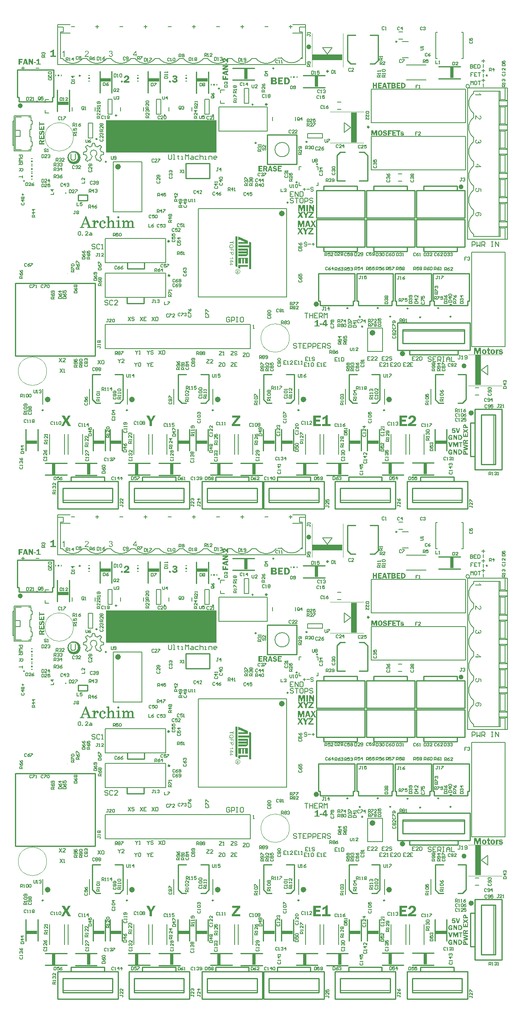
<source format=gto>
G04 Layer_Color=65535*
%FSLAX24Y24*%
%MOIN*%
G70*
G01*
G75*
%ADD10C,0.0070*%
%ADD12C,0.0100*%
%ADD71C,0.0240*%
%ADD72C,0.0080*%
%ADD73C,0.0200*%
%ADD74C,0.0120*%
%ADD121C,0.0098*%
%ADD122C,0.0236*%
%ADD123C,0.0040*%
%ADD124C,0.0060*%
%ADD125C,0.0098*%
%ADD126C,0.0050*%
%ADD127C,0.0039*%
%ADD128C,0.0010*%
%ADD129C,0.0079*%
%ADD130C,0.0060*%
%ADD131R,0.9183X0.2710*%
%ADD132R,0.0120X0.0059*%
%ADD133R,0.0120X0.0060*%
%ADD134R,0.0120X0.0119*%
%ADD135R,0.0059X0.0120*%
%ADD136R,0.0060X0.0120*%
%ADD137R,0.0119X0.0120*%
%ADD138R,0.0295X0.0879*%
%ADD139R,0.0879X0.0295*%
%ADD140R,0.0492X0.2450*%
%ADD141R,0.2450X0.0492*%
G36*
X42565Y16061D02*
X42574Y16060D01*
Y15946D01*
X42568D01*
X42562Y15946D01*
X42554Y15945D01*
X42545Y15944D01*
X42536Y15942D01*
X42527Y15938D01*
X42519Y15935D01*
X42518Y15934D01*
X42515Y15933D01*
X42512Y15931D01*
X42508Y15926D01*
X42503Y15921D01*
X42498Y15914D01*
X42493Y15906D01*
X42487Y15896D01*
X42486Y15895D01*
X42486Y15891D01*
X42484Y15885D01*
X42481Y15876D01*
X42479Y15866D01*
X42477Y15852D01*
X42476Y15838D01*
X42475Y15820D01*
Y15661D01*
X42364D01*
Y16052D01*
X42469D01*
Y15981D01*
X42470Y15983D01*
X42472Y15988D01*
X42473Y15993D01*
X42476Y15999D01*
X42479Y16005D01*
X42488Y16021D01*
X42500Y16036D01*
X42507Y16042D01*
X42515Y16049D01*
X42523Y16053D01*
X42532Y16058D01*
X42543Y16061D01*
X42553Y16061D01*
X42558D01*
X42565Y16061D01*
D02*
G37*
G36*
X42790Y16060D02*
X42796D01*
X42810Y16058D01*
X42826Y16054D01*
X42843Y16050D01*
X42859Y16044D01*
X42874Y16036D01*
X42875Y16035D01*
X42880Y16032D01*
X42887Y16025D01*
X42895Y16017D01*
X42904Y16006D01*
X42913Y15993D01*
X42923Y15976D01*
X42931Y15958D01*
X42846Y15936D01*
Y15937D01*
X42846Y15938D01*
X42845Y15941D01*
X42843Y15944D01*
X42839Y15953D01*
X42832Y15962D01*
X42821Y15972D01*
X42815Y15976D01*
X42808Y15981D01*
X42800Y15983D01*
X42791Y15986D01*
X42781Y15988D01*
X42770Y15989D01*
X42765D01*
X42761Y15988D01*
X42752Y15987D01*
X42742Y15984D01*
X42731Y15980D01*
X42722Y15974D01*
X42718Y15969D01*
X42716Y15965D01*
X42714Y15959D01*
X42713Y15953D01*
Y15952D01*
Y15950D01*
X42715Y15945D01*
X42717Y15937D01*
X42720Y15933D01*
X42724Y15930D01*
X42724D01*
X42726Y15929D01*
X42730Y15927D01*
X42734Y15925D01*
X42742Y15923D01*
X42752Y15921D01*
X42764Y15918D01*
X42779Y15917D01*
X42781D01*
X42785Y15916D01*
X42789Y15915D01*
X42796Y15914D01*
X42802Y15913D01*
X42817Y15910D01*
X42832Y15908D01*
X42848Y15904D01*
X42864Y15901D01*
X42877Y15896D01*
X42879Y15895D01*
X42882Y15895D01*
X42889Y15891D01*
X42896Y15888D01*
X42904Y15881D01*
X42912Y15875D01*
X42921Y15866D01*
X42928Y15857D01*
X42929Y15856D01*
X42931Y15852D01*
X42934Y15846D01*
X42938Y15838D01*
X42941Y15829D01*
X42945Y15816D01*
X42947Y15804D01*
X42947Y15789D01*
Y15788D01*
Y15787D01*
Y15783D01*
X42947Y15780D01*
X42946Y15774D01*
X42945Y15768D01*
X42941Y15754D01*
X42936Y15738D01*
X42928Y15722D01*
X42923Y15714D01*
X42917Y15706D01*
X42909Y15698D01*
X42901Y15691D01*
X42900D01*
X42899Y15689D01*
X42896Y15687D01*
X42892Y15685D01*
X42888Y15682D01*
X42882Y15679D01*
X42875Y15676D01*
X42868Y15672D01*
X42859Y15669D01*
X42850Y15665D01*
X42839Y15662D01*
X42828Y15659D01*
X42815Y15657D01*
X42802Y15655D01*
X42788Y15654D01*
X42773Y15653D01*
X42767D01*
X42759Y15654D01*
X42749Y15655D01*
X42738Y15657D01*
X42724Y15659D01*
X42710Y15663D01*
X42695Y15667D01*
X42680Y15673D01*
X42664Y15681D01*
X42650Y15691D01*
X42636Y15701D01*
X42623Y15715D01*
X42611Y15730D01*
X42602Y15748D01*
X42595Y15768D01*
X42693Y15783D01*
Y15782D01*
X42694Y15780D01*
X42695Y15778D01*
X42695Y15775D01*
X42701Y15766D01*
X42708Y15757D01*
X42713Y15751D01*
X42719Y15747D01*
X42726Y15743D01*
X42734Y15738D01*
X42743Y15736D01*
X42753Y15733D01*
X42766Y15731D01*
X42779Y15730D01*
X42783D01*
X42789Y15731D01*
X42796D01*
X42803Y15733D01*
X42810Y15735D01*
X42818Y15737D01*
X42826Y15740D01*
X42827Y15741D01*
X42830Y15742D01*
X42832Y15744D01*
X42837Y15748D01*
X42840Y15751D01*
X42843Y15757D01*
X42846Y15762D01*
X42846Y15768D01*
Y15769D01*
X42846Y15773D01*
X42844Y15777D01*
X42841Y15782D01*
X42836Y15788D01*
X42828Y15794D01*
X42823Y15795D01*
X42817Y15798D01*
X42810Y15800D01*
X42803Y15801D01*
X42802D01*
X42797Y15802D01*
X42791Y15802D01*
X42783Y15803D01*
X42774Y15805D01*
X42763Y15807D01*
X42752Y15809D01*
X42738Y15811D01*
X42712Y15818D01*
X42687Y15825D01*
X42675Y15830D01*
X42665Y15835D01*
X42655Y15840D01*
X42647Y15845D01*
X42645Y15847D01*
X42641Y15851D01*
X42636Y15858D01*
X42629Y15867D01*
X42622Y15880D01*
X42616Y15895D01*
X42612Y15912D01*
X42610Y15931D01*
Y15932D01*
Y15934D01*
Y15937D01*
X42611Y15941D01*
X42613Y15951D01*
X42616Y15964D01*
X42621Y15979D01*
X42629Y15994D01*
X42633Y16002D01*
X42639Y16010D01*
X42645Y16017D01*
X42653Y16024D01*
X42654Y16025D01*
X42655Y16025D01*
X42658Y16027D01*
X42661Y16030D01*
X42666Y16032D01*
X42671Y16035D01*
X42677Y16039D01*
X42685Y16042D01*
X42693Y16046D01*
X42702Y16049D01*
X42712Y16052D01*
X42723Y16054D01*
X42747Y16059D01*
X42774Y16061D01*
X42785D01*
X42790Y16060D01*
D02*
G37*
G36*
X41137Y15661D02*
X41012D01*
Y16091D01*
X40879Y15661D01*
X40794D01*
X40665Y16091D01*
Y15661D01*
X40561D01*
Y16190D01*
X40753D01*
X40845Y15873D01*
X40943Y16190D01*
X41137D01*
Y15661D01*
D02*
G37*
G36*
X32935Y37988D02*
X32725D01*
Y37897D01*
X32891D01*
Y37815D01*
X32725D01*
Y37718D01*
X32935D01*
Y37631D01*
X32620D01*
Y38072D01*
X32935D01*
Y37988D01*
D02*
G37*
G36*
X33941Y38071D02*
X33946D01*
X33958Y38070D01*
X33972Y38068D01*
X33985Y38066D01*
X33998Y38062D01*
X34010Y38058D01*
X34012Y38057D01*
X34014Y38056D01*
X34020Y38052D01*
X34026Y38048D01*
X34033Y38042D01*
X34042Y38035D01*
X34049Y38027D01*
X34056Y38018D01*
X34057Y38017D01*
X34059Y38014D01*
X34062Y38009D01*
X34066Y38001D01*
X34069Y37993D01*
X34072Y37982D01*
X34074Y37971D01*
X34074Y37957D01*
Y37957D01*
Y37955D01*
X34074Y37951D01*
X34073Y37946D01*
X34072Y37940D01*
X34070Y37933D01*
X34068Y37926D01*
X34064Y37918D01*
X34061Y37910D01*
X34055Y37901D01*
X34049Y37893D01*
X34041Y37885D01*
X34032Y37878D01*
X34021Y37871D01*
X34009Y37865D01*
X33995Y37859D01*
X33995D01*
X33997Y37859D01*
X33999Y37858D01*
X34002Y37857D01*
X34011Y37854D01*
X34020Y37851D01*
X34032Y37845D01*
X34043Y37838D01*
X34054Y37829D01*
X34063Y37818D01*
X34064Y37817D01*
X34067Y37813D01*
X34071Y37807D01*
X34075Y37799D01*
X34080Y37788D01*
X34083Y37777D01*
X34086Y37765D01*
X34087Y37752D01*
Y37751D01*
Y37750D01*
Y37747D01*
X34086Y37744D01*
X34085Y37739D01*
X34085Y37734D01*
X34083Y37723D01*
X34077Y37709D01*
X34071Y37695D01*
X34066Y37688D01*
X34061Y37681D01*
X34055Y37673D01*
X34049Y37667D01*
X34048Y37666D01*
X34047Y37665D01*
X34045Y37664D01*
X34042Y37661D01*
X34038Y37659D01*
X34033Y37656D01*
X34027Y37652D01*
X34020Y37649D01*
X34012Y37646D01*
X34003Y37643D01*
X33992Y37639D01*
X33981Y37637D01*
X33970Y37635D01*
X33957Y37632D01*
X33943Y37632D01*
X33927Y37631D01*
X33722D01*
Y38072D01*
X33936D01*
X33941Y38071D01*
D02*
G37*
G36*
X33678Y37985D02*
X33569D01*
Y37631D01*
X33465D01*
Y37985D01*
X33355D01*
Y38072D01*
X33678D01*
Y37985D01*
D02*
G37*
G36*
X33352Y37631D02*
X33241D01*
X33214Y37722D01*
X33071D01*
X33043Y37631D01*
X32953D01*
X33094Y38072D01*
X33214D01*
X33352Y37631D01*
D02*
G37*
G36*
X8831Y26190D02*
X8833Y26188D01*
X8834Y26183D01*
X8840Y26176D01*
X8847Y26168D01*
X8858Y26160D01*
X8870Y26152D01*
X8884Y26148D01*
X8903Y26146D01*
X8948D01*
Y26071D01*
X8544D01*
Y26146D01*
X8606D01*
X8617Y26148D01*
X8642Y26151D01*
X8655Y26154D01*
X8664Y26157D01*
X8665Y26158D01*
X8669Y26160D01*
X8670Y26166D01*
X8672Y26173D01*
Y26174D01*
Y26179D01*
X8670Y26187D01*
X8669Y26198D01*
X8594Y26382D01*
X8242D01*
X8202Y26276D01*
Y26274D01*
X8198Y26269D01*
X8197Y26262D01*
X8194Y26252D01*
X8188Y26230D01*
X8186Y26218D01*
X8184Y26208D01*
Y26207D01*
Y26204D01*
X8186Y26199D01*
X8188Y26193D01*
X8191Y26185D01*
X8195Y26179D01*
X8202Y26171D01*
X8209Y26163D01*
X8211D01*
X8214Y26160D01*
X8220Y26158D01*
X8228Y26155D01*
X8239Y26152D01*
X8252Y26149D01*
X8267Y26148D01*
X8284Y26146D01*
X8331D01*
Y26071D01*
X7961D01*
Y26146D01*
X7972D01*
X7983Y26148D01*
X7995Y26149D01*
X8025Y26155D01*
X8039Y26160D01*
X8052Y26166D01*
X8053Y26168D01*
X8056Y26171D01*
X8063Y26177D01*
X8070Y26185D01*
X8078Y26198D01*
X8088Y26212D01*
X8097Y26230D01*
X8106Y26252D01*
X8428Y27058D01*
X8491D01*
X8831Y26190D01*
D02*
G37*
G36*
X4087Y39579D02*
X3993D01*
X3808Y39896D01*
Y39895D01*
Y39894D01*
Y39890D01*
Y39884D01*
X3809Y39880D01*
Y39879D01*
Y39878D01*
X3810Y39873D01*
X3811Y39866D01*
Y39860D01*
Y39579D01*
X3725D01*
Y40049D01*
X3843D01*
X4004Y39771D01*
Y39772D01*
Y39774D01*
X4004Y39778D01*
Y39783D01*
X4003Y39794D01*
X4002Y39798D01*
Y39803D01*
Y40049D01*
X4087D01*
Y39579D01*
D02*
G37*
G36*
X11229Y26176D02*
Y26173D01*
Y26168D01*
X11230Y26160D01*
X11233Y26155D01*
X11235Y26154D01*
X11241Y26151D01*
X11251Y26148D01*
X11262Y26146D01*
X11343D01*
Y26071D01*
X10976D01*
Y26146D01*
X11055D01*
X11065Y26148D01*
X11074Y26151D01*
X11083Y26155D01*
X11085Y26157D01*
X11088Y26163D01*
X11091Y26173D01*
X11093Y26187D01*
Y26561D01*
Y26563D01*
Y26566D01*
X11091Y26572D01*
Y26579D01*
X11085Y26593D01*
X11082Y26599D01*
X11076Y26605D01*
X11073Y26608D01*
X11069Y26610D01*
X11063Y26613D01*
X11057Y26616D01*
X11048Y26618D01*
X11038Y26621D01*
X10963D01*
Y26694D01*
X11229Y26704D01*
Y26176D01*
D02*
G37*
G36*
X4307Y39720D02*
X4143D01*
Y39795D01*
X4307D01*
Y39720D01*
D02*
G37*
G36*
X41791Y16052D02*
X41875D01*
Y15962D01*
X41791D01*
Y15796D01*
Y15794D01*
Y15791D01*
X41792Y15786D01*
Y15780D01*
X41795Y15766D01*
X41797Y15759D01*
X41800Y15754D01*
X41801D01*
X41802Y15752D01*
X41805Y15751D01*
X41809Y15750D01*
X41815Y15748D01*
X41823Y15746D01*
X41832Y15745D01*
X41844Y15744D01*
X41866D01*
X41881Y15745D01*
Y15661D01*
X41878D01*
X41876Y15660D01*
X41873Y15659D01*
X41863Y15658D01*
X41853Y15657D01*
X41840Y15655D01*
X41829Y15654D01*
X41817Y15652D01*
X41801D01*
X41796Y15653D01*
X41790D01*
X41783Y15654D01*
X41768Y15656D01*
X41752Y15659D01*
X41735Y15664D01*
X41719Y15671D01*
X41712Y15675D01*
X41706Y15679D01*
X41705Y15681D01*
X41702Y15685D01*
X41696Y15692D01*
X41691Y15702D01*
X41688Y15709D01*
X41686Y15716D01*
X41683Y15724D01*
X41680Y15734D01*
X41679Y15744D01*
X41677Y15755D01*
X41676Y15766D01*
Y15780D01*
Y15962D01*
X41614D01*
Y16052D01*
X41683D01*
X41693Y16167D01*
X41791Y16175D01*
Y16052D01*
D02*
G37*
G36*
X10398Y26591D02*
X10399Y26594D01*
X10402Y26601D01*
X10407Y26610D01*
X10416Y26624D01*
X10427Y26638D01*
X10440Y26652D01*
X10457Y26666D01*
X10477Y26679D01*
X10481Y26680D01*
X10487Y26683D01*
X10499Y26690D01*
X10515Y26696D01*
X10532Y26701D01*
X10554Y26707D01*
X10576Y26710D01*
X10599Y26711D01*
X10610D01*
X10621Y26710D01*
X10637Y26708D01*
X10654Y26704D01*
X10671Y26699D01*
X10691Y26691D01*
X10710Y26682D01*
X10712Y26680D01*
X10716Y26677D01*
X10724Y26671D01*
X10734Y26661D01*
X10743Y26651D01*
X10754Y26636D01*
X10765Y26619D01*
X10776Y26599D01*
X10777Y26596D01*
X10780Y26590D01*
X10785Y26577D01*
X10790Y26561D01*
X10794Y26543D01*
X10799Y26519D01*
X10802Y26494D01*
X10804Y26468D01*
Y26185D01*
Y26183D01*
Y26182D01*
X10805Y26173D01*
X10809Y26163D01*
X10813Y26154D01*
X10815Y26152D01*
X10821Y26151D01*
X10832Y26148D01*
X10848Y26146D01*
X10913D01*
Y26071D01*
X10562D01*
Y26146D01*
X10623D01*
X10629Y26148D01*
X10645Y26151D01*
X10652Y26152D01*
X10657Y26155D01*
X10659Y26157D01*
X10663Y26163D01*
X10668Y26173D01*
X10670Y26185D01*
Y26468D01*
Y26469D01*
Y26471D01*
Y26479D01*
X10668Y26491D01*
X10665Y26507D01*
X10662Y26524D01*
X10655Y26541D01*
X10648Y26558D01*
X10637Y26574D01*
X10635Y26576D01*
X10630Y26580D01*
X10624Y26586D01*
X10615Y26593D01*
X10602Y26599D01*
X10588Y26605D01*
X10571Y26610D01*
X10554Y26611D01*
X10548D01*
X10540Y26610D01*
X10531Y26608D01*
X10520Y26607D01*
X10507Y26602D01*
X10493Y26597D01*
X10481Y26590D01*
X10479Y26588D01*
X10474Y26585D01*
X10468Y26580D01*
X10460Y26572D01*
X10451Y26563D01*
X10441Y26552D01*
X10431Y26538D01*
X10421Y26522D01*
X10420Y26521D01*
X10418Y26515D01*
X10413Y26505D01*
X10410Y26494D01*
X10406Y26480D01*
X10401Y26465D01*
X10399Y26447D01*
X10398Y26429D01*
Y26191D01*
Y26190D01*
Y26187D01*
X10399Y26177D01*
X10402Y26165D01*
X10404Y26160D01*
X10407Y26155D01*
X10409Y26154D01*
X10415Y26151D01*
X10424Y26148D01*
X10440Y26146D01*
X10506D01*
Y26071D01*
X10162D01*
Y26146D01*
X10221D01*
X10227Y26148D01*
X10242Y26151D01*
X10248Y26152D01*
X10252Y26155D01*
X10254Y26157D01*
X10259Y26165D01*
X10263Y26176D01*
X10265Y26191D01*
Y26902D01*
Y26904D01*
Y26907D01*
X10263Y26913D01*
Y26921D01*
X10257Y26936D01*
X10254Y26943D01*
X10248Y26949D01*
X10245Y26952D01*
X10235Y26957D01*
X10229Y26960D01*
X10221Y26961D01*
X10210Y26964D01*
X10143D01*
Y27038D01*
X10398Y27052D01*
Y26591D01*
D02*
G37*
G36*
X42116Y16060D02*
X42123Y16059D01*
X42132Y16057D01*
X42141Y16055D01*
X42152Y16053D01*
X42175Y16046D01*
X42186Y16041D01*
X42198Y16036D01*
X42209Y16029D01*
X42220Y16021D01*
X42231Y16012D01*
X42241Y16002D01*
X42242Y16001D01*
X42242Y15999D01*
X42245Y15996D01*
X42249Y15991D01*
X42252Y15985D01*
X42256Y15979D01*
X42261Y15970D01*
X42266Y15961D01*
X42270Y15951D01*
X42275Y15940D01*
X42279Y15928D01*
X42283Y15915D01*
X42286Y15902D01*
X42289Y15887D01*
X42290Y15871D01*
X42291Y15855D01*
Y15854D01*
Y15852D01*
Y15846D01*
X42290Y15841D01*
X42289Y15833D01*
X42288Y15824D01*
X42286Y15815D01*
X42285Y15804D01*
X42278Y15781D01*
X42274Y15770D01*
X42269Y15758D01*
X42263Y15745D01*
X42256Y15733D01*
X42248Y15722D01*
X42238Y15710D01*
X42237Y15709D01*
X42235Y15708D01*
X42233Y15705D01*
X42228Y15701D01*
X42223Y15697D01*
X42217Y15692D01*
X42210Y15687D01*
X42201Y15682D01*
X42192Y15676D01*
X42182Y15672D01*
X42170Y15666D01*
X42158Y15662D01*
X42145Y15658D01*
X42131Y15656D01*
X42116Y15654D01*
X42100Y15653D01*
X42092D01*
X42086Y15654D01*
X42079Y15655D01*
X42071Y15656D01*
X42062Y15658D01*
X42052Y15660D01*
X42031Y15667D01*
X42020Y15672D01*
X42009Y15677D01*
X41997Y15684D01*
X41987Y15692D01*
X41976Y15701D01*
X41967Y15710D01*
X41966Y15711D01*
X41965Y15713D01*
X41962Y15716D01*
X41959Y15721D01*
X41955Y15726D01*
X41951Y15733D01*
X41947Y15741D01*
X41942Y15750D01*
X41938Y15760D01*
X41933Y15771D01*
X41929Y15783D01*
X41925Y15796D01*
X41922Y15810D01*
X41919Y15825D01*
X41918Y15840D01*
X41918Y15857D01*
Y15858D01*
Y15859D01*
Y15863D01*
Y15867D01*
X41918Y15873D01*
Y15879D01*
X41920Y15894D01*
X41923Y15910D01*
X41927Y15928D01*
X41932Y15946D01*
X41939Y15963D01*
Y15964D01*
X41940Y15965D01*
X41944Y15970D01*
X41949Y15978D01*
X41956Y15989D01*
X41965Y16000D01*
X41975Y16011D01*
X41988Y16023D01*
X42002Y16033D01*
X42003D01*
X42004Y16034D01*
X42009Y16038D01*
X42018Y16042D01*
X42029Y16047D01*
X42043Y16052D01*
X42061Y16056D01*
X42080Y16060D01*
X42101Y16061D01*
X42110D01*
X42116Y16060D01*
D02*
G37*
G36*
X41414D02*
X41421Y16059D01*
X41429Y16057D01*
X41439Y16055D01*
X41450Y16053D01*
X41472Y16046D01*
X41484Y16041D01*
X41495Y16036D01*
X41507Y16029D01*
X41518Y16021D01*
X41529Y16012D01*
X41538Y16002D01*
X41539Y16001D01*
X41540Y15999D01*
X41543Y15996D01*
X41546Y15991D01*
X41550Y15985D01*
X41554Y15979D01*
X41558Y15970D01*
X41564Y15961D01*
X41568Y15951D01*
X41572Y15940D01*
X41577Y15928D01*
X41580Y15915D01*
X41584Y15902D01*
X41587Y15887D01*
X41587Y15871D01*
X41588Y15855D01*
Y15854D01*
Y15852D01*
Y15846D01*
X41587Y15841D01*
X41587Y15833D01*
X41586Y15824D01*
X41584Y15815D01*
X41582Y15804D01*
X41575Y15781D01*
X41572Y15770D01*
X41566Y15758D01*
X41560Y15745D01*
X41553Y15733D01*
X41545Y15722D01*
X41536Y15710D01*
X41535Y15709D01*
X41533Y15708D01*
X41530Y15705D01*
X41526Y15701D01*
X41521Y15697D01*
X41515Y15692D01*
X41508Y15687D01*
X41499Y15682D01*
X41490Y15676D01*
X41479Y15672D01*
X41468Y15666D01*
X41456Y15662D01*
X41443Y15658D01*
X41428Y15656D01*
X41414Y15654D01*
X41398Y15653D01*
X41390D01*
X41384Y15654D01*
X41377Y15655D01*
X41369Y15656D01*
X41360Y15658D01*
X41349Y15660D01*
X41328Y15667D01*
X41318Y15672D01*
X41306Y15677D01*
X41295Y15684D01*
X41284Y15692D01*
X41274Y15701D01*
X41264Y15710D01*
X41263Y15711D01*
X41263Y15713D01*
X41260Y15716D01*
X41256Y15721D01*
X41253Y15726D01*
X41248Y15733D01*
X41244Y15741D01*
X41240Y15750D01*
X41235Y15760D01*
X41231Y15771D01*
X41227Y15783D01*
X41223Y15796D01*
X41220Y15810D01*
X41217Y15825D01*
X41216Y15840D01*
X41215Y15857D01*
Y15858D01*
Y15859D01*
Y15863D01*
Y15867D01*
X41216Y15873D01*
Y15879D01*
X41218Y15894D01*
X41220Y15910D01*
X41225Y15928D01*
X41230Y15946D01*
X41237Y15963D01*
Y15964D01*
X41238Y15965D01*
X41241Y15970D01*
X41247Y15978D01*
X41254Y15989D01*
X41263Y16000D01*
X41273Y16011D01*
X41285Y16023D01*
X41299Y16033D01*
X41300D01*
X41301Y16034D01*
X41306Y16038D01*
X41315Y16042D01*
X41327Y16047D01*
X41341Y16052D01*
X41358Y16056D01*
X41378Y16060D01*
X41399Y16061D01*
X41407D01*
X41414Y16060D01*
D02*
G37*
G36*
X32541Y33711D02*
X32437D01*
Y34070D01*
X32326Y33711D01*
X32255D01*
X32147Y34070D01*
Y33711D01*
X32061D01*
Y34152D01*
X32221D01*
X32298Y33887D01*
X32379Y34152D01*
X32541D01*
Y33711D01*
D02*
G37*
G36*
X23904Y30760D02*
X23793D01*
X23766Y30851D01*
X23623D01*
X23595Y30760D01*
X23505D01*
X23646Y31201D01*
X23767D01*
X23904Y30760D01*
D02*
G37*
G36*
X34458Y34065D02*
X34349D01*
Y33711D01*
X34244D01*
Y34065D01*
X34134D01*
Y34152D01*
X34458D01*
Y34065D01*
D02*
G37*
G36*
X34624Y34043D02*
X34629D01*
X34641Y34042D01*
X34654Y34039D01*
X34668Y34035D01*
X34681Y34030D01*
X34693Y34024D01*
X34695Y34023D01*
X34698Y34020D01*
X34704Y34015D01*
X34711Y34007D01*
X34718Y33999D01*
X34726Y33988D01*
X34734Y33974D01*
X34741Y33958D01*
X34671Y33940D01*
Y33941D01*
X34670Y33942D01*
X34669Y33945D01*
X34668Y33947D01*
X34664Y33954D01*
X34658Y33962D01*
X34649Y33970D01*
X34644Y33974D01*
X34638Y33977D01*
X34632Y33980D01*
X34624Y33982D01*
X34616Y33983D01*
X34607Y33984D01*
X34603D01*
X34600Y33983D01*
X34592Y33983D01*
X34583Y33980D01*
X34575Y33977D01*
X34567Y33972D01*
X34564Y33968D01*
X34562Y33964D01*
X34560Y33959D01*
X34559Y33954D01*
Y33953D01*
Y33952D01*
X34561Y33947D01*
X34563Y33941D01*
X34565Y33938D01*
X34568Y33935D01*
X34569D01*
X34570Y33934D01*
X34573Y33933D01*
X34577Y33931D01*
X34583Y33929D01*
X34592Y33928D01*
X34602Y33925D01*
X34614Y33924D01*
X34616D01*
X34619Y33923D01*
X34623Y33923D01*
X34628Y33922D01*
X34633Y33921D01*
X34646Y33919D01*
X34659Y33917D01*
X34672Y33914D01*
X34685Y33911D01*
X34696Y33907D01*
X34698Y33906D01*
X34701Y33906D01*
X34706Y33903D01*
X34712Y33900D01*
X34718Y33895D01*
X34725Y33890D01*
X34733Y33882D01*
X34739Y33874D01*
X34739Y33874D01*
X34741Y33870D01*
X34744Y33865D01*
X34747Y33859D01*
X34750Y33851D01*
X34753Y33841D01*
X34754Y33830D01*
X34755Y33818D01*
Y33817D01*
Y33816D01*
Y33813D01*
X34754Y33810D01*
X34753Y33805D01*
X34753Y33800D01*
X34750Y33789D01*
X34745Y33775D01*
X34739Y33762D01*
X34734Y33755D01*
X34729Y33748D01*
X34723Y33742D01*
X34716Y33736D01*
X34715D01*
X34715Y33734D01*
X34712Y33733D01*
X34709Y33731D01*
X34705Y33729D01*
X34701Y33726D01*
X34695Y33723D01*
X34688Y33721D01*
X34681Y33718D01*
X34674Y33715D01*
X34665Y33712D01*
X34655Y33710D01*
X34644Y33707D01*
X34633Y33706D01*
X34622Y33705D01*
X34609Y33704D01*
X34604D01*
X34597Y33705D01*
X34589Y33706D01*
X34580Y33707D01*
X34569Y33710D01*
X34557Y33712D01*
X34544Y33716D01*
X34532Y33721D01*
X34518Y33728D01*
X34507Y33736D01*
X34495Y33745D01*
X34484Y33756D01*
X34474Y33769D01*
X34467Y33783D01*
X34461Y33800D01*
X34543Y33813D01*
Y33812D01*
X34543Y33811D01*
X34544Y33808D01*
X34545Y33806D01*
X34549Y33799D01*
X34555Y33791D01*
X34559Y33786D01*
X34564Y33783D01*
X34570Y33779D01*
X34577Y33775D01*
X34584Y33773D01*
X34593Y33771D01*
X34603Y33770D01*
X34614Y33769D01*
X34618D01*
X34622Y33770D01*
X34628D01*
X34634Y33771D01*
X34641Y33773D01*
X34647Y33774D01*
X34654Y33777D01*
X34655Y33778D01*
X34657Y33778D01*
X34659Y33781D01*
X34663Y33783D01*
X34665Y33786D01*
X34668Y33791D01*
X34670Y33795D01*
X34671Y33800D01*
Y33801D01*
X34670Y33804D01*
X34668Y33808D01*
X34666Y33812D01*
X34662Y33817D01*
X34655Y33822D01*
X34651Y33823D01*
X34646Y33825D01*
X34641Y33827D01*
X34634Y33827D01*
X34633D01*
X34630Y33828D01*
X34624Y33829D01*
X34618Y33830D01*
X34610Y33831D01*
X34601Y33833D01*
X34592Y33834D01*
X34581Y33836D01*
X34559Y33842D01*
X34537Y33848D01*
X34528Y33852D01*
X34519Y33856D01*
X34511Y33860D01*
X34504Y33865D01*
X34503Y33866D01*
X34499Y33869D01*
X34495Y33875D01*
X34489Y33883D01*
X34483Y33893D01*
X34479Y33906D01*
X34475Y33920D01*
X34474Y33936D01*
Y33937D01*
Y33939D01*
Y33941D01*
X34474Y33945D01*
X34476Y33953D01*
X34478Y33964D01*
X34482Y33976D01*
X34489Y33988D01*
X34493Y33995D01*
X34498Y34002D01*
X34503Y34007D01*
X34510Y34013D01*
X34510Y34014D01*
X34511Y34015D01*
X34513Y34016D01*
X34516Y34018D01*
X34520Y34021D01*
X34524Y34023D01*
X34529Y34026D01*
X34536Y34029D01*
X34543Y34032D01*
X34550Y34035D01*
X34559Y34037D01*
X34567Y34039D01*
X34588Y34043D01*
X34611Y34044D01*
X34619D01*
X34624Y34043D01*
D02*
G37*
G36*
X20231Y38982D02*
X20134Y38953D01*
Y38800D01*
X20231Y38771D01*
Y38675D01*
X19761Y38825D01*
Y38953D01*
X20231Y39100D01*
Y38982D01*
D02*
G37*
G36*
X19854Y38445D02*
X19959D01*
Y38619D01*
X20047D01*
Y38445D01*
X20231D01*
Y38331D01*
X19761D01*
Y38665D01*
X19854D01*
Y38445D01*
D02*
G37*
G36*
X33201Y34158D02*
X33210Y34157D01*
X33221Y34155D01*
X33232Y34153D01*
X33245Y34149D01*
X33259Y34145D01*
X33272Y34140D01*
X33286Y34133D01*
X33301Y34125D01*
X33314Y34114D01*
X33327Y34103D01*
X33338Y34089D01*
X33348Y34073D01*
X33356Y34054D01*
X33268Y34025D01*
Y34026D01*
X33267Y34027D01*
X33266Y34030D01*
X33264Y34033D01*
X33259Y34042D01*
X33252Y34051D01*
X33242Y34061D01*
X33235Y34065D01*
X33229Y34070D01*
X33221Y34073D01*
X33212Y34076D01*
X33203Y34077D01*
X33193Y34078D01*
X33187D01*
X33183Y34077D01*
X33174Y34076D01*
X33163Y34073D01*
X33151Y34068D01*
X33141Y34061D01*
X33138Y34057D01*
X33135Y34051D01*
X33133Y34045D01*
X33132Y34037D01*
Y34037D01*
Y34035D01*
X33133Y34032D01*
X33133Y34029D01*
X33135Y34024D01*
X33136Y34020D01*
X33139Y34016D01*
X33143Y34011D01*
X33144Y34010D01*
X33145Y34010D01*
X33149Y34007D01*
X33154Y34005D01*
X33160Y34002D01*
X33170Y33998D01*
X33181Y33995D01*
X33195Y33991D01*
X33196D01*
X33198Y33991D01*
X33201Y33990D01*
X33206Y33989D01*
X33211Y33988D01*
X33218Y33986D01*
X33232Y33983D01*
X33248Y33978D01*
X33264Y33974D01*
X33280Y33969D01*
X33286Y33966D01*
X33293Y33964D01*
X33294D01*
X33294Y33963D01*
X33298Y33961D01*
X33304Y33958D01*
X33311Y33953D01*
X33320Y33947D01*
X33329Y33939D01*
X33338Y33930D01*
X33346Y33919D01*
X33346Y33917D01*
X33349Y33914D01*
X33353Y33907D01*
X33357Y33899D01*
X33361Y33889D01*
X33364Y33877D01*
X33367Y33864D01*
X33368Y33850D01*
Y33849D01*
Y33847D01*
Y33844D01*
X33367Y33840D01*
X33366Y33835D01*
X33365Y33829D01*
X33362Y33815D01*
X33357Y33799D01*
X33353Y33791D01*
X33348Y33782D01*
X33343Y33773D01*
X33337Y33764D01*
X33330Y33756D01*
X33322Y33748D01*
X33321Y33747D01*
X33319Y33745D01*
X33316Y33744D01*
X33313Y33741D01*
X33308Y33737D01*
X33303Y33734D01*
X33295Y33730D01*
X33287Y33726D01*
X33278Y33722D01*
X33268Y33718D01*
X33257Y33715D01*
X33245Y33711D01*
X33231Y33708D01*
X33217Y33707D01*
X33201Y33705D01*
X33185Y33704D01*
X33179D01*
X33174Y33705D01*
X33169D01*
X33161Y33706D01*
X33154Y33707D01*
X33146Y33708D01*
X33128Y33712D01*
X33109Y33718D01*
X33089Y33725D01*
X33070Y33735D01*
X33070Y33736D01*
X33068Y33737D01*
X33066Y33738D01*
X33063Y33741D01*
X33054Y33748D01*
X33045Y33758D01*
X33035Y33771D01*
X33024Y33786D01*
X33015Y33805D01*
X33011Y33816D01*
X33008Y33827D01*
X33104Y33849D01*
Y33848D01*
X33105Y33846D01*
X33106Y33843D01*
X33108Y33839D01*
X33110Y33834D01*
X33113Y33829D01*
X33117Y33823D01*
X33121Y33818D01*
X33126Y33812D01*
X33133Y33806D01*
X33140Y33801D01*
X33148Y33796D01*
X33158Y33792D01*
X33168Y33789D01*
X33180Y33787D01*
X33193Y33786D01*
X33199D01*
X33204Y33787D01*
X33212Y33788D01*
X33221Y33789D01*
X33230Y33792D01*
X33238Y33795D01*
X33245Y33800D01*
X33246Y33800D01*
X33248Y33802D01*
X33251Y33805D01*
X33254Y33809D01*
X33257Y33814D01*
X33260Y33819D01*
X33262Y33826D01*
X33263Y33833D01*
Y33833D01*
Y33835D01*
X33262Y33839D01*
X33261Y33844D01*
X33259Y33849D01*
X33256Y33854D01*
X33252Y33858D01*
X33247Y33863D01*
X33246Y33863D01*
X33244Y33865D01*
X33240Y33866D01*
X33233Y33869D01*
X33225Y33872D01*
X33215Y33876D01*
X33201Y33879D01*
X33186Y33882D01*
X33185D01*
X33182Y33883D01*
X33178Y33885D01*
X33172Y33885D01*
X33166Y33887D01*
X33158Y33890D01*
X33149Y33892D01*
X33139Y33895D01*
X33119Y33901D01*
X33100Y33910D01*
X33090Y33915D01*
X33081Y33919D01*
X33073Y33925D01*
X33066Y33930D01*
X33065Y33931D01*
X33065Y33931D01*
X33061Y33936D01*
X33055Y33942D01*
X33048Y33953D01*
X33042Y33965D01*
X33037Y33980D01*
X33032Y33998D01*
X33032Y34008D01*
X33031Y34018D01*
Y34019D01*
Y34021D01*
Y34024D01*
X33032Y34028D01*
X33032Y34033D01*
X33033Y34039D01*
X33036Y34053D01*
X33041Y34068D01*
X33045Y34076D01*
X33049Y34085D01*
X33054Y34093D01*
X33059Y34101D01*
X33066Y34109D01*
X33073Y34117D01*
X33074Y34118D01*
X33076Y34119D01*
X33078Y34121D01*
X33081Y34124D01*
X33086Y34127D01*
X33091Y34130D01*
X33097Y34134D01*
X33104Y34138D01*
X33111Y34141D01*
X33120Y34145D01*
X33130Y34149D01*
X33140Y34152D01*
X33151Y34155D01*
X33163Y34157D01*
X33176Y34158D01*
X33189Y34158D01*
X33195D01*
X33201Y34158D01*
D02*
G37*
G36*
X34116Y34068D02*
X33906D01*
Y33977D01*
X34072D01*
Y33895D01*
X33906D01*
Y33798D01*
X34116D01*
Y33711D01*
X33801D01*
Y34152D01*
X34116D01*
Y34068D01*
D02*
G37*
G36*
X24101Y31206D02*
X24109Y31206D01*
X24120Y31204D01*
X24132Y31202D01*
X24144Y31198D01*
X24158Y31194D01*
X24172Y31189D01*
X24186Y31181D01*
X24201Y31173D01*
X24214Y31163D01*
X24226Y31151D01*
X24238Y31138D01*
X24248Y31121D01*
X24256Y31103D01*
X24168Y31074D01*
Y31075D01*
X24167Y31076D01*
X24166Y31079D01*
X24164Y31082D01*
X24159Y31091D01*
X24152Y31100D01*
X24141Y31110D01*
X24135Y31114D01*
X24128Y31119D01*
X24121Y31121D01*
X24112Y31124D01*
X24103Y31126D01*
X24092Y31127D01*
X24087D01*
X24083Y31126D01*
X24073Y31124D01*
X24062Y31121D01*
X24051Y31117D01*
X24041Y31110D01*
X24037Y31105D01*
X24035Y31099D01*
X24032Y31094D01*
X24032Y31086D01*
Y31086D01*
Y31084D01*
X24032Y31081D01*
X24033Y31078D01*
X24035Y31073D01*
X24036Y31069D01*
X24039Y31064D01*
X24043Y31060D01*
X24043Y31059D01*
X24045Y31058D01*
X24048Y31056D01*
X24054Y31053D01*
X24060Y31050D01*
X24070Y31047D01*
X24081Y31044D01*
X24095Y31040D01*
X24095D01*
X24098Y31039D01*
X24101Y31039D01*
X24106Y31038D01*
X24111Y31037D01*
X24117Y31035D01*
X24132Y31031D01*
X24148Y31027D01*
X24164Y31023D01*
X24179Y31018D01*
X24186Y31015D01*
X24193Y31012D01*
X24193D01*
X24194Y31012D01*
X24198Y31009D01*
X24204Y31007D01*
X24211Y31001D01*
X24220Y30996D01*
X24229Y30987D01*
X24237Y30979D01*
X24245Y30968D01*
X24246Y30966D01*
X24249Y30963D01*
X24253Y30956D01*
X24256Y30948D01*
X24261Y30938D01*
X24264Y30926D01*
X24267Y30913D01*
X24267Y30899D01*
Y30898D01*
Y30896D01*
Y30893D01*
X24267Y30889D01*
X24266Y30884D01*
X24265Y30878D01*
X24261Y30864D01*
X24256Y30848D01*
X24253Y30840D01*
X24248Y30831D01*
X24242Y30822D01*
X24237Y30813D01*
X24229Y30805D01*
X24221Y30796D01*
X24220Y30796D01*
X24219Y30794D01*
X24216Y30793D01*
X24212Y30790D01*
X24208Y30786D01*
X24202Y30783D01*
X24195Y30779D01*
X24187Y30775D01*
X24178Y30771D01*
X24168Y30767D01*
X24157Y30763D01*
X24144Y30760D01*
X24131Y30757D01*
X24117Y30755D01*
X24101Y30754D01*
X24085Y30753D01*
X24078D01*
X24074Y30754D01*
X24068D01*
X24061Y30755D01*
X24054Y30756D01*
X24046Y30757D01*
X24027Y30761D01*
X24008Y30766D01*
X23988Y30774D01*
X23970Y30784D01*
X23969Y30785D01*
X23968Y30785D01*
X23966Y30787D01*
X23963Y30790D01*
X23954Y30797D01*
X23945Y30807D01*
X23934Y30820D01*
X23924Y30835D01*
X23915Y30854D01*
X23911Y30865D01*
X23908Y30875D01*
X24004Y30897D01*
Y30897D01*
X24005Y30895D01*
X24006Y30892D01*
X24007Y30888D01*
X24010Y30883D01*
X24013Y30878D01*
X24016Y30872D01*
X24021Y30867D01*
X24026Y30861D01*
X24032Y30855D01*
X24040Y30850D01*
X24048Y30845D01*
X24057Y30841D01*
X24067Y30838D01*
X24079Y30836D01*
X24092Y30835D01*
X24098D01*
X24104Y30836D01*
X24112Y30837D01*
X24121Y30838D01*
X24130Y30841D01*
X24138Y30844D01*
X24145Y30848D01*
X24146Y30849D01*
X24148Y30851D01*
X24151Y30854D01*
X24154Y30858D01*
X24157Y30862D01*
X24160Y30868D01*
X24162Y30875D01*
X24163Y30881D01*
Y30882D01*
Y30884D01*
X24162Y30888D01*
X24160Y30892D01*
X24159Y30897D01*
X24156Y30903D01*
X24152Y30907D01*
X24147Y30911D01*
X24146Y30912D01*
X24144Y30914D01*
X24139Y30915D01*
X24133Y30918D01*
X24125Y30921D01*
X24114Y30925D01*
X24101Y30927D01*
X24086Y30931D01*
X24085D01*
X24082Y30932D01*
X24078Y30933D01*
X24072Y30934D01*
X24065Y30936D01*
X24057Y30938D01*
X24048Y30941D01*
X24039Y30944D01*
X24019Y30950D01*
X23999Y30959D01*
X23990Y30963D01*
X23981Y30968D01*
X23973Y30974D01*
X23966Y30979D01*
X23965Y30979D01*
X23964Y30980D01*
X23961Y30985D01*
X23955Y30991D01*
X23948Y31001D01*
X23942Y31014D01*
X23936Y31029D01*
X23932Y31047D01*
X23931Y31057D01*
X23931Y31067D01*
Y31068D01*
Y31070D01*
Y31073D01*
X23931Y31077D01*
X23932Y31082D01*
X23933Y31088D01*
X23936Y31102D01*
X23941Y31117D01*
X23945Y31125D01*
X23949Y31134D01*
X23953Y31142D01*
X23959Y31150D01*
X23966Y31158D01*
X23973Y31166D01*
X23974Y31167D01*
X23975Y31168D01*
X23977Y31170D01*
X23981Y31173D01*
X23986Y31176D01*
X23991Y31179D01*
X23997Y31183D01*
X24004Y31187D01*
X24011Y31190D01*
X24020Y31194D01*
X24029Y31198D01*
X24040Y31201D01*
X24051Y31203D01*
X24063Y31206D01*
X24076Y31206D01*
X24089Y31207D01*
X24095D01*
X24101Y31206D01*
D02*
G37*
G36*
X34684Y38071D02*
X34692Y38070D01*
X34701Y38069D01*
X34710Y38069D01*
X34730Y38066D01*
X34751Y38062D01*
X34770Y38056D01*
X34779Y38053D01*
X34787Y38048D01*
X34787D01*
X34788Y38048D01*
X34790Y38046D01*
X34793Y38044D01*
X34801Y38039D01*
X34811Y38031D01*
X34822Y38020D01*
X34834Y38009D01*
X34847Y37993D01*
X34859Y37977D01*
X34860Y37976D01*
X34861Y37974D01*
X34862Y37971D01*
X34864Y37968D01*
X34866Y37963D01*
X34869Y37957D01*
X34872Y37950D01*
X34875Y37943D01*
X34878Y37934D01*
X34881Y37925D01*
X34884Y37914D01*
X34886Y37903D01*
X34888Y37892D01*
X34890Y37879D01*
X34891Y37866D01*
Y37852D01*
Y37851D01*
Y37848D01*
Y37843D01*
X34891Y37837D01*
X34890Y37828D01*
X34888Y37819D01*
X34887Y37808D01*
X34884Y37797D01*
X34881Y37785D01*
X34877Y37772D01*
X34873Y37759D01*
X34868Y37745D01*
X34861Y37732D01*
X34853Y37719D01*
X34845Y37706D01*
X34835Y37694D01*
X34834Y37693D01*
X34833Y37691D01*
X34829Y37688D01*
X34825Y37684D01*
X34819Y37679D01*
X34812Y37674D01*
X34804Y37668D01*
X34795Y37662D01*
X34785Y37657D01*
X34773Y37651D01*
X34760Y37646D01*
X34746Y37641D01*
X34732Y37637D01*
X34716Y37634D01*
X34699Y37632D01*
X34681Y37631D01*
X34530D01*
Y38072D01*
X34678D01*
X34684Y38071D01*
D02*
G37*
G36*
X34468Y37988D02*
X34257D01*
Y37897D01*
X34424D01*
Y37815D01*
X34257D01*
Y37718D01*
X34468D01*
Y37631D01*
X34153D01*
Y38072D01*
X34468D01*
Y37988D01*
D02*
G37*
G36*
X24650Y31116D02*
X24439D01*
Y31026D01*
X24606D01*
Y30944D01*
X24439D01*
Y30847D01*
X24650D01*
Y30760D01*
X24335D01*
Y31201D01*
X24650D01*
Y31116D01*
D02*
G37*
G36*
X33748Y34065D02*
X33542D01*
Y33966D01*
X33705D01*
Y33884D01*
X33542D01*
Y33711D01*
X33435D01*
Y34152D01*
X33748D01*
Y34065D01*
D02*
G37*
G36*
X32807Y34158D02*
X32814D01*
X32821Y34156D01*
X32830Y34155D01*
X32839Y34152D01*
X32850Y34149D01*
X32861Y34146D01*
X32872Y34141D01*
X32884Y34136D01*
X32896Y34129D01*
X32906Y34121D01*
X32917Y34111D01*
X32927Y34101D01*
X32936Y34089D01*
X32937Y34088D01*
X32939Y34086D01*
X32941Y34082D01*
X32944Y34076D01*
X32947Y34070D01*
X32952Y34062D01*
X32956Y34054D01*
X32961Y34043D01*
X32965Y34032D01*
X32969Y34020D01*
X32973Y34007D01*
X32977Y33994D01*
X32980Y33979D01*
X32982Y33964D01*
X32983Y33947D01*
X32984Y33931D01*
Y33931D01*
Y33927D01*
Y33922D01*
X32983Y33915D01*
X32983Y33907D01*
X32982Y33898D01*
X32980Y33887D01*
X32978Y33875D01*
X32975Y33863D01*
X32972Y33850D01*
X32969Y33836D01*
X32964Y33823D01*
X32958Y33809D01*
X32952Y33795D01*
X32945Y33782D01*
X32936Y33770D01*
X32935Y33769D01*
X32934Y33767D01*
X32931Y33764D01*
X32927Y33759D01*
X32922Y33754D01*
X32915Y33749D01*
X32909Y33743D01*
X32900Y33737D01*
X32890Y33731D01*
X32880Y33725D01*
X32868Y33720D01*
X32856Y33715D01*
X32842Y33710D01*
X32827Y33707D01*
X32811Y33705D01*
X32794Y33704D01*
X32791D01*
X32786Y33705D01*
X32780D01*
X32773Y33707D01*
X32764Y33708D01*
X32754Y33710D01*
X32744Y33712D01*
X32733Y33716D01*
X32722Y33721D01*
X32710Y33726D01*
X32699Y33732D01*
X32688Y33740D01*
X32677Y33749D01*
X32666Y33759D01*
X32657Y33771D01*
X32656Y33772D01*
X32655Y33774D01*
X32652Y33778D01*
X32650Y33783D01*
X32646Y33789D01*
X32641Y33797D01*
X32637Y33806D01*
X32633Y33816D01*
X32628Y33827D01*
X32624Y33840D01*
X32620Y33853D01*
X32616Y33867D01*
X32613Y33882D01*
X32611Y33898D01*
X32609Y33915D01*
X32609Y33932D01*
Y33934D01*
Y33936D01*
Y33942D01*
X32609Y33948D01*
X32610Y33956D01*
X32611Y33966D01*
X32613Y33977D01*
X32614Y33988D01*
X32617Y34001D01*
X32620Y34014D01*
X32625Y34027D01*
X32629Y34041D01*
X32635Y34054D01*
X32641Y34068D01*
X32649Y34081D01*
X32658Y34093D01*
X32658Y34094D01*
X32660Y34096D01*
X32663Y34099D01*
X32666Y34103D01*
X32672Y34109D01*
X32678Y34114D01*
X32685Y34119D01*
X32693Y34126D01*
X32703Y34132D01*
X32713Y34138D01*
X32725Y34143D01*
X32737Y34148D01*
X32751Y34152D01*
X32766Y34155D01*
X32781Y34158D01*
X32798Y34158D01*
X32803D01*
X32807Y34158D01*
D02*
G37*
G36*
X32532Y37631D02*
X32431D01*
Y37813D01*
X32292D01*
Y37631D01*
X32191D01*
Y38072D01*
X32292D01*
Y37900D01*
X32431D01*
Y38072D01*
X32532D01*
Y37631D01*
D02*
G37*
G36*
X39385Y7775D02*
X39393Y7774D01*
X39401Y7773D01*
X39409Y7773D01*
X39428Y7770D01*
X39448Y7766D01*
X39465Y7761D01*
X39474Y7758D01*
X39481Y7753D01*
X39482D01*
X39482Y7753D01*
X39484Y7751D01*
X39487Y7749D01*
X39495Y7745D01*
X39504Y7737D01*
X39514Y7728D01*
X39525Y7717D01*
X39537Y7702D01*
X39549Y7687D01*
X39549Y7686D01*
X39550Y7685D01*
X39551Y7682D01*
X39553Y7678D01*
X39555Y7674D01*
X39558Y7668D01*
X39561Y7662D01*
X39564Y7655D01*
X39566Y7647D01*
X39569Y7638D01*
X39572Y7628D01*
X39574Y7618D01*
X39576Y7607D01*
X39577Y7596D01*
X39579Y7583D01*
Y7570D01*
Y7570D01*
Y7566D01*
Y7562D01*
X39578Y7556D01*
X39577Y7548D01*
X39576Y7540D01*
X39575Y7529D01*
X39572Y7519D01*
X39569Y7508D01*
X39566Y7496D01*
X39562Y7484D01*
X39557Y7471D01*
X39551Y7458D01*
X39543Y7446D01*
X39536Y7435D01*
X39526Y7423D01*
X39525Y7422D01*
X39524Y7420D01*
X39521Y7417D01*
X39517Y7414D01*
X39511Y7409D01*
X39505Y7404D01*
X39497Y7399D01*
X39489Y7394D01*
X39479Y7388D01*
X39468Y7383D01*
X39456Y7378D01*
X39443Y7373D01*
X39430Y7370D01*
X39415Y7367D01*
X39399Y7365D01*
X39383Y7364D01*
X39241D01*
Y7775D01*
X39379D01*
X39385Y7775D01*
D02*
G37*
G36*
X26276Y27183D02*
X26439Y26902D01*
X26294D01*
X26189Y27091D01*
X26083Y26902D01*
X25967D01*
X26130Y27182D01*
X25985Y27430D01*
X26129D01*
X26215Y27269D01*
X26305Y27430D01*
X26420D01*
X26276Y27183D01*
D02*
G37*
G36*
X26709Y27124D02*
Y26902D01*
X26586D01*
Y27124D01*
X26420Y27430D01*
X26563D01*
X26664Y27231D01*
X26764Y27430D01*
X26875D01*
X26709Y27124D01*
D02*
G37*
G36*
X9208Y26469D02*
X9209Y26476D01*
Y26483D01*
X9211Y26493D01*
X9212Y26504D01*
X9217Y26529D01*
X9225Y26557D01*
X9234Y26585D01*
X9248Y26613D01*
X9265Y26640D01*
X9268Y26643D01*
X9275Y26651D01*
X9286Y26660D01*
X9301Y26672D01*
X9320Y26685D01*
X9342Y26694D01*
X9367Y26702D01*
X9395Y26705D01*
X9404D01*
X9414Y26704D01*
X9426Y26701D01*
X9440Y26697D01*
X9454Y26691D01*
X9470Y26682D01*
X9482Y26671D01*
X9484Y26669D01*
X9487Y26665D01*
X9493Y26657D01*
X9500Y26647D01*
X9506Y26635D01*
X9512Y26619D01*
X9515Y26602D01*
X9517Y26583D01*
Y26582D01*
Y26576D01*
X9515Y26568D01*
X9514Y26557D01*
X9511Y26546D01*
X9507Y26533D01*
X9501Y26522D01*
X9493Y26512D01*
X9492Y26510D01*
X9489Y26507D01*
X9484Y26504D01*
X9478Y26499D01*
X9468Y26493D01*
X9459Y26490D01*
X9446Y26487D01*
X9434Y26485D01*
X9428D01*
X9421Y26487D01*
X9414Y26488D01*
X9396Y26494D01*
X9387Y26499D01*
X9378Y26507D01*
X9376Y26508D01*
X9375Y26512D01*
X9372Y26516D01*
X9368Y26524D01*
X9364Y26532D01*
X9361Y26543D01*
X9359Y26555D01*
X9357Y26569D01*
Y26571D01*
Y26574D01*
Y26579D01*
X9359Y26585D01*
X9362Y26599D01*
X9370Y26618D01*
X9372Y26619D01*
X9373Y26622D01*
X9373Y26624D01*
X9370Y26622D01*
X9364Y26621D01*
X9357Y26618D01*
X9348Y26611D01*
X9339Y26605D01*
X9328Y26596D01*
X9326Y26594D01*
X9320Y26588D01*
X9312Y26580D01*
X9303Y26568D01*
X9292Y26552D01*
X9281Y26533D01*
X9270Y26510D01*
X9261Y26485D01*
Y26483D01*
X9259Y26480D01*
X9257Y26474D01*
X9254Y26466D01*
X9253Y26457D01*
X9250Y26446D01*
X9243Y26421D01*
X9236Y26391D01*
X9231Y26362D01*
X9226Y26332D01*
X9225Y26305D01*
Y26177D01*
Y26174D01*
X9226Y26168D01*
X9229Y26160D01*
X9234Y26154D01*
X9236Y26152D01*
X9243Y26151D01*
X9250Y26149D01*
X9257Y26148D01*
X9267Y26146D01*
X9368D01*
Y26071D01*
X8969D01*
Y26146D01*
X9047D01*
X9056Y26148D01*
X9067Y26149D01*
X9078Y26154D01*
X9079Y26155D01*
X9084Y26158D01*
X9087Y26165D01*
X9089Y26173D01*
Y26552D01*
Y26554D01*
Y26558D01*
Y26565D01*
X9087Y26572D01*
X9083Y26591D01*
X9078Y26599D01*
X9073Y26605D01*
Y26607D01*
X9070Y26608D01*
X9062Y26615D01*
X9050Y26619D01*
X9040Y26622D01*
X8965D01*
Y26693D01*
X9208Y26707D01*
Y26469D01*
D02*
G37*
G36*
X39606Y8314D02*
X39504D01*
Y7984D01*
X39407D01*
Y8314D01*
X39304D01*
Y8395D01*
X39606D01*
Y8314D01*
D02*
G37*
G36*
X38616Y7781D02*
X38621Y7780D01*
X38628Y7779D01*
X38635Y7778D01*
X38644Y7777D01*
X38661Y7772D01*
X38670Y7769D01*
X38680Y7765D01*
X38689Y7760D01*
X38698Y7756D01*
X38707Y7749D01*
X38715Y7743D01*
X38715Y7742D01*
X38717Y7741D01*
X38719Y7738D01*
X38722Y7736D01*
X38725Y7732D01*
X38728Y7727D01*
X38732Y7721D01*
X38737Y7715D01*
X38741Y7708D01*
X38746Y7701D01*
X38750Y7692D01*
X38754Y7683D01*
X38762Y7663D01*
X38765Y7652D01*
X38767Y7640D01*
X38675Y7628D01*
Y7629D01*
X38674Y7632D01*
X38674Y7635D01*
X38672Y7640D01*
X38670Y7646D01*
X38668Y7652D01*
X38666Y7659D01*
X38662Y7666D01*
X38657Y7673D01*
X38653Y7680D01*
X38647Y7686D01*
X38640Y7691D01*
X38633Y7696D01*
X38624Y7700D01*
X38615Y7702D01*
X38604Y7703D01*
X38601D01*
X38598Y7702D01*
X38590Y7701D01*
X38582Y7699D01*
X38573Y7694D01*
X38563Y7688D01*
X38558Y7684D01*
X38554Y7679D01*
X38549Y7674D01*
X38545Y7667D01*
Y7667D01*
X38545Y7666D01*
X38543Y7664D01*
X38543Y7661D01*
X38541Y7657D01*
X38539Y7653D01*
X38537Y7648D01*
X38536Y7641D01*
X38534Y7635D01*
X38532Y7627D01*
X38530Y7619D01*
X38529Y7610D01*
X38528Y7600D01*
X38526Y7590D01*
X38526Y7579D01*
Y7566D01*
Y7566D01*
Y7564D01*
Y7560D01*
X38526Y7556D01*
Y7551D01*
X38527Y7544D01*
X38528Y7530D01*
X38531Y7514D01*
X38534Y7499D01*
X38540Y7483D01*
X38543Y7476D01*
X38547Y7469D01*
Y7469D01*
X38548Y7468D01*
X38551Y7465D01*
X38556Y7459D01*
X38562Y7453D01*
X38571Y7447D01*
X38582Y7442D01*
X38595Y7438D01*
X38601Y7437D01*
X38608Y7437D01*
X38612D01*
X38618Y7437D01*
X38624Y7439D01*
X38631Y7441D01*
X38639Y7443D01*
X38646Y7448D01*
X38655Y7453D01*
X38655Y7454D01*
X38658Y7456D01*
X38661Y7460D01*
X38665Y7466D01*
X38669Y7474D01*
X38672Y7483D01*
X38674Y7495D01*
X38675Y7508D01*
X38598D01*
Y7584D01*
X38767D01*
Y7364D01*
X38723D01*
Y7366D01*
X38722Y7368D01*
X38721Y7373D01*
X38719Y7379D01*
X38717Y7386D01*
X38715Y7394D01*
X38709Y7411D01*
X38708Y7411D01*
X38707Y7409D01*
X38704Y7407D01*
X38700Y7403D01*
X38696Y7399D01*
X38691Y7394D01*
X38685Y7389D01*
X38679Y7385D01*
X38670Y7380D01*
X38662Y7375D01*
X38653Y7370D01*
X38643Y7366D01*
X38632Y7363D01*
X38621Y7360D01*
X38609Y7359D01*
X38597Y7358D01*
X38593D01*
X38589Y7359D01*
X38584D01*
X38577Y7360D01*
X38569Y7361D01*
X38560Y7363D01*
X38551Y7366D01*
X38541Y7368D01*
X38530Y7372D01*
X38520Y7376D01*
X38510Y7382D01*
X38500Y7389D01*
X38490Y7396D01*
X38480Y7405D01*
X38472Y7415D01*
X38471Y7416D01*
X38470Y7418D01*
X38467Y7422D01*
X38465Y7426D01*
X38461Y7432D01*
X38457Y7439D01*
X38454Y7446D01*
X38450Y7456D01*
X38445Y7466D01*
X38442Y7477D01*
X38437Y7489D01*
X38434Y7502D01*
X38431Y7516D01*
X38429Y7532D01*
X38428Y7547D01*
X38427Y7564D01*
Y7565D01*
Y7568D01*
Y7573D01*
X38428Y7580D01*
X38429Y7588D01*
X38430Y7598D01*
X38431Y7609D01*
X38433Y7620D01*
X38435Y7633D01*
X38439Y7646D01*
X38442Y7659D01*
X38447Y7672D01*
X38452Y7685D01*
X38459Y7697D01*
X38466Y7710D01*
X38474Y7721D01*
X38475Y7722D01*
X38476Y7724D01*
X38479Y7727D01*
X38483Y7731D01*
X38488Y7735D01*
X38494Y7741D01*
X38501Y7746D01*
X38508Y7751D01*
X38517Y7757D01*
X38527Y7762D01*
X38538Y7768D01*
X38549Y7772D01*
X38562Y7776D01*
X38575Y7779D01*
X38589Y7781D01*
X38604Y7781D01*
X38611D01*
X38616Y7781D01*
D02*
G37*
G36*
X39159Y7364D02*
X39077D01*
X38916Y7641D01*
Y7641D01*
Y7640D01*
Y7636D01*
Y7631D01*
X38916Y7628D01*
Y7627D01*
Y7626D01*
X38917Y7622D01*
X38918Y7616D01*
Y7610D01*
Y7364D01*
X38842D01*
Y7775D01*
X38946D01*
X39087Y7532D01*
Y7533D01*
Y7535D01*
X39086Y7538D01*
Y7542D01*
X39086Y7552D01*
X39085Y7556D01*
Y7560D01*
Y7775D01*
X39159D01*
Y7364D01*
D02*
G37*
G36*
X27288Y27339D02*
X27021Y27003D01*
X27297D01*
Y26902D01*
X26870D01*
Y26991D01*
X27136Y27330D01*
X26888D01*
Y27430D01*
X27288D01*
Y27339D01*
D02*
G37*
G36*
X27986Y18092D02*
X27802D01*
Y18176D01*
X27986D01*
Y18092D01*
D02*
G37*
G36*
X28369Y18147D02*
X28443D01*
Y18055D01*
X28369D01*
Y17933D01*
X28245D01*
Y18055D01*
X28014D01*
Y18147D01*
X28227Y18470D01*
X28369D01*
Y18147D01*
D02*
G37*
G36*
X27643Y18030D02*
X27789D01*
Y17933D01*
X27361D01*
Y18030D01*
X27522D01*
Y18333D01*
X27521Y18332D01*
X27517Y18330D01*
X27513Y18327D01*
X27506Y18323D01*
X27498Y18319D01*
X27489Y18313D01*
X27479Y18307D01*
X27468Y18301D01*
X27444Y18288D01*
X27420Y18275D01*
X27395Y18263D01*
X27385Y18258D01*
X27374Y18254D01*
Y18362D01*
X27376Y18363D01*
X27380Y18364D01*
X27387Y18367D01*
X27396Y18370D01*
X27408Y18374D01*
X27420Y18378D01*
X27434Y18384D01*
X27448Y18391D01*
X27478Y18406D01*
X27508Y18424D01*
X27521Y18434D01*
X27533Y18446D01*
X27545Y18457D01*
X27553Y18470D01*
X27643D01*
Y18030D01*
D02*
G37*
G36*
X11154Y27050D02*
X11163Y27049D01*
X11172Y27046D01*
X11182Y27041D01*
X11193Y27035D01*
X11202Y27025D01*
X11204Y27024D01*
X11207Y27021D01*
X11210Y27016D01*
X11216Y27008D01*
X11221Y27000D01*
X11224Y26989D01*
X11227Y26979D01*
X11229Y26966D01*
Y26964D01*
Y26960D01*
X11227Y26954D01*
X11226Y26946D01*
X11222Y26936D01*
X11218Y26927D01*
X11212Y26916D01*
X11202Y26907D01*
X11201Y26905D01*
X11197Y26904D01*
X11193Y26899D01*
X11185Y26894D01*
X11177Y26890D01*
X11166Y26886D01*
X11155Y26883D01*
X11143Y26882D01*
X11137D01*
X11130Y26883D01*
X11123Y26885D01*
X11112Y26888D01*
X11102Y26893D01*
X11091Y26899D01*
X11082Y26907D01*
X11080Y26908D01*
X11079Y26911D01*
X11074Y26916D01*
X11069Y26924D01*
X11065Y26932D01*
X11062Y26943D01*
X11058Y26954D01*
X11057Y26966D01*
Y26968D01*
Y26972D01*
X11058Y26979D01*
X11060Y26986D01*
X11063Y26996D01*
X11068Y27005D01*
X11074Y27016D01*
X11082Y27025D01*
X11083Y27027D01*
X11087Y27030D01*
X11091Y27033D01*
X11099Y27039D01*
X11107Y27044D01*
X11118Y27047D01*
X11129Y27050D01*
X11141Y27052D01*
X11148D01*
X11154Y27050D01*
D02*
G37*
G36*
X26256Y25835D02*
X26419Y25553D01*
X26274D01*
X26169Y25743D01*
X26064Y25553D01*
X25947D01*
X26110Y25833D01*
X25965Y26082D01*
X26109D01*
X26195Y25921D01*
X26285Y26082D01*
X26400D01*
X26256Y25835D01*
D02*
G37*
G36*
X26690Y25775D02*
Y25553D01*
X26566D01*
Y25775D01*
X26400Y26082D01*
X26543D01*
X26644Y25882D01*
X26744Y26082D01*
X26856D01*
X26690Y25775D01*
D02*
G37*
G36*
X27268Y25990D02*
X27001Y25654D01*
X27277D01*
Y25553D01*
X26850D01*
Y25643D01*
X27116Y25982D01*
X26868D01*
Y26082D01*
X27268D01*
Y25990D01*
D02*
G37*
G36*
X39787Y9854D02*
X39795Y9853D01*
X39804Y9852D01*
X39814Y9849D01*
X39825Y9846D01*
X39836Y9842D01*
X39837Y9842D01*
X39840Y9840D01*
X39846Y9837D01*
X39852Y9833D01*
X39860Y9829D01*
X39867Y9822D01*
X39875Y9816D01*
X39881Y9808D01*
X39882Y9807D01*
X39884Y9805D01*
X39887Y9800D01*
X39890Y9794D01*
X39894Y9788D01*
X39898Y9781D01*
X39901Y9773D01*
X39903Y9765D01*
Y9764D01*
X39904Y9761D01*
X39905Y9756D01*
X39905Y9749D01*
X39907Y9740D01*
X39907Y9730D01*
X39908Y9716D01*
Y9701D01*
Y9633D01*
X40061D01*
Y9536D01*
X39650D01*
Y9697D01*
Y9698D01*
Y9700D01*
Y9703D01*
Y9706D01*
Y9711D01*
X39651Y9716D01*
X39651Y9728D01*
X39653Y9741D01*
X39655Y9755D01*
X39657Y9768D01*
X39661Y9780D01*
X39662Y9781D01*
X39664Y9785D01*
X39667Y9790D01*
X39671Y9797D01*
X39676Y9805D01*
X39684Y9814D01*
X39693Y9822D01*
X39703Y9831D01*
X39704Y9832D01*
X39709Y9835D01*
X39715Y9839D01*
X39724Y9843D01*
X39734Y9847D01*
X39747Y9851D01*
X39760Y9854D01*
X39776Y9855D01*
X39782D01*
X39787Y9854D01*
D02*
G37*
G36*
X40061Y9381D02*
X39913Y9299D01*
X40061Y9217D01*
Y9126D01*
X39843Y9253D01*
X39650Y9140D01*
Y9252D01*
X39775Y9319D01*
X39650Y9389D01*
Y9478D01*
X39842Y9366D01*
X40061Y9493D01*
Y9381D01*
D02*
G37*
G36*
Y8814D02*
X39650D01*
Y9109D01*
X39728D01*
Y8912D01*
X39812D01*
Y9067D01*
X39890D01*
Y8912D01*
X39980D01*
Y9109D01*
X40061D01*
Y8814D01*
D02*
G37*
G36*
X11627Y26705D02*
Y26704D01*
X11630Y26694D01*
X11632Y26679D01*
X11635Y26661D01*
X11638Y26641D01*
X11641Y26619D01*
X11644Y26597D01*
X11646Y26579D01*
X11647Y26582D01*
X11650Y26590D01*
X11657Y26601D01*
X11666Y26615D01*
X11677Y26630D01*
X11690Y26646D01*
X11705Y26661D01*
X11724Y26674D01*
X11727Y26676D01*
X11733Y26679D01*
X11744Y26683D01*
X11758Y26690D01*
X11774Y26696D01*
X11794Y26701D01*
X11814Y26704D01*
X11838Y26705D01*
X11849D01*
X11861Y26704D01*
X11877Y26701D01*
X11894Y26696D01*
X11911Y26690D01*
X11930Y26682D01*
X11947Y26669D01*
X11949Y26668D01*
X11955Y26663D01*
X11961Y26655D01*
X11971Y26643D01*
X11980Y26629D01*
X11989Y26611D01*
X11999Y26591D01*
X12005Y26568D01*
X12007Y26571D01*
X12010Y26579D01*
X12018Y26590D01*
X12025Y26604D01*
X12038Y26621D01*
X12052Y26636D01*
X12069Y26654D01*
X12088Y26668D01*
X12091Y26669D01*
X12097Y26674D01*
X12108Y26680D01*
X12124Y26686D01*
X12141Y26693D01*
X12163Y26699D01*
X12185Y26704D01*
X12210Y26705D01*
X12217D01*
X12224Y26704D01*
X12239Y26702D01*
X12260Y26699D01*
X12282Y26691D01*
X12303Y26682D01*
X12325Y26668D01*
X12344Y26649D01*
X12347Y26646D01*
X12353Y26636D01*
X12361Y26622D01*
X12372Y26604D01*
X12381Y26579D01*
X12391Y26549D01*
X12397Y26516D01*
X12399Y26479D01*
Y26183D01*
Y26182D01*
Y26180D01*
X12400Y26173D01*
X12402Y26163D01*
X12406Y26157D01*
X12410Y26155D01*
X12417Y26152D01*
X12431Y26148D01*
X12450Y26146D01*
X12496D01*
Y26071D01*
X12167D01*
Y26146D01*
X12222D01*
X12228Y26148D01*
X12242Y26149D01*
X12249Y26151D01*
X12253Y26154D01*
X12255Y26155D01*
X12260Y26162D01*
X12264Y26171D01*
X12266Y26183D01*
Y26480D01*
Y26483D01*
Y26490D01*
X12264Y26501D01*
X12263Y26515D01*
X12258Y26530D01*
X12253Y26544D01*
X12246Y26560D01*
X12236Y26572D01*
X12235Y26574D01*
X12232Y26577D01*
X12225Y26583D01*
X12216Y26590D01*
X12205Y26594D01*
X12192Y26601D01*
X12178Y26604D01*
X12161Y26605D01*
X12155D01*
X12149Y26604D01*
X12139Y26602D01*
X12119Y26597D01*
X12107Y26591D01*
X12096Y26585D01*
X12094Y26583D01*
X12091Y26582D01*
X12086Y26577D01*
X12080Y26571D01*
X12072Y26563D01*
X12064Y26554D01*
X12057Y26543D01*
X12050Y26530D01*
X12049Y26529D01*
X12047Y26521D01*
X12043Y26512D01*
X12038Y26499D01*
X12033Y26485D01*
X12030Y26469D01*
X12027Y26454D01*
X12025Y26440D01*
Y26183D01*
Y26182D01*
Y26180D01*
X12027Y26173D01*
X12030Y26163D01*
X12035Y26154D01*
X12036Y26152D01*
X12043Y26151D01*
X12052Y26148D01*
X12068Y26146D01*
X12124D01*
Y26071D01*
X11791D01*
Y26146D01*
X11847D01*
X11854Y26148D01*
X11866Y26149D01*
X11872Y26151D01*
X11877Y26154D01*
X11879Y26155D01*
X11883Y26160D01*
X11888Y26168D01*
X11889Y26177D01*
Y26452D01*
Y26454D01*
Y26455D01*
Y26466D01*
X11888Y26480D01*
X11886Y26497D01*
X11883Y26518D01*
X11877Y26537D01*
X11871Y26554D01*
X11861Y26569D01*
X11860Y26571D01*
X11857Y26576D01*
X11850Y26580D01*
X11843Y26588D01*
X11832Y26594D01*
X11819Y26599D01*
X11805Y26604D01*
X11789Y26605D01*
X11780D01*
X11769Y26604D01*
X11755Y26601D01*
X11739Y26596D01*
X11724Y26588D01*
X11710Y26579D01*
X11696Y26565D01*
X11694Y26561D01*
X11688Y26554D01*
X11682Y26541D01*
X11672Y26524D01*
X11665Y26502D01*
X11657Y26479D01*
X11650Y26451D01*
X11649Y26421D01*
Y26183D01*
Y26182D01*
Y26180D01*
X11650Y26171D01*
X11652Y26162D01*
X11657Y26154D01*
X11660Y26152D01*
X11668Y26151D01*
X11672Y26149D01*
X11680Y26148D01*
X11690Y26146D01*
X11746D01*
Y26071D01*
X11415D01*
Y26146D01*
X11477D01*
X11485Y26148D01*
X11494Y26149D01*
X11502Y26154D01*
X11504Y26155D01*
X11508Y26160D01*
X11511Y26168D01*
X11513Y26177D01*
Y26569D01*
Y26571D01*
Y26574D01*
X11511Y26583D01*
X11507Y26596D01*
X11499Y26607D01*
X11496Y26608D01*
X11493Y26611D01*
X11486Y26613D01*
X11477Y26616D01*
X11465Y26619D01*
X11449Y26622D01*
X11430Y26624D01*
Y26693D01*
X11627Y26707D01*
Y26705D01*
D02*
G37*
G36*
X4596Y39665D02*
X4727D01*
Y39579D01*
X4346D01*
Y39665D01*
X4489D01*
Y39934D01*
X4488Y39933D01*
X4485Y39932D01*
X4481Y39929D01*
X4475Y39925D01*
X4468Y39922D01*
X4460Y39917D01*
X4450Y39911D01*
X4441Y39906D01*
X4420Y39894D01*
X4398Y39883D01*
X4376Y39872D01*
X4367Y39868D01*
X4357Y39864D01*
Y39961D01*
X4359Y39961D01*
X4363Y39962D01*
X4369Y39965D01*
X4377Y39967D01*
X4387Y39971D01*
X4398Y39975D01*
X4410Y39980D01*
X4423Y39986D01*
X4450Y40000D01*
X4476Y40015D01*
X4488Y40025D01*
X4499Y40035D01*
X4509Y40045D01*
X4517Y40056D01*
X4596D01*
Y39665D01*
D02*
G37*
G36*
X3675Y39579D02*
X3556D01*
X3527Y39676D01*
X3375D01*
X3345Y39579D01*
X3249D01*
X3399Y40049D01*
X3528D01*
X3675Y39579D01*
D02*
G37*
G36*
X3240Y39956D02*
X3020D01*
Y39851D01*
X3194D01*
Y39763D01*
X3020D01*
Y39579D01*
X2906D01*
Y40049D01*
X3240D01*
Y39956D01*
D02*
G37*
G36*
X40061Y8484D02*
X39898Y8420D01*
Y8352D01*
X40061D01*
Y8255D01*
X39650D01*
Y8435D01*
Y8436D01*
Y8437D01*
Y8440D01*
Y8443D01*
Y8448D01*
X39651Y8453D01*
X39651Y8465D01*
X39653Y8477D01*
X39655Y8491D01*
X39657Y8504D01*
X39661Y8516D01*
Y8517D01*
X39662Y8517D01*
X39664Y8521D01*
X39667Y8526D01*
X39671Y8534D01*
X39677Y8541D01*
X39685Y8549D01*
X39694Y8558D01*
X39704Y8566D01*
X39706Y8566D01*
X39710Y8569D01*
X39716Y8573D01*
X39724Y8576D01*
X39735Y8580D01*
X39747Y8583D01*
X39760Y8586D01*
X39773Y8586D01*
X39777D01*
X39780Y8586D01*
X39786Y8585D01*
X39792Y8584D01*
X39799Y8582D01*
X39806Y8580D01*
X39814Y8577D01*
X39823Y8573D01*
X39832Y8568D01*
X39841Y8563D01*
X39850Y8556D01*
X39858Y8548D01*
X39866Y8538D01*
X39873Y8527D01*
X39880Y8514D01*
X40061Y8591D01*
Y8484D01*
D02*
G37*
G36*
X38999Y9473D02*
X38819D01*
X38813Y9381D01*
X38814Y9382D01*
X38814Y9383D01*
X38816Y9385D01*
X38819Y9387D01*
X38823Y9390D01*
X38826Y9392D01*
X38836Y9399D01*
X38849Y9406D01*
X38864Y9411D01*
X38881Y9415D01*
X38890Y9416D01*
X38900Y9417D01*
X38906D01*
X38910Y9416D01*
X38915Y9415D01*
X38920Y9415D01*
X38933Y9412D01*
X38948Y9408D01*
X38964Y9401D01*
X38972Y9397D01*
X38980Y9392D01*
X38988Y9387D01*
X38995Y9380D01*
X38996Y9379D01*
X38997Y9379D01*
X38999Y9376D01*
X39002Y9373D01*
X39004Y9370D01*
X39008Y9365D01*
X39011Y9360D01*
X39015Y9354D01*
X39022Y9340D01*
X39028Y9325D01*
X39031Y9315D01*
X39033Y9305D01*
X39034Y9296D01*
X39034Y9285D01*
Y9284D01*
Y9282D01*
Y9279D01*
X39034Y9274D01*
X39033Y9269D01*
X39032Y9262D01*
X39031Y9256D01*
X39029Y9248D01*
X39024Y9231D01*
X39021Y9222D01*
X39017Y9213D01*
X39012Y9205D01*
X39006Y9196D01*
X38999Y9188D01*
X38992Y9180D01*
X38991Y9179D01*
X38990Y9178D01*
X38988Y9176D01*
X38984Y9174D01*
X38980Y9170D01*
X38975Y9167D01*
X38969Y9163D01*
X38962Y9160D01*
X38954Y9156D01*
X38945Y9153D01*
X38935Y9149D01*
X38925Y9146D01*
X38913Y9143D01*
X38901Y9142D01*
X38888Y9140D01*
X38874Y9140D01*
X38869D01*
X38862Y9140D01*
X38853Y9142D01*
X38843Y9143D01*
X38831Y9146D01*
X38818Y9149D01*
X38805Y9154D01*
X38791Y9160D01*
X38777Y9168D01*
X38764Y9178D01*
X38751Y9189D01*
X38739Y9202D01*
X38728Y9218D01*
X38719Y9236D01*
X38716Y9245D01*
X38713Y9256D01*
X38803Y9270D01*
Y9269D01*
X38803Y9268D01*
X38804Y9265D01*
X38805Y9262D01*
X38810Y9253D01*
X38816Y9243D01*
X38821Y9238D01*
X38825Y9233D01*
X38831Y9228D01*
X38838Y9224D01*
X38844Y9221D01*
X38853Y9218D01*
X38861Y9217D01*
X38871Y9216D01*
X38876D01*
X38881Y9217D01*
X38888Y9218D01*
X38896Y9221D01*
X38904Y9224D01*
X38912Y9228D01*
X38919Y9234D01*
X38920Y9235D01*
X38922Y9238D01*
X38925Y9242D01*
X38928Y9247D01*
X38931Y9254D01*
X38935Y9260D01*
X38937Y9269D01*
X38937Y9278D01*
Y9280D01*
Y9283D01*
X38937Y9288D01*
X38935Y9294D01*
X38933Y9301D01*
X38929Y9309D01*
X38924Y9316D01*
X38918Y9324D01*
X38918Y9325D01*
X38915Y9327D01*
X38911Y9330D01*
X38905Y9334D01*
X38899Y9337D01*
X38891Y9340D01*
X38882Y9342D01*
X38872Y9343D01*
X38868D01*
X38866Y9342D01*
X38859Y9342D01*
X38850Y9339D01*
X38840Y9336D01*
X38831Y9329D01*
X38821Y9322D01*
X38817Y9316D01*
X38813Y9311D01*
X38734Y9324D01*
X38751Y9557D01*
X39010D01*
X38999Y9473D01*
D02*
G37*
G36*
X39263Y7984D02*
X39166D01*
Y8319D01*
X39062Y7984D01*
X38996D01*
X38896Y8319D01*
Y7984D01*
X38815D01*
Y8395D01*
X38965D01*
X39036Y8149D01*
X39112Y8395D01*
X39263D01*
Y7984D01*
D02*
G37*
G36*
X38654D02*
X38549D01*
X38427Y8395D01*
X38530D01*
X38612Y8101D01*
X38698Y8395D01*
X38778D01*
X38654Y7984D01*
D02*
G37*
G36*
X39274Y9146D02*
X39170D01*
X39047Y9557D01*
X39150D01*
X39232Y9262D01*
X39318Y9557D01*
X39398D01*
X39274Y9146D01*
D02*
G37*
G36*
X9901Y26708D02*
X9923Y26705D01*
X9946Y26699D01*
X9973Y26690D01*
X9998Y26676D01*
X10023Y26658D01*
X10026Y26657D01*
X10032Y26649D01*
X10043Y26638D01*
X10054Y26624D01*
X10065Y26607D01*
X10076Y26588D01*
X10082Y26566D01*
X10085Y26543D01*
Y26541D01*
Y26537D01*
X10084Y26529D01*
X10082Y26519D01*
X10079Y26508D01*
X10074Y26497D01*
X10068Y26485D01*
X10059Y26474D01*
X10057Y26472D01*
X10054Y26469D01*
X10049Y26466D01*
X10042Y26462D01*
X10032Y26455D01*
X10023Y26452D01*
X10010Y26449D01*
X9998Y26447D01*
X9992D01*
X9985Y26449D01*
X9978Y26451D01*
X9968Y26454D01*
X9957Y26457D01*
X9948Y26463D01*
X9939Y26471D01*
X9937Y26472D01*
X9935Y26476D01*
X9931Y26480D01*
X9928Y26487D01*
X9918Y26505D01*
X9917Y26515D01*
X9915Y26527D01*
Y26529D01*
Y26533D01*
X9917Y26540D01*
X9918Y26547D01*
X9921Y26557D01*
X9926Y26568D01*
X9932Y26579D01*
X9942Y26590D01*
X9943Y26591D01*
X9946Y26594D01*
X9948Y26597D01*
X9949Y26601D01*
Y26602D01*
X9946Y26607D01*
X9942Y26615D01*
X9935Y26619D01*
X9929Y26624D01*
X9928D01*
X9926Y26627D01*
X9921Y26629D01*
X9914Y26632D01*
X9906Y26635D01*
X9896Y26636D01*
X9884Y26640D01*
X9867D01*
X9859Y26638D01*
X9845Y26636D01*
X9829Y26632D01*
X9810Y26626D01*
X9790Y26615D01*
X9771Y26601D01*
X9753Y26582D01*
Y26580D01*
X9751Y26579D01*
X9748Y26574D01*
X9746Y26569D01*
X9743Y26561D01*
X9739Y26552D01*
X9731Y26530D01*
X9723Y26502D01*
X9715Y26468D01*
X9710Y26427D01*
X9709Y26382D01*
Y26380D01*
Y26377D01*
Y26369D01*
X9710Y26362D01*
Y26352D01*
X9712Y26340D01*
X9715Y26313D01*
X9720Y26283D01*
X9729Y26252D01*
X9740Y26223D01*
X9756Y26198D01*
X9757Y26194D01*
X9764Y26188D01*
X9775Y26179D01*
X9789Y26168D01*
X9806Y26155D01*
X9826Y26146D01*
X9849Y26140D01*
X9876Y26137D01*
X9881D01*
X9885Y26138D01*
X9892D01*
X9910Y26144D01*
X9921Y26149D01*
X9932Y26154D01*
X9945Y26162D01*
X9957Y26171D01*
X9970Y26182D01*
X9982Y26196D01*
X9995Y26212D01*
X10007Y26230D01*
X10018Y26252D01*
X10029Y26277D01*
X10093Y26258D01*
Y26257D01*
X10090Y26249D01*
X10087Y26240D01*
X10082Y26227D01*
X10074Y26212D01*
X10067Y26194D01*
X10056Y26176D01*
X10043Y26157D01*
X10029Y26137D01*
X10012Y26118D01*
X9993Y26101D01*
X9971Y26087D01*
X9948Y26073D01*
X9920Y26063D01*
X9892Y26057D01*
X9859Y26054D01*
X9846D01*
X9837Y26055D01*
X9826Y26057D01*
X9814Y26059D01*
X9784Y26065D01*
X9750Y26074D01*
X9715Y26090D01*
X9696Y26101D01*
X9679Y26112D01*
X9662Y26124D01*
X9646Y26140D01*
X9645Y26141D01*
X9643Y26144D01*
X9639Y26149D01*
X9634Y26155D01*
X9628Y26165D01*
X9620Y26174D01*
X9612Y26187D01*
X9606Y26201D01*
X9598Y26216D01*
X9590Y26233D01*
X9582Y26252D01*
X9576Y26273D01*
X9567Y26318D01*
X9565Y26341D01*
X9564Y26368D01*
Y26369D01*
Y26376D01*
Y26383D01*
X9565Y26394D01*
X9567Y26408D01*
X9568Y26424D01*
X9571Y26441D01*
X9575Y26460D01*
X9585Y26501D01*
X9593Y26522D01*
X9601Y26543D01*
X9612Y26565D01*
X9623Y26583D01*
X9637Y26604D01*
X9653Y26621D01*
X9654Y26622D01*
X9657Y26626D01*
X9662Y26629D01*
X9668Y26635D01*
X9678Y26641D01*
X9689Y26649D01*
X9700Y26658D01*
X9714Y26666D01*
X9745Y26683D01*
X9782Y26697D01*
X9803Y26704D01*
X9823Y26708D01*
X9845Y26710D01*
X9868Y26711D01*
X9884D01*
X9901Y26708D01*
D02*
G37*
G36*
X40061Y8106D02*
Y8012D01*
X39789Y7944D01*
X40061Y7879D01*
Y7785D01*
X39650Y7680D01*
Y7778D01*
X39901Y7834D01*
X39902D01*
X39903Y7835D01*
X39907Y7836D01*
X39911Y7837D01*
X39914Y7838D01*
X39915D01*
X39918Y7838D01*
X39922Y7840D01*
X39927Y7841D01*
X39650Y7908D01*
Y7997D01*
X39927Y8066D01*
X39926D01*
X39926Y8066D01*
X39924D01*
X39921Y8067D01*
X39917Y8068D01*
X39913Y8069D01*
X39907Y8071D01*
X39901Y8072D01*
X39650Y8131D01*
Y8210D01*
X40061Y8106D01*
D02*
G37*
G36*
X39787Y7663D02*
X39795Y7662D01*
X39804Y7661D01*
X39814Y7658D01*
X39825Y7655D01*
X39836Y7651D01*
X39837Y7650D01*
X39840Y7649D01*
X39846Y7646D01*
X39852Y7642D01*
X39860Y7638D01*
X39867Y7631D01*
X39875Y7625D01*
X39881Y7617D01*
X39882Y7616D01*
X39884Y7614D01*
X39887Y7609D01*
X39890Y7603D01*
X39894Y7597D01*
X39898Y7590D01*
X39901Y7582D01*
X39903Y7574D01*
Y7573D01*
X39904Y7570D01*
X39905Y7565D01*
X39905Y7558D01*
X39907Y7549D01*
X39907Y7538D01*
X39908Y7525D01*
Y7510D01*
Y7442D01*
X40061D01*
Y7344D01*
X39650D01*
Y7506D01*
Y7507D01*
Y7509D01*
Y7512D01*
Y7515D01*
Y7520D01*
X39651Y7525D01*
X39651Y7537D01*
X39653Y7550D01*
X39655Y7564D01*
X39657Y7577D01*
X39661Y7589D01*
X39662Y7590D01*
X39664Y7594D01*
X39667Y7599D01*
X39671Y7606D01*
X39676Y7614D01*
X39684Y7622D01*
X39693Y7631D01*
X39703Y7640D01*
X39704Y7641D01*
X39709Y7644D01*
X39715Y7648D01*
X39724Y7652D01*
X39734Y7656D01*
X39747Y7660D01*
X39760Y7663D01*
X39776Y7663D01*
X39782D01*
X39787Y7663D01*
D02*
G37*
G36*
X20659Y24754D02*
X20622D01*
Y24859D01*
X20342D01*
Y24901D01*
X20622D01*
Y25006D01*
X20659D01*
Y24754D01*
D02*
G37*
G36*
X20508Y24726D02*
X20512D01*
X20517Y24725D01*
X20523Y24725D01*
X20528Y24724D01*
X20542Y24722D01*
X20556Y24719D01*
X20571Y24714D01*
X20585Y24707D01*
X20586D01*
X20587Y24707D01*
X20589Y24706D01*
X20592Y24704D01*
X20595Y24702D01*
X20599Y24700D01*
X20607Y24693D01*
X20617Y24686D01*
X20627Y24677D01*
X20636Y24666D01*
X20645Y24653D01*
X20645Y24653D01*
X20645Y24652D01*
X20646Y24650D01*
X20648Y24647D01*
X20649Y24644D01*
X20651Y24640D01*
X20653Y24635D01*
X20655Y24630D01*
X20657Y24625D01*
X20659Y24618D01*
X20661Y24605D01*
X20664Y24590D01*
X20665Y24575D01*
Y24574D01*
Y24573D01*
Y24571D01*
X20664Y24568D01*
Y24564D01*
X20664Y24559D01*
X20663Y24554D01*
X20662Y24548D01*
X20659Y24536D01*
X20656Y24523D01*
X20651Y24509D01*
X20647Y24502D01*
X20644Y24495D01*
Y24495D01*
X20643Y24494D01*
X20642Y24492D01*
X20640Y24490D01*
X20638Y24487D01*
X20635Y24483D01*
X20629Y24476D01*
X20620Y24467D01*
X20610Y24458D01*
X20599Y24450D01*
X20585Y24442D01*
X20584D01*
X20584Y24441D01*
X20581Y24440D01*
X20578Y24439D01*
X20575Y24437D01*
X20571Y24436D01*
X20566Y24434D01*
X20560Y24432D01*
X20554Y24431D01*
X20548Y24429D01*
X20534Y24426D01*
X20518Y24424D01*
X20500Y24423D01*
X20493D01*
X20490Y24423D01*
X20486D01*
X20482Y24424D01*
X20477Y24424D01*
X20466Y24426D01*
X20454Y24428D01*
X20442Y24431D01*
X20430Y24435D01*
X20429D01*
X20428Y24435D01*
X20427Y24436D01*
X20424Y24437D01*
X20422Y24438D01*
X20418Y24440D01*
X20411Y24444D01*
X20403Y24449D01*
X20394Y24455D01*
X20385Y24463D01*
X20375Y24471D01*
Y24471D01*
X20374Y24470D01*
X20373Y24468D01*
X20372Y24466D01*
X20371Y24464D01*
X20369Y24461D01*
X20364Y24453D01*
X20359Y24445D01*
X20355Y24436D01*
X20350Y24426D01*
X20346Y24417D01*
X20317Y24430D01*
Y24430D01*
X20318Y24431D01*
X20319Y24433D01*
X20320Y24435D01*
X20321Y24438D01*
X20323Y24442D01*
X20325Y24446D01*
X20327Y24451D01*
X20332Y24461D01*
X20339Y24473D01*
X20346Y24485D01*
X20356Y24498D01*
Y24498D01*
X20355Y24499D01*
X20354Y24501D01*
X20353Y24504D01*
X20351Y24508D01*
X20349Y24511D01*
X20348Y24516D01*
X20346Y24521D01*
X20344Y24526D01*
X20342Y24532D01*
X20339Y24546D01*
X20337Y24560D01*
X20336Y24576D01*
Y24576D01*
Y24578D01*
Y24580D01*
X20337Y24583D01*
Y24587D01*
X20337Y24591D01*
X20338Y24596D01*
X20339Y24601D01*
X20341Y24614D01*
X20345Y24627D01*
X20350Y24640D01*
X20357Y24654D01*
X20357Y24654D01*
X20357Y24655D01*
X20359Y24657D01*
X20360Y24660D01*
X20362Y24662D01*
X20365Y24666D01*
X20372Y24674D01*
X20380Y24682D01*
X20390Y24691D01*
X20402Y24700D01*
X20415Y24707D01*
X20416D01*
X20417Y24708D01*
X20419Y24709D01*
X20422Y24710D01*
X20425Y24712D01*
X20430Y24713D01*
X20434Y24715D01*
X20440Y24717D01*
X20446Y24719D01*
X20452Y24721D01*
X20467Y24723D01*
X20483Y24725D01*
X20500Y24726D01*
X20505D01*
X20508Y24726D01*
D02*
G37*
G36*
X20659Y24149D02*
X20622D01*
Y24322D01*
X20523D01*
Y24173D01*
X20486D01*
Y24322D01*
X20342D01*
Y24364D01*
X20659D01*
Y24149D01*
D02*
G37*
G36*
X11845Y38686D02*
X11854Y38685D01*
X11864Y38684D01*
X11874Y38682D01*
X11887Y38681D01*
X11912Y38674D01*
X11939Y38664D01*
X11952Y38658D01*
X11965Y38651D01*
X11977Y38642D01*
X11988Y38633D01*
X11989Y38632D01*
X11990Y38630D01*
X11992Y38627D01*
X11996Y38623D01*
X12000Y38618D01*
X12005Y38611D01*
X12011Y38604D01*
X12016Y38596D01*
X12027Y38577D01*
X12035Y38555D01*
X12039Y38542D01*
X12042Y38529D01*
X12043Y38516D01*
X12044Y38502D01*
Y38501D01*
Y38498D01*
Y38494D01*
X12043Y38489D01*
X12042Y38482D01*
X12041Y38474D01*
X12039Y38465D01*
X12037Y38455D01*
X12029Y38434D01*
X12026Y38422D01*
X12020Y38410D01*
X12013Y38398D01*
X12005Y38386D01*
X11996Y38374D01*
X11986Y38362D01*
X11985Y38361D01*
X11983Y38359D01*
X11979Y38356D01*
X11974Y38352D01*
X11967Y38346D01*
X11959Y38338D01*
X11948Y38329D01*
X11937Y38320D01*
X11923Y38310D01*
X11907Y38298D01*
X11890Y38285D01*
X11869Y38272D01*
X11848Y38257D01*
X11825Y38241D01*
X11798Y38225D01*
X11770Y38208D01*
X12052D01*
X12041Y38091D01*
X11601D01*
Y38205D01*
X11602Y38206D01*
X11605Y38208D01*
X11611Y38212D01*
X11618Y38218D01*
X11627Y38225D01*
X11640Y38234D01*
X11655Y38243D01*
X11671Y38256D01*
X11672Y38257D01*
X11676Y38260D01*
X11683Y38265D01*
X11691Y38271D01*
X11702Y38277D01*
X11712Y38286D01*
X11725Y38296D01*
X11739Y38306D01*
X11768Y38328D01*
X11797Y38352D01*
X11811Y38363D01*
X11825Y38375D01*
X11837Y38387D01*
X11848Y38397D01*
X11849Y38398D01*
X11850Y38400D01*
X11853Y38403D01*
X11857Y38407D01*
X11866Y38418D01*
X11876Y38431D01*
X11886Y38446D01*
X11895Y38464D01*
X11899Y38473D01*
X11902Y38481D01*
X11903Y38490D01*
X11904Y38499D01*
Y38501D01*
Y38505D01*
X11903Y38511D01*
X11901Y38519D01*
X11898Y38528D01*
X11894Y38537D01*
X11889Y38547D01*
X11881Y38556D01*
X11880Y38557D01*
X11877Y38560D01*
X11872Y38562D01*
X11866Y38567D01*
X11857Y38571D01*
X11847Y38574D01*
X11835Y38577D01*
X11822Y38578D01*
X11818D01*
X11814Y38577D01*
X11808Y38576D01*
X11801Y38575D01*
X11793Y38572D01*
X11785Y38568D01*
X11777Y38564D01*
X11768Y38559D01*
X11759Y38551D01*
X11750Y38542D01*
X11743Y38531D01*
X11736Y38518D01*
X11729Y38503D01*
X11724Y38485D01*
X11721Y38466D01*
X11601Y38492D01*
Y38493D01*
X11602Y38494D01*
Y38497D01*
X11603Y38501D01*
X11606Y38510D01*
X11610Y38522D01*
X11616Y38537D01*
X11623Y38554D01*
X11633Y38571D01*
X11644Y38590D01*
X11658Y38608D01*
X11674Y38626D01*
X11693Y38642D01*
X11713Y38657D01*
X11738Y38670D01*
X11764Y38679D01*
X11779Y38682D01*
X11794Y38685D01*
X11811Y38686D01*
X11827Y38687D01*
X11837D01*
X11845Y38686D01*
D02*
G37*
G36*
X24765Y38408D02*
X24484D01*
Y38288D01*
X24705D01*
Y38178D01*
X24484D01*
Y38049D01*
X24765D01*
Y37933D01*
X24344D01*
Y38520D01*
X24765D01*
Y38408D01*
D02*
G37*
G36*
X24062Y38519D02*
X24069D01*
X24085Y38518D01*
X24103Y38516D01*
X24121Y38513D01*
X24138Y38508D01*
X24154Y38502D01*
X24156Y38501D01*
X24160Y38499D01*
X24167Y38494D01*
X24175Y38488D01*
X24185Y38480D01*
X24196Y38472D01*
X24206Y38461D01*
X24215Y38449D01*
X24216Y38447D01*
X24219Y38443D01*
X24223Y38436D01*
X24228Y38427D01*
X24232Y38415D01*
X24236Y38401D01*
X24239Y38386D01*
X24240Y38368D01*
Y38367D01*
Y38364D01*
X24239Y38359D01*
X24238Y38353D01*
X24237Y38345D01*
X24234Y38336D01*
X24231Y38326D01*
X24226Y38315D01*
X24221Y38305D01*
X24213Y38293D01*
X24206Y38282D01*
X24195Y38272D01*
X24183Y38262D01*
X24168Y38253D01*
X24152Y38244D01*
X24133Y38237D01*
X24134D01*
X24136Y38236D01*
X24139Y38235D01*
X24143Y38234D01*
X24155Y38231D01*
X24167Y38226D01*
X24183Y38218D01*
X24198Y38209D01*
X24212Y38196D01*
X24225Y38183D01*
X24226Y38181D01*
X24230Y38176D01*
X24235Y38167D01*
X24241Y38156D01*
X24247Y38143D01*
X24251Y38128D01*
X24255Y38111D01*
X24256Y38094D01*
Y38093D01*
Y38091D01*
Y38088D01*
X24255Y38083D01*
X24254Y38077D01*
X24253Y38070D01*
X24250Y38055D01*
X24244Y38037D01*
X24235Y38019D01*
X24229Y38009D01*
X24222Y37999D01*
X24214Y37989D01*
X24206Y37981D01*
X24205Y37980D01*
X24204Y37979D01*
X24201Y37977D01*
X24196Y37973D01*
X24191Y37970D01*
X24184Y37966D01*
X24176Y37961D01*
X24167Y37957D01*
X24156Y37952D01*
X24144Y37948D01*
X24130Y37944D01*
X24116Y37941D01*
X24100Y37938D01*
X24083Y37935D01*
X24064Y37934D01*
X24044Y37933D01*
X23770D01*
Y38520D01*
X24055D01*
X24062Y38519D01*
D02*
G37*
G36*
X15829Y38696D02*
X15837D01*
X15846Y38695D01*
X15855Y38693D01*
X15866Y38692D01*
X15889Y38687D01*
X15915Y38679D01*
X15940Y38669D01*
X15952Y38662D01*
X15964Y38654D01*
X15965D01*
X15967Y38652D01*
X15969Y38651D01*
X15973Y38647D01*
X15983Y38637D01*
X15994Y38624D01*
X16005Y38608D01*
X16014Y38588D01*
X16018Y38577D01*
X16021Y38566D01*
X16023Y38553D01*
X16024Y38539D01*
Y38538D01*
Y38535D01*
X16023Y38530D01*
X16022Y38524D01*
X16021Y38516D01*
X16019Y38507D01*
X16015Y38497D01*
X16011Y38487D01*
X16007Y38476D01*
X16000Y38465D01*
X15991Y38453D01*
X15981Y38443D01*
X15969Y38433D01*
X15956Y38423D01*
X15940Y38414D01*
X15923Y38407D01*
X15924D01*
X15927Y38406D01*
X15933Y38404D01*
X15941Y38401D01*
X15950Y38397D01*
X15961Y38392D01*
X15971Y38386D01*
X15982Y38378D01*
X15993Y38369D01*
X16004Y38360D01*
X16014Y38349D01*
X16023Y38336D01*
X16031Y38322D01*
X16037Y38306D01*
X16041Y38288D01*
X16042Y38269D01*
Y38268D01*
Y38265D01*
Y38261D01*
X16041Y38256D01*
X16040Y38249D01*
X16039Y38242D01*
X16034Y38224D01*
X16027Y38203D01*
X16022Y38193D01*
X16016Y38182D01*
X16009Y38171D01*
X16001Y38161D01*
X15992Y38151D01*
X15981Y38141D01*
X15980Y38140D01*
X15978Y38139D01*
X15975Y38136D01*
X15970Y38133D01*
X15964Y38129D01*
X15957Y38125D01*
X15948Y38122D01*
X15937Y38117D01*
X15927Y38112D01*
X15914Y38108D01*
X15900Y38104D01*
X15886Y38100D01*
X15869Y38097D01*
X15852Y38094D01*
X15834Y38093D01*
X15814Y38092D01*
X15805D01*
X15798Y38093D01*
X15789Y38094D01*
X15779Y38095D01*
X15767Y38096D01*
X15756Y38099D01*
X15729Y38105D01*
X15703Y38114D01*
X15689Y38120D01*
X15677Y38126D01*
X15664Y38134D01*
X15652Y38143D01*
X15651Y38144D01*
X15649Y38145D01*
X15646Y38148D01*
X15643Y38152D01*
X15639Y38157D01*
X15633Y38163D01*
X15621Y38178D01*
X15608Y38197D01*
X15598Y38218D01*
X15588Y38243D01*
X15584Y38256D01*
X15581Y38270D01*
X15706Y38288D01*
Y38287D01*
X15707Y38285D01*
X15708Y38280D01*
X15710Y38275D01*
X15713Y38267D01*
X15716Y38260D01*
X15721Y38251D01*
X15725Y38244D01*
X15732Y38235D01*
X15739Y38226D01*
X15748Y38219D01*
X15758Y38212D01*
X15768Y38206D01*
X15781Y38202D01*
X15795Y38199D01*
X15810Y38198D01*
X15817D01*
X15825Y38199D01*
X15834Y38201D01*
X15845Y38203D01*
X15855Y38206D01*
X15867Y38211D01*
X15877Y38218D01*
X15878Y38219D01*
X15881Y38222D01*
X15885Y38227D01*
X15889Y38234D01*
X15894Y38242D01*
X15898Y38251D01*
X15901Y38263D01*
X15902Y38276D01*
Y38278D01*
Y38282D01*
X15901Y38288D01*
X15899Y38297D01*
X15896Y38306D01*
X15892Y38316D01*
X15887Y38325D01*
X15879Y38332D01*
X15878Y38333D01*
X15874Y38335D01*
X15868Y38338D01*
X15859Y38342D01*
X15847Y38346D01*
X15832Y38349D01*
X15813Y38351D01*
X15791Y38352D01*
X15737D01*
Y38455D01*
X15807D01*
X15816Y38456D01*
X15827Y38458D01*
X15840Y38460D01*
X15851Y38464D01*
X15861Y38470D01*
X15870Y38477D01*
X15871Y38478D01*
X15873Y38481D01*
X15876Y38486D01*
X15880Y38491D01*
X15884Y38498D01*
X15887Y38506D01*
X15888Y38515D01*
X15889Y38524D01*
Y38525D01*
Y38529D01*
X15888Y38533D01*
X15887Y38540D01*
X15885Y38548D01*
X15881Y38557D01*
X15875Y38566D01*
X15868Y38573D01*
X15867Y38574D01*
X15864Y38577D01*
X15859Y38580D01*
X15853Y38585D01*
X15845Y38589D01*
X15835Y38592D01*
X15823Y38595D01*
X15810Y38596D01*
X15804D01*
X15799Y38595D01*
X15787Y38592D01*
X15772Y38586D01*
X15765Y38582D01*
X15757Y38577D01*
X15749Y38571D01*
X15742Y38565D01*
X15735Y38556D01*
X15729Y38545D01*
X15725Y38534D01*
X15721Y38521D01*
X15599Y38539D01*
Y38540D01*
X15600Y38542D01*
X15601Y38546D01*
X15602Y38551D01*
X15603Y38557D01*
X15606Y38564D01*
X15613Y38579D01*
X15623Y38597D01*
X15636Y38616D01*
X15651Y38635D01*
X15660Y38644D01*
X15671Y38652D01*
X15672Y38653D01*
X15674Y38654D01*
X15677Y38656D01*
X15682Y38659D01*
X15687Y38663D01*
X15694Y38667D01*
X15702Y38671D01*
X15711Y38675D01*
X15721Y38679D01*
X15731Y38683D01*
X15756Y38691D01*
X15784Y38695D01*
X15799Y38697D01*
X15823D01*
X15829Y38696D01*
D02*
G37*
G36*
X20659Y23975D02*
Y23975D01*
Y23974D01*
Y23972D01*
Y23970D01*
Y23965D01*
X20659Y23957D01*
X20659Y23950D01*
X20658Y23941D01*
X20657Y23934D01*
X20656Y23927D01*
Y23926D01*
Y23926D01*
X20655Y23923D01*
X20654Y23919D01*
X20653Y23913D01*
X20651Y23907D01*
X20648Y23901D01*
X20645Y23894D01*
X20641Y23888D01*
X20641Y23887D01*
X20639Y23885D01*
X20637Y23882D01*
X20633Y23878D01*
X20629Y23875D01*
X20624Y23870D01*
X20618Y23866D01*
X20611Y23862D01*
X20610Y23861D01*
X20607Y23860D01*
X20603Y23859D01*
X20598Y23857D01*
X20592Y23855D01*
X20584Y23854D01*
X20576Y23853D01*
X20568Y23852D01*
X20564D01*
X20561Y23853D01*
X20557Y23853D01*
X20553Y23854D01*
X20549Y23854D01*
X20544Y23856D01*
X20533Y23859D01*
X20522Y23863D01*
X20516Y23866D01*
X20510Y23870D01*
X20504Y23874D01*
X20499Y23878D01*
X20498Y23879D01*
X20498Y23880D01*
X20496Y23881D01*
X20494Y23883D01*
X20493Y23887D01*
X20490Y23890D01*
X20488Y23894D01*
X20485Y23900D01*
X20482Y23905D01*
X20480Y23912D01*
X20478Y23920D01*
X20476Y23928D01*
X20474Y23938D01*
X20472Y23948D01*
X20472Y23959D01*
X20471Y23971D01*
Y24053D01*
X20342D01*
Y24095D01*
X20659D01*
Y23975D01*
D02*
G37*
G36*
X20659Y23065D02*
Y23033D01*
X20453D01*
Y22990D01*
X20418D01*
Y23033D01*
X20342D01*
Y23073D01*
X20418D01*
Y23210D01*
X20453D01*
X20659Y23065D01*
D02*
G37*
G36*
X4894Y34113D02*
X4900Y34112D01*
X4905Y34111D01*
X4919Y34108D01*
X4935Y34103D01*
X4943Y34099D01*
X4952Y34094D01*
X4961Y34089D01*
X4970Y34083D01*
X4979Y34075D01*
X4987Y34067D01*
X4987Y34067D01*
X4989Y34065D01*
X4990Y34062D01*
X4993Y34059D01*
X4997Y34054D01*
X5001Y34048D01*
X5004Y34041D01*
X5008Y34033D01*
X5012Y34024D01*
X5016Y34014D01*
X5020Y34003D01*
X5023Y33991D01*
X5026Y33977D01*
X5028Y33963D01*
X5029Y33947D01*
X5030Y33931D01*
Y33930D01*
Y33928D01*
Y33925D01*
X5029Y33920D01*
Y33914D01*
X5028Y33907D01*
X5027Y33900D01*
X5026Y33892D01*
X5023Y33873D01*
X5017Y33854D01*
X5009Y33835D01*
X4999Y33816D01*
X4998Y33816D01*
X4998Y33814D01*
X4996Y33812D01*
X4993Y33809D01*
X4986Y33800D01*
X4976Y33791D01*
X4963Y33780D01*
X4948Y33770D01*
X4929Y33761D01*
X4919Y33757D01*
X4908Y33754D01*
X4886Y33850D01*
X4886D01*
X4889Y33851D01*
X4891Y33852D01*
X4895Y33854D01*
X4900Y33856D01*
X4905Y33859D01*
X4911Y33862D01*
X4916Y33867D01*
X4922Y33872D01*
X4928Y33879D01*
X4933Y33886D01*
X4938Y33894D01*
X4942Y33903D01*
X4945Y33914D01*
X4947Y33925D01*
X4948Y33939D01*
Y33939D01*
Y33940D01*
Y33944D01*
X4947Y33950D01*
X4946Y33958D01*
X4945Y33967D01*
X4942Y33976D01*
X4939Y33984D01*
X4935Y33991D01*
X4934Y33992D01*
X4932Y33994D01*
X4930Y33997D01*
X4925Y34000D01*
X4921Y34003D01*
X4915Y34006D01*
X4908Y34008D01*
X4902Y34009D01*
X4899D01*
X4895Y34008D01*
X4891Y34007D01*
X4886Y34005D01*
X4880Y34002D01*
X4876Y33998D01*
X4872Y33993D01*
X4871Y33992D01*
X4870Y33990D01*
X4868Y33985D01*
X4865Y33979D01*
X4862Y33971D01*
X4859Y33961D01*
X4856Y33947D01*
X4852Y33932D01*
Y33931D01*
X4851Y33928D01*
X4850Y33924D01*
X4849Y33918D01*
X4847Y33911D01*
X4845Y33903D01*
X4842Y33895D01*
X4839Y33885D01*
X4833Y33865D01*
X4824Y33846D01*
X4820Y33836D01*
X4815Y33827D01*
X4809Y33819D01*
X4804Y33812D01*
X4804Y33811D01*
X4803Y33810D01*
X4798Y33807D01*
X4792Y33801D01*
X4782Y33794D01*
X4769Y33788D01*
X4754Y33783D01*
X4736Y33778D01*
X4726Y33778D01*
X4716Y33777D01*
X4710D01*
X4706Y33778D01*
X4701Y33778D01*
X4695Y33779D01*
X4681Y33782D01*
X4666Y33787D01*
X4658Y33791D01*
X4649Y33795D01*
X4641Y33799D01*
X4633Y33805D01*
X4625Y33812D01*
X4617Y33819D01*
X4616Y33820D01*
X4615Y33821D01*
X4613Y33824D01*
X4610Y33827D01*
X4607Y33832D01*
X4604Y33837D01*
X4600Y33843D01*
X4596Y33850D01*
X4593Y33857D01*
X4589Y33866D01*
X4585Y33876D01*
X4583Y33886D01*
X4580Y33897D01*
X4577Y33909D01*
X4577Y33922D01*
X4576Y33935D01*
Y33936D01*
Y33936D01*
Y33941D01*
X4577Y33947D01*
X4577Y33955D01*
X4579Y33966D01*
X4581Y33978D01*
X4585Y33991D01*
X4589Y34004D01*
X4594Y34018D01*
X4602Y34032D01*
X4610Y34047D01*
X4620Y34060D01*
X4632Y34073D01*
X4646Y34084D01*
X4662Y34094D01*
X4680Y34102D01*
X4709Y34014D01*
X4708D01*
X4707Y34013D01*
X4704Y34012D01*
X4701Y34010D01*
X4692Y34005D01*
X4683Y33998D01*
X4673Y33988D01*
X4669Y33981D01*
X4665Y33974D01*
X4662Y33967D01*
X4659Y33958D01*
X4657Y33949D01*
X4656Y33939D01*
Y33938D01*
Y33936D01*
Y33933D01*
X4657Y33929D01*
X4659Y33920D01*
X4662Y33909D01*
X4666Y33897D01*
X4673Y33887D01*
X4678Y33884D01*
X4684Y33881D01*
X4689Y33879D01*
X4697Y33878D01*
X4699D01*
X4702Y33879D01*
X4706Y33879D01*
X4710Y33881D01*
X4714Y33882D01*
X4719Y33885D01*
X4723Y33889D01*
X4724Y33890D01*
X4725Y33891D01*
X4727Y33895D01*
X4730Y33900D01*
X4733Y33906D01*
X4736Y33916D01*
X4739Y33927D01*
X4743Y33941D01*
Y33941D01*
X4744Y33944D01*
X4744Y33947D01*
X4745Y33952D01*
X4747Y33957D01*
X4748Y33963D01*
X4752Y33978D01*
X4756Y33994D01*
X4760Y34010D01*
X4766Y34026D01*
X4768Y34032D01*
X4771Y34039D01*
Y34040D01*
X4771Y34040D01*
X4774Y34044D01*
X4777Y34050D01*
X4782Y34057D01*
X4788Y34066D01*
X4796Y34075D01*
X4804Y34083D01*
X4815Y34092D01*
X4817Y34092D01*
X4820Y34095D01*
X4827Y34099D01*
X4835Y34103D01*
X4845Y34107D01*
X4857Y34110D01*
X4870Y34113D01*
X4884Y34114D01*
X4890D01*
X4894Y34113D01*
D02*
G37*
G36*
X21135Y22454D02*
Y22453D01*
Y22452D01*
Y22451D01*
Y22449D01*
X21135Y22446D01*
Y22443D01*
X21134Y22436D01*
X21134Y22428D01*
X21132Y22420D01*
X21131Y22412D01*
X21130Y22409D01*
X21129Y22405D01*
Y22405D01*
X21128Y22405D01*
X21128Y22403D01*
X21126Y22400D01*
X21123Y22396D01*
X21120Y22392D01*
X21116Y22387D01*
X21112Y22383D01*
X21106Y22379D01*
X21105Y22379D01*
X21103Y22377D01*
X21100Y22376D01*
X21095Y22374D01*
X21090Y22372D01*
X21084Y22370D01*
X21077Y22369D01*
X21070Y22369D01*
X21067D01*
X21065Y22369D01*
X21063D01*
X21061Y22369D01*
X21055Y22371D01*
X21048Y22373D01*
X21041Y22376D01*
X21034Y22380D01*
X21030Y22383D01*
X21027Y22385D01*
X21026Y22386D01*
X21026Y22387D01*
X21024Y22388D01*
X21023Y22390D01*
X21021Y22392D01*
X21020Y22395D01*
X21018Y22398D01*
X21016Y22401D01*
X21014Y22405D01*
X21012Y22409D01*
X21011Y22414D01*
X21009Y22418D01*
X21007Y22424D01*
X21006Y22430D01*
X21005Y22436D01*
X21005Y22435D01*
X21004Y22434D01*
X21003Y22432D01*
X21002Y22429D01*
X20998Y22423D01*
X20995Y22420D01*
X20993Y22417D01*
X20992Y22416D01*
X20991Y22414D01*
X20988Y22412D01*
X20984Y22409D01*
X20980Y22405D01*
X20974Y22400D01*
X20968Y22396D01*
X20961Y22391D01*
X20897Y22350D01*
Y22389D01*
X20946Y22421D01*
X20946D01*
X20947Y22421D01*
X20948Y22422D01*
X20950Y22423D01*
X20953Y22425D01*
X20958Y22429D01*
X20963Y22432D01*
X20969Y22436D01*
X20974Y22440D01*
X20979Y22444D01*
X20979Y22444D01*
X20980Y22445D01*
X20983Y22447D01*
X20985Y22449D01*
X20990Y22454D01*
X20993Y22457D01*
X20995Y22460D01*
X20995Y22460D01*
X20995Y22461D01*
X20996Y22462D01*
X20997Y22464D01*
X20999Y22468D01*
X21001Y22474D01*
Y22474D01*
X21002Y22475D01*
Y22476D01*
X21002Y22478D01*
X21002Y22481D01*
Y22483D01*
X21003Y22487D01*
Y22491D01*
Y22528D01*
X20897D01*
Y22559D01*
X21135D01*
Y22454D01*
D02*
G37*
G36*
X5023Y33420D02*
X4583D01*
Y33736D01*
X4667D01*
Y33525D01*
X4757D01*
Y33691D01*
X4839D01*
Y33525D01*
X4936D01*
Y33736D01*
X5023D01*
Y33420D01*
D02*
G37*
G36*
X20581Y23661D02*
X20582Y23660D01*
X20583Y23658D01*
X20584Y23656D01*
X20585Y23653D01*
X20587Y23649D01*
X20591Y23642D01*
X20597Y23633D01*
X20603Y23623D01*
X20610Y23614D01*
X20618Y23604D01*
X20618Y23604D01*
X20619Y23603D01*
X20622Y23601D01*
X20626Y23596D01*
X20631Y23591D01*
X20638Y23585D01*
X20645Y23579D01*
X20653Y23574D01*
X20661Y23570D01*
Y23544D01*
X20342D01*
Y23583D01*
X20590D01*
X20590Y23584D01*
X20588Y23586D01*
X20585Y23589D01*
X20582Y23593D01*
X20578Y23599D01*
X20573Y23605D01*
X20568Y23612D01*
X20563Y23620D01*
Y23621D01*
X20563Y23621D01*
X20561Y23624D01*
X20558Y23629D01*
X20555Y23634D01*
X20552Y23640D01*
X20549Y23647D01*
X20546Y23654D01*
X20543Y23661D01*
X20581D01*
Y23661D01*
D02*
G37*
G36*
X5023Y33232D02*
X4849Y33163D01*
Y33090D01*
X5023D01*
Y32986D01*
X4583D01*
Y33179D01*
Y33180D01*
Y33182D01*
Y33185D01*
Y33188D01*
Y33193D01*
X4583Y33198D01*
X4584Y33211D01*
X4585Y33224D01*
X4588Y33239D01*
X4591Y33253D01*
X4595Y33266D01*
Y33267D01*
X4596Y33267D01*
X4597Y33271D01*
X4601Y33277D01*
X4605Y33285D01*
X4612Y33293D01*
X4620Y33302D01*
X4629Y33311D01*
X4641Y33319D01*
X4643Y33320D01*
X4647Y33323D01*
X4654Y33327D01*
X4662Y33330D01*
X4673Y33335D01*
X4687Y33338D01*
X4700Y33341D01*
X4715Y33341D01*
X4719D01*
X4722Y33341D01*
X4728Y33340D01*
X4735Y33339D01*
X4742Y33337D01*
X4750Y33335D01*
X4759Y33332D01*
X4768Y33327D01*
X4778Y33322D01*
X4788Y33316D01*
X4797Y33309D01*
X4806Y33300D01*
X4815Y33290D01*
X4822Y33278D01*
X4829Y33264D01*
X5023Y33346D01*
Y33232D01*
D02*
G37*
G36*
X20659Y23312D02*
Y23280D01*
X20453D01*
Y23237D01*
X20418D01*
Y23280D01*
X20342D01*
Y23319D01*
X20418D01*
Y23457D01*
X20453D01*
X20659Y23312D01*
D02*
G37*
G36*
X20975Y22839D02*
X20818Y22909D01*
Y25399D01*
X20975D01*
Y22839D01*
D02*
G37*
G36*
X21848Y22879D02*
X21212D01*
Y22719D01*
X21054Y22799D01*
Y23029D01*
X21848D01*
Y22879D01*
D02*
G37*
G36*
X22118Y24888D02*
Y22679D01*
X21968D01*
Y24494D01*
X21054D01*
Y24651D01*
X21968D01*
Y24966D01*
X22118Y24888D01*
D02*
G37*
G36*
X21848Y23149D02*
X21608D01*
Y23539D01*
X21528D01*
Y23149D01*
X21378D01*
Y23539D01*
X21290D01*
Y23149D01*
X21054D01*
Y23619D01*
X21848D01*
Y23149D01*
D02*
G37*
G36*
X7609Y32380D02*
X7736Y32328D01*
X7818Y32265D01*
X7842Y32241D01*
X7864Y32218D01*
X7921Y32144D01*
X7969Y32028D01*
X7982Y31935D01*
Y31904D01*
Y31869D01*
X7968Y31764D01*
X7914Y31634D01*
X7850Y31551D01*
X7825Y31526D01*
X7811Y31512D01*
X7790Y31491D01*
X7720Y31437D01*
X7610Y31392D01*
X7522Y31380D01*
X7456D01*
X7349Y31394D01*
X7217Y31449D01*
X7131Y31515D01*
X7106Y31540D01*
X7084Y31561D01*
X7029Y31634D01*
X6982Y31746D01*
X6970Y31836D01*
Y31866D01*
X7010Y31827D01*
X7015Y31822D01*
X7020Y31810D01*
Y31803D01*
Y31789D01*
X7028Y31748D01*
X7052Y31712D01*
X7061Y31702D01*
X7097Y31667D01*
X7119Y31645D01*
X7193Y31588D01*
X7309Y31540D01*
X7402Y31528D01*
X7460D01*
X7539Y31538D01*
X7637Y31579D01*
X7700Y31627D01*
X7719Y31646D01*
X7737Y31665D01*
X7786Y31728D01*
X7826Y31826D01*
X7837Y31904D01*
Y31931D01*
Y31960D01*
X7825Y32047D01*
X7780Y32156D01*
X7727Y32226D01*
X7706Y32246D01*
X7472Y32394D01*
X7507D01*
X7609Y32380D01*
D02*
G37*
G36*
X21848Y25006D02*
Y24769D01*
X21054D01*
Y24927D01*
X21608D01*
X21133Y25163D01*
Y25084D01*
X21054D01*
Y25399D01*
X21848Y25006D01*
D02*
G37*
G36*
Y23903D02*
X21808Y23819D01*
X21768Y23779D01*
X21688Y23739D01*
X21054D01*
Y23903D01*
X21768D01*
Y23982D01*
X21054D01*
Y24140D01*
X21768D01*
Y24218D01*
X21054D01*
Y24376D01*
X21848D01*
Y23903D01*
D02*
G37*
G36*
X38616Y8991D02*
X38621Y8991D01*
X38628Y8990D01*
X38635Y8989D01*
X38644Y8987D01*
X38661Y8983D01*
X38670Y8980D01*
X38680Y8976D01*
X38689Y8971D01*
X38698Y8966D01*
X38707Y8960D01*
X38715Y8953D01*
X38715Y8953D01*
X38717Y8951D01*
X38719Y8949D01*
X38722Y8946D01*
X38725Y8942D01*
X38728Y8937D01*
X38732Y8932D01*
X38737Y8926D01*
X38741Y8919D01*
X38746Y8912D01*
X38750Y8903D01*
X38754Y8894D01*
X38762Y8873D01*
X38765Y8862D01*
X38767Y8851D01*
X38675Y8839D01*
Y8840D01*
X38674Y8843D01*
X38674Y8846D01*
X38672Y8851D01*
X38670Y8856D01*
X38668Y8863D01*
X38666Y8869D01*
X38662Y8877D01*
X38657Y8884D01*
X38653Y8890D01*
X38647Y8896D01*
X38640Y8902D01*
X38633Y8907D01*
X38624Y8910D01*
X38615Y8913D01*
X38604Y8914D01*
X38601D01*
X38598Y8913D01*
X38590Y8912D01*
X38582Y8909D01*
X38573Y8905D01*
X38563Y8899D01*
X38558Y8894D01*
X38554Y8890D01*
X38549Y8884D01*
X38545Y8878D01*
Y8877D01*
X38545Y8877D01*
X38543Y8875D01*
X38543Y8871D01*
X38541Y8868D01*
X38539Y8864D01*
X38537Y8858D01*
X38536Y8852D01*
X38534Y8845D01*
X38532Y8838D01*
X38530Y8830D01*
X38529Y8821D01*
X38528Y8810D01*
X38526Y8800D01*
X38526Y8789D01*
Y8777D01*
Y8776D01*
Y8774D01*
Y8771D01*
X38526Y8767D01*
Y8761D01*
X38527Y8755D01*
X38528Y8741D01*
X38531Y8725D01*
X38534Y8709D01*
X38540Y8694D01*
X38543Y8687D01*
X38547Y8680D01*
Y8679D01*
X38548Y8679D01*
X38551Y8675D01*
X38556Y8670D01*
X38562Y8664D01*
X38571Y8657D01*
X38582Y8653D01*
X38595Y8649D01*
X38601Y8648D01*
X38608Y8647D01*
X38612D01*
X38618Y8648D01*
X38624Y8649D01*
X38631Y8651D01*
X38639Y8654D01*
X38646Y8658D01*
X38655Y8664D01*
X38655Y8664D01*
X38658Y8667D01*
X38661Y8671D01*
X38665Y8677D01*
X38669Y8685D01*
X38672Y8694D01*
X38674Y8705D01*
X38675Y8718D01*
X38598D01*
Y8795D01*
X38767D01*
Y8575D01*
X38723D01*
Y8576D01*
X38722Y8579D01*
X38721Y8584D01*
X38719Y8589D01*
X38717Y8597D01*
X38715Y8604D01*
X38709Y8622D01*
X38708Y8621D01*
X38707Y8620D01*
X38704Y8617D01*
X38700Y8614D01*
X38696Y8610D01*
X38691Y8605D01*
X38685Y8600D01*
X38679Y8595D01*
X38670Y8591D01*
X38662Y8586D01*
X38653Y8581D01*
X38643Y8577D01*
X38632Y8573D01*
X38621Y8571D01*
X38609Y8569D01*
X38597Y8569D01*
X38593D01*
X38589Y8569D01*
X38584D01*
X38577Y8571D01*
X38569Y8571D01*
X38560Y8573D01*
X38551Y8576D01*
X38541Y8579D01*
X38530Y8583D01*
X38520Y8587D01*
X38510Y8593D01*
X38500Y8599D01*
X38490Y8607D01*
X38480Y8616D01*
X38472Y8626D01*
X38471Y8627D01*
X38470Y8629D01*
X38467Y8632D01*
X38465Y8636D01*
X38461Y8642D01*
X38457Y8649D01*
X38454Y8657D01*
X38450Y8666D01*
X38445Y8677D01*
X38442Y8687D01*
X38437Y8700D01*
X38434Y8713D01*
X38431Y8727D01*
X38429Y8742D01*
X38428Y8758D01*
X38427Y8774D01*
Y8776D01*
Y8778D01*
Y8784D01*
X38428Y8791D01*
X38429Y8799D01*
X38430Y8808D01*
X38431Y8819D01*
X38433Y8831D01*
X38435Y8843D01*
X38439Y8856D01*
X38442Y8869D01*
X38447Y8882D01*
X38452Y8895D01*
X38459Y8908D01*
X38466Y8920D01*
X38474Y8932D01*
X38475Y8933D01*
X38476Y8935D01*
X38479Y8937D01*
X38483Y8942D01*
X38488Y8946D01*
X38494Y8951D01*
X38501Y8957D01*
X38508Y8962D01*
X38517Y8968D01*
X38527Y8973D01*
X38538Y8978D01*
X38549Y8983D01*
X38562Y8987D01*
X38575Y8989D01*
X38589Y8991D01*
X38604Y8992D01*
X38611D01*
X38616Y8991D01*
D02*
G37*
G36*
X10530Y40729D02*
X10540Y40728D01*
X10552Y40725D01*
X10564Y40722D01*
X10577Y40718D01*
X10590Y40712D01*
X10591D01*
X10592Y40711D01*
X10596Y40709D01*
X10602Y40705D01*
X10610Y40700D01*
X10618Y40693D01*
X10627Y40685D01*
X10635Y40675D01*
X10643Y40664D01*
X10644Y40663D01*
X10646Y40659D01*
X10649Y40653D01*
X10652Y40645D01*
X10655Y40635D01*
X10658Y40625D01*
X10660Y40614D01*
X10661Y40601D01*
Y40599D01*
Y40595D01*
X10660Y40589D01*
X10659Y40582D01*
X10657Y40573D01*
X10654Y40563D01*
X10650Y40552D01*
X10644Y40542D01*
X10643Y40541D01*
X10641Y40538D01*
X10636Y40533D01*
X10631Y40527D01*
X10623Y40521D01*
X10615Y40514D01*
X10604Y40506D01*
X10592Y40500D01*
X10593D01*
X10595Y40499D01*
X10597D01*
X10600Y40498D01*
X10607Y40496D01*
X10617Y40491D01*
X10628Y40486D01*
X10639Y40478D01*
X10651Y40469D01*
X10660Y40458D01*
X10661Y40456D01*
X10664Y40452D01*
X10668Y40445D01*
X10673Y40436D01*
X10678Y40425D01*
X10682Y40411D01*
X10685Y40395D01*
X10685Y40378D01*
Y40377D01*
Y40375D01*
Y40372D01*
X10685Y40367D01*
X10684Y40361D01*
X10683Y40355D01*
X10682Y40347D01*
X10679Y40340D01*
X10674Y40322D01*
X10670Y40313D01*
X10665Y40304D01*
X10660Y40295D01*
X10654Y40285D01*
X10646Y40276D01*
X10638Y40267D01*
X10637Y40267D01*
X10635Y40265D01*
X10633Y40264D01*
X10629Y40261D01*
X10625Y40257D01*
X10619Y40253D01*
X10612Y40249D01*
X10605Y40245D01*
X10597Y40241D01*
X10588Y40237D01*
X10578Y40233D01*
X10567Y40230D01*
X10556Y40226D01*
X10544Y40225D01*
X10531Y40223D01*
X10518Y40223D01*
X10512D01*
X10508Y40223D01*
X10502Y40224D01*
X10496Y40225D01*
X10488Y40226D01*
X10480Y40227D01*
X10463Y40232D01*
X10445Y40239D01*
X10436Y40243D01*
X10428Y40248D01*
X10418Y40254D01*
X10410Y40261D01*
X10409Y40262D01*
X10409Y40263D01*
X10406Y40265D01*
X10403Y40268D01*
X10400Y40273D01*
X10397Y40277D01*
X10392Y40282D01*
X10388Y40288D01*
X10379Y40304D01*
X10372Y40321D01*
X10365Y40341D01*
X10363Y40351D01*
X10361Y40363D01*
X10422Y40371D01*
Y40370D01*
X10423Y40369D01*
Y40366D01*
X10425Y40363D01*
X10427Y40353D01*
X10431Y40342D01*
X10435Y40330D01*
X10441Y40317D01*
X10449Y40306D01*
X10457Y40296D01*
X10459Y40295D01*
X10462Y40292D01*
X10467Y40289D01*
X10474Y40285D01*
X10483Y40281D01*
X10493Y40277D01*
X10505Y40274D01*
X10518Y40273D01*
X10523D01*
X10526Y40274D01*
X10533Y40275D01*
X10543Y40277D01*
X10555Y40281D01*
X10567Y40285D01*
X10580Y40293D01*
X10591Y40303D01*
X10592Y40304D01*
X10595Y40308D01*
X10600Y40314D01*
X10606Y40323D01*
X10611Y40334D01*
X10616Y40347D01*
X10619Y40361D01*
X10620Y40377D01*
Y40378D01*
Y40378D01*
Y40381D01*
X10620Y40384D01*
X10619Y40391D01*
X10617Y40401D01*
X10614Y40412D01*
X10608Y40424D01*
X10601Y40435D01*
X10592Y40446D01*
X10591Y40447D01*
X10588Y40450D01*
X10582Y40454D01*
X10573Y40459D01*
X10564Y40465D01*
X10552Y40468D01*
X10539Y40471D01*
X10524Y40473D01*
X10517D01*
X10511Y40472D01*
X10505Y40471D01*
X10498Y40471D01*
X10490Y40469D01*
X10480Y40467D01*
X10487Y40521D01*
X10491D01*
X10494Y40520D01*
X10504D01*
X10511Y40521D01*
X10521Y40522D01*
X10531Y40524D01*
X10542Y40528D01*
X10555Y40533D01*
X10567Y40539D01*
X10568Y40540D01*
X10572Y40543D01*
X10576Y40549D01*
X10583Y40555D01*
X10589Y40564D01*
X10593Y40574D01*
X10597Y40587D01*
X10598Y40602D01*
Y40603D01*
Y40604D01*
Y40608D01*
X10597Y40614D01*
X10595Y40622D01*
X10593Y40630D01*
X10589Y40639D01*
X10583Y40649D01*
X10576Y40657D01*
X10575Y40658D01*
X10572Y40661D01*
X10567Y40665D01*
X10560Y40669D01*
X10552Y40673D01*
X10542Y40676D01*
X10530Y40679D01*
X10518Y40680D01*
X10511D01*
X10505Y40679D01*
X10497Y40677D01*
X10487Y40675D01*
X10477Y40670D01*
X10468Y40665D01*
X10458Y40657D01*
X10457Y40657D01*
X10454Y40654D01*
X10450Y40648D01*
X10446Y40641D01*
X10440Y40632D01*
X10436Y40620D01*
X10431Y40607D01*
X10428Y40591D01*
X10367Y40601D01*
Y40602D01*
X10368Y40604D01*
X10369Y40608D01*
X10369Y40611D01*
X10371Y40617D01*
X10372Y40623D01*
X10378Y40636D01*
X10384Y40651D01*
X10393Y40667D01*
X10403Y40682D01*
X10417Y40696D01*
X10418Y40697D01*
X10418Y40697D01*
X10421Y40699D01*
X10425Y40701D01*
X10428Y40704D01*
X10433Y40707D01*
X10444Y40713D01*
X10459Y40719D01*
X10476Y40725D01*
X10495Y40728D01*
X10505Y40730D01*
X10523D01*
X10530Y40729D01*
D02*
G37*
G36*
X12638Y40406D02*
X12705D01*
Y40350D01*
X12638D01*
Y40231D01*
X12576D01*
Y40350D01*
X12361D01*
Y40406D01*
X12588Y40727D01*
X12638D01*
Y40406D01*
D02*
G37*
G36*
X25053Y38519D02*
X25063Y38518D01*
X25075Y38517D01*
X25087Y38516D01*
X25114Y38513D01*
X25142Y38508D01*
X25167Y38500D01*
X25179Y38495D01*
X25189Y38489D01*
X25190D01*
X25191Y38488D01*
X25194Y38486D01*
X25198Y38483D01*
X25209Y38476D01*
X25222Y38466D01*
X25236Y38452D01*
X25253Y38436D01*
X25269Y38416D01*
X25286Y38394D01*
X25287Y38393D01*
X25288Y38391D01*
X25290Y38387D01*
X25293Y38382D01*
X25296Y38375D01*
X25300Y38367D01*
X25304Y38358D01*
X25307Y38349D01*
X25311Y38337D01*
X25315Y38324D01*
X25319Y38311D01*
X25322Y38296D01*
X25325Y38280D01*
X25327Y38264D01*
X25329Y38246D01*
Y38228D01*
Y38227D01*
Y38222D01*
Y38216D01*
X25328Y38207D01*
X25327Y38195D01*
X25325Y38184D01*
X25323Y38169D01*
X25319Y38154D01*
X25315Y38138D01*
X25310Y38121D01*
X25305Y38104D01*
X25298Y38085D01*
X25289Y38068D01*
X25278Y38050D01*
X25267Y38033D01*
X25254Y38017D01*
X25253Y38016D01*
X25251Y38013D01*
X25246Y38009D01*
X25240Y38004D01*
X25232Y37997D01*
X25224Y37990D01*
X25213Y37983D01*
X25200Y37975D01*
X25186Y37967D01*
X25171Y37959D01*
X25154Y37952D01*
X25136Y37946D01*
X25116Y37941D01*
X25096Y37937D01*
X25072Y37934D01*
X25049Y37933D01*
X24847D01*
Y38520D01*
X25044D01*
X25053Y38519D01*
D02*
G37*
G36*
X8546Y40729D02*
X8552Y40728D01*
X8559Y40728D01*
X8567Y40727D01*
X8575Y40725D01*
X8593Y40720D01*
X8612Y40713D01*
X8622Y40709D01*
X8631Y40704D01*
X8639Y40697D01*
X8648Y40690D01*
X8648Y40689D01*
X8649Y40688D01*
X8651Y40686D01*
X8654Y40683D01*
X8657Y40679D01*
X8661Y40674D01*
X8669Y40663D01*
X8676Y40648D01*
X8683Y40632D01*
X8688Y40613D01*
X8689Y40602D01*
X8690Y40592D01*
Y40590D01*
Y40586D01*
X8689Y40580D01*
X8688Y40573D01*
X8687Y40564D01*
X8685Y40554D01*
X8682Y40543D01*
X8677Y40533D01*
X8676Y40531D01*
X8675Y40527D01*
X8672Y40522D01*
X8667Y40515D01*
X8662Y40505D01*
X8655Y40495D01*
X8646Y40484D01*
X8636Y40472D01*
X8635Y40471D01*
X8631Y40466D01*
X8624Y40459D01*
X8620Y40455D01*
X8614Y40450D01*
X8608Y40443D01*
X8601Y40437D01*
X8593Y40430D01*
X8585Y40422D01*
X8576Y40413D01*
X8565Y40404D01*
X8555Y40395D01*
X8542Y40384D01*
X8542Y40384D01*
X8540Y40382D01*
X8537Y40380D01*
X8533Y40377D01*
X8524Y40369D01*
X8513Y40360D01*
X8502Y40349D01*
X8490Y40338D01*
X8480Y40329D01*
X8476Y40326D01*
X8472Y40322D01*
X8471Y40321D01*
X8470Y40319D01*
X8467Y40316D01*
X8463Y40311D01*
X8455Y40301D01*
X8446Y40289D01*
X8691D01*
Y40231D01*
X8362D01*
Y40232D01*
Y40235D01*
Y40239D01*
X8363Y40245D01*
X8363Y40251D01*
X8364Y40257D01*
X8366Y40265D01*
X8369Y40273D01*
Y40273D01*
X8369Y40274D01*
X8371Y40279D01*
X8374Y40285D01*
X8378Y40294D01*
X8384Y40304D01*
X8391Y40315D01*
X8399Y40326D01*
X8409Y40338D01*
Y40339D01*
X8410Y40340D01*
X8414Y40344D01*
X8420Y40351D01*
X8429Y40360D01*
X8440Y40371D01*
X8454Y40384D01*
X8471Y40398D01*
X8489Y40414D01*
X8490Y40415D01*
X8493Y40417D01*
X8496Y40420D01*
X8502Y40425D01*
X8508Y40431D01*
X8516Y40437D01*
X8533Y40452D01*
X8551Y40469D01*
X8569Y40487D01*
X8578Y40495D01*
X8586Y40503D01*
X8592Y40511D01*
X8598Y40519D01*
Y40520D01*
X8600Y40521D01*
X8601Y40523D01*
X8603Y40526D01*
X8607Y40533D01*
X8613Y40543D01*
X8618Y40555D01*
X8623Y40567D01*
X8626Y40580D01*
X8627Y40593D01*
Y40594D01*
Y40595D01*
X8626Y40599D01*
X8626Y40606D01*
X8624Y40614D01*
X8620Y40624D01*
X8616Y40634D01*
X8610Y40645D01*
X8601Y40654D01*
X8599Y40655D01*
X8596Y40658D01*
X8590Y40662D01*
X8583Y40667D01*
X8573Y40672D01*
X8561Y40676D01*
X8548Y40679D01*
X8533Y40679D01*
X8528D01*
X8525Y40679D01*
X8518Y40678D01*
X8508Y40676D01*
X8496Y40673D01*
X8484Y40668D01*
X8473Y40661D01*
X8462Y40652D01*
X8462Y40651D01*
X8459Y40648D01*
X8454Y40642D01*
X8449Y40633D01*
X8444Y40623D01*
X8440Y40611D01*
X8437Y40596D01*
X8436Y40580D01*
X8373Y40586D01*
Y40587D01*
Y40589D01*
X8374Y40593D01*
X8375Y40598D01*
X8376Y40604D01*
X8377Y40611D01*
X8381Y40626D01*
X8387Y40643D01*
X8396Y40660D01*
X8407Y40678D01*
X8413Y40685D01*
X8421Y40693D01*
X8421Y40694D01*
X8423Y40694D01*
X8425Y40697D01*
X8428Y40699D01*
X8433Y40701D01*
X8438Y40705D01*
X8444Y40708D01*
X8451Y40712D01*
X8459Y40715D01*
X8467Y40719D01*
X8477Y40722D01*
X8487Y40724D01*
X8509Y40728D01*
X8521Y40729D01*
X8534Y40730D01*
X8541D01*
X8546Y40729D01*
D02*
G37*
G36*
X39159Y8575D02*
X39077D01*
X38916Y8852D01*
Y8851D01*
Y8851D01*
Y8847D01*
Y8842D01*
X38916Y8838D01*
Y8838D01*
Y8836D01*
X38917Y8832D01*
X38918Y8826D01*
Y8821D01*
Y8575D01*
X38842D01*
Y8986D01*
X38946D01*
X39087Y8743D01*
Y8744D01*
Y8746D01*
X39086Y8749D01*
Y8753D01*
X39086Y8763D01*
X39085Y8767D01*
Y8771D01*
Y8986D01*
X39159D01*
Y8575D01*
D02*
G37*
G36*
X6694Y40231D02*
X6633D01*
Y40620D01*
X6632Y40619D01*
X6629Y40616D01*
X6624Y40612D01*
X6617Y40607D01*
X6609Y40600D01*
X6599Y40593D01*
X6587Y40585D01*
X6575Y40577D01*
X6574D01*
X6573Y40577D01*
X6568Y40573D01*
X6562Y40570D01*
X6553Y40565D01*
X6544Y40560D01*
X6533Y40555D01*
X6522Y40550D01*
X6511Y40546D01*
Y40605D01*
X6512D01*
X6513Y40606D01*
X6516Y40608D01*
X6519Y40610D01*
X6524Y40612D01*
X6529Y40614D01*
X6541Y40621D01*
X6555Y40629D01*
X6570Y40639D01*
X6585Y40651D01*
X6599Y40663D01*
X6600Y40663D01*
X6601Y40664D01*
X6606Y40669D01*
X6612Y40676D01*
X6621Y40684D01*
X6630Y40694D01*
X6639Y40706D01*
X6647Y40718D01*
X6654Y40730D01*
X6694D01*
Y40231D01*
D02*
G37*
G36*
X39385Y8985D02*
X39393Y8985D01*
X39401Y8984D01*
X39409Y8983D01*
X39428Y8981D01*
X39448Y8977D01*
X39465Y8972D01*
X39474Y8968D01*
X39481Y8964D01*
X39482D01*
X39482Y8963D01*
X39484Y8962D01*
X39487Y8960D01*
X39495Y8955D01*
X39504Y8948D01*
X39514Y8938D01*
X39525Y8927D01*
X39537Y8913D01*
X39549Y8897D01*
X39549Y8896D01*
X39550Y8895D01*
X39551Y8892D01*
X39553Y8889D01*
X39555Y8884D01*
X39558Y8879D01*
X39561Y8873D01*
X39564Y8866D01*
X39566Y8858D01*
X39569Y8849D01*
X39572Y8839D01*
X39574Y8829D01*
X39576Y8818D01*
X39577Y8806D01*
X39579Y8794D01*
Y8781D01*
Y8780D01*
Y8777D01*
Y8773D01*
X39578Y8767D01*
X39577Y8759D01*
X39576Y8750D01*
X39575Y8740D01*
X39572Y8730D01*
X39569Y8718D01*
X39566Y8707D01*
X39562Y8694D01*
X39557Y8681D01*
X39551Y8669D01*
X39543Y8657D01*
X39536Y8645D01*
X39526Y8634D01*
X39525Y8633D01*
X39524Y8631D01*
X39521Y8628D01*
X39517Y8625D01*
X39511Y8620D01*
X39505Y8615D01*
X39497Y8610D01*
X39489Y8604D01*
X39479Y8599D01*
X39468Y8593D01*
X39456Y8588D01*
X39443Y8584D01*
X39430Y8580D01*
X39415Y8578D01*
X39399Y8575D01*
X39383Y8575D01*
X39241D01*
Y8986D01*
X39379D01*
X39385Y8985D01*
D02*
G37*
G36*
X26593Y27463D02*
X26469D01*
Y27893D01*
X26335Y27463D01*
X26250D01*
X26121Y27893D01*
Y27463D01*
X26017D01*
Y27991D01*
X26210D01*
X26302Y27674D01*
X26399Y27991D01*
X26593D01*
Y27463D01*
D02*
G37*
G36*
X26822D02*
X26699D01*
Y27991D01*
X26822D01*
Y27463D01*
D02*
G37*
G36*
X27334Y26433D02*
X27490Y26163D01*
X27352D01*
X27251Y26345D01*
X27150Y26163D01*
X27039D01*
X27195Y26431D01*
X27056Y26668D01*
X27194D01*
X27276Y26515D01*
X27362Y26668D01*
X27471D01*
X27334Y26433D01*
D02*
G37*
G36*
X27335Y27463D02*
X27229D01*
X27022Y27819D01*
Y27818D01*
Y27817D01*
Y27812D01*
Y27806D01*
X27023Y27802D01*
Y27801D01*
Y27799D01*
X27024Y27794D01*
X27024Y27786D01*
Y27779D01*
Y27463D01*
X26928D01*
Y27991D01*
X27060D01*
X27242Y27679D01*
Y27679D01*
Y27682D01*
X27241Y27686D01*
Y27692D01*
X27240Y27704D01*
X27239Y27709D01*
Y27715D01*
Y27991D01*
X27335D01*
Y27463D01*
D02*
G37*
G36*
X21211Y10446D02*
X20766Y9885D01*
X21225D01*
Y9717D01*
X20514D01*
Y9866D01*
X20957Y10431D01*
X20543D01*
Y10598D01*
X21211D01*
Y10446D01*
D02*
G37*
G36*
X13940Y10087D02*
Y9717D01*
X13733D01*
Y10087D01*
X13457Y10598D01*
X13695D01*
X13864Y10266D01*
X14031Y10598D01*
X14217D01*
X13940Y10087D01*
D02*
G37*
G36*
X6944Y10186D02*
X7217Y9717D01*
X6975D01*
X6800Y10033D01*
X6624Y9717D01*
X6429D01*
X6701Y10184D01*
X6460Y10598D01*
X6700D01*
X6843Y10330D01*
X6993Y10598D01*
X7185D01*
X6944Y10186D01*
D02*
G37*
G36*
X26527Y26163D02*
X26408D01*
Y26574D01*
X26280Y26163D01*
X26199D01*
X26075Y26574D01*
Y26163D01*
X25976D01*
Y26668D01*
X26160D01*
X26248Y26366D01*
X26341Y26668D01*
X26527D01*
Y26163D01*
D02*
G37*
G36*
X20090Y39568D02*
X20015D01*
Y39732D01*
X20090D01*
Y39568D01*
D02*
G37*
G36*
X20231Y39418D02*
X19914Y39234D01*
X19926D01*
X19930Y39235D01*
X19932D01*
X19937Y39235D01*
X19944Y39236D01*
X20231D01*
Y39150D01*
X19761D01*
Y39268D01*
X20039Y39430D01*
X20036D01*
X20032Y39429D01*
X20027D01*
X20016Y39428D01*
X20012Y39428D01*
X19761D01*
Y39513D01*
X20231D01*
Y39418D01*
D02*
G37*
G36*
X23327Y31200D02*
X23340Y31199D01*
X23353Y31198D01*
X23368Y31195D01*
X23382Y31192D01*
X23395Y31188D01*
X23396D01*
X23396Y31187D01*
X23400Y31186D01*
X23406Y31182D01*
X23414Y31178D01*
X23422Y31171D01*
X23431Y31163D01*
X23440Y31154D01*
X23448Y31142D01*
X23449Y31140D01*
X23452Y31136D01*
X23456Y31130D01*
X23459Y31121D01*
X23464Y31110D01*
X23467Y31097D01*
X23469Y31083D01*
X23470Y31068D01*
Y31067D01*
Y31064D01*
X23469Y31061D01*
X23469Y31055D01*
X23468Y31048D01*
X23466Y31041D01*
X23464Y31033D01*
X23461Y31024D01*
X23456Y31015D01*
X23451Y31005D01*
X23445Y30996D01*
X23438Y30986D01*
X23429Y30977D01*
X23419Y30968D01*
X23407Y30961D01*
X23393Y30954D01*
X23475Y30760D01*
X23361D01*
X23292Y30934D01*
X23219D01*
Y30760D01*
X23115D01*
Y31201D01*
X23322D01*
X23327Y31200D01*
D02*
G37*
G36*
X20231Y40116D02*
Y39763D01*
X20140D01*
X20139Y39764D01*
X20137Y39766D01*
X20134Y39771D01*
X20129Y39777D01*
X20124Y39784D01*
X20117Y39795D01*
X20109Y39806D01*
X20099Y39820D01*
X20098Y39820D01*
X20096Y39824D01*
X20092Y39829D01*
X20087Y39835D01*
X20082Y39844D01*
X20075Y39852D01*
X20067Y39863D01*
X20059Y39873D01*
X20041Y39897D01*
X20022Y39920D01*
X20013Y39931D01*
X20004Y39942D01*
X19994Y39952D01*
X19986Y39961D01*
X19985Y39962D01*
X19983Y39963D01*
X19981Y39965D01*
X19978Y39968D01*
X19969Y39975D01*
X19959Y39984D01*
X19947Y39991D01*
X19933Y39998D01*
X19926Y40002D01*
X19919Y40004D01*
X19912Y40005D01*
X19905Y40005D01*
X19900D01*
X19895Y40005D01*
X19889Y40003D01*
X19881Y40001D01*
X19874Y39998D01*
X19866Y39994D01*
X19859Y39988D01*
X19858Y39987D01*
X19856Y39984D01*
X19854Y39980D01*
X19850Y39975D01*
X19847Y39968D01*
X19844Y39960D01*
X19842Y39951D01*
X19841Y39940D01*
Y39939D01*
Y39937D01*
X19842Y39934D01*
X19843Y39929D01*
X19844Y39923D01*
X19846Y39917D01*
X19849Y39911D01*
X19852Y39904D01*
X19857Y39897D01*
X19863Y39890D01*
X19870Y39883D01*
X19879Y39877D01*
X19890Y39871D01*
X19901Y39866D01*
X19915Y39862D01*
X19931Y39859D01*
X19910Y39763D01*
X19909D01*
X19908Y39764D01*
X19906D01*
X19903Y39765D01*
X19896Y39767D01*
X19886Y39770D01*
X19874Y39775D01*
X19861Y39781D01*
X19847Y39789D01*
X19832Y39798D01*
X19817Y39809D01*
X19803Y39822D01*
X19790Y39837D01*
X19778Y39853D01*
X19768Y39873D01*
X19761Y39894D01*
X19758Y39906D01*
X19755Y39918D01*
X19755Y39931D01*
X19754Y39945D01*
Y39945D01*
Y39948D01*
Y39952D01*
X19755Y39959D01*
X19755Y39966D01*
X19756Y39973D01*
X19758Y39982D01*
X19759Y39992D01*
X19765Y40013D01*
X19773Y40034D01*
X19777Y40045D01*
X19783Y40055D01*
X19790Y40064D01*
X19798Y40073D01*
X19798Y40073D01*
X19800Y40075D01*
X19802Y40077D01*
X19805Y40080D01*
X19809Y40083D01*
X19815Y40087D01*
X19820Y40091D01*
X19827Y40095D01*
X19842Y40104D01*
X19860Y40111D01*
X19870Y40114D01*
X19880Y40116D01*
X19891Y40117D01*
X19902Y40118D01*
X19908D01*
X19912Y40117D01*
X19918Y40116D01*
X19925Y40116D01*
X19932Y40114D01*
X19940Y40112D01*
X19957Y40106D01*
X19966Y40103D01*
X19976Y40098D01*
X19985Y40093D01*
X19995Y40087D01*
X20005Y40080D01*
X20014Y40071D01*
X20015Y40070D01*
X20016Y40069D01*
X20019Y40066D01*
X20022Y40062D01*
X20027Y40056D01*
X20033Y40050D01*
X20040Y40041D01*
X20047Y40032D01*
X20056Y40021D01*
X20065Y40009D01*
X20076Y39995D01*
X20087Y39978D01*
X20098Y39961D01*
X20111Y39942D01*
X20124Y39921D01*
X20137Y39898D01*
Y40124D01*
X20231Y40116D01*
D02*
G37*
G36*
X23054Y31116D02*
X22843D01*
Y31026D01*
X23009D01*
Y30944D01*
X22843D01*
Y30847D01*
X23054D01*
Y30760D01*
X22738D01*
Y31201D01*
X23054D01*
Y31116D01*
D02*
G37*
G36*
X27034Y26163D02*
X26907D01*
X26876Y26267D01*
X26712D01*
X26680Y26163D01*
X26577D01*
X26738Y26668D01*
X26877D01*
X27034Y26163D01*
D02*
G37*
G36*
X5834Y40328D02*
X5997D01*
Y40221D01*
X5521D01*
Y40328D01*
X5700D01*
Y40665D01*
X5699Y40664D01*
X5695Y40662D01*
X5690Y40659D01*
X5682Y40654D01*
X5673Y40649D01*
X5664Y40644D01*
X5652Y40637D01*
X5640Y40630D01*
X5614Y40615D01*
X5586Y40601D01*
X5559Y40588D01*
X5547Y40582D01*
X5536Y40577D01*
Y40698D01*
X5538Y40699D01*
X5543Y40700D01*
X5550Y40703D01*
X5560Y40706D01*
X5573Y40711D01*
X5586Y40716D01*
X5602Y40723D01*
X5618Y40730D01*
X5651Y40747D01*
X5684Y40767D01*
X5699Y40778D01*
X5712Y40791D01*
X5725Y40804D01*
X5735Y40817D01*
X5834D01*
Y40328D01*
D02*
G37*
G36*
X27897Y10420D02*
X27475D01*
Y10240D01*
X27807D01*
Y10074D01*
X27475D01*
Y9881D01*
X27897D01*
Y9707D01*
X27266D01*
Y10588D01*
X27897D01*
Y10420D01*
D02*
G37*
G36*
X40675Y35384D02*
X40681Y35384D01*
X40687Y35383D01*
X40695Y35381D01*
X40703Y35378D01*
X40703D01*
X40704Y35378D01*
X40709Y35376D01*
X40715Y35373D01*
X40724Y35368D01*
X40734Y35363D01*
X40745Y35356D01*
X40756Y35348D01*
X40768Y35338D01*
X40769D01*
X40770Y35337D01*
X40774Y35333D01*
X40781Y35327D01*
X40790Y35318D01*
X40801Y35306D01*
X40814Y35293D01*
X40828Y35276D01*
X40844Y35258D01*
X40845Y35257D01*
X40847Y35254D01*
X40850Y35250D01*
X40855Y35245D01*
X40861Y35238D01*
X40867Y35231D01*
X40882Y35214D01*
X40899Y35196D01*
X40917Y35178D01*
X40925Y35169D01*
X40933Y35161D01*
X40942Y35154D01*
X40949Y35148D01*
X40950D01*
X40951Y35147D01*
X40953Y35145D01*
X40956Y35144D01*
X40963Y35139D01*
X40973Y35134D01*
X40985Y35129D01*
X40997Y35124D01*
X41010Y35121D01*
X41023Y35120D01*
X41025D01*
X41029Y35120D01*
X41036Y35121D01*
X41044Y35123D01*
X41054Y35127D01*
X41064Y35131D01*
X41075Y35137D01*
X41084Y35146D01*
X41085Y35148D01*
X41088Y35151D01*
X41092Y35157D01*
X41097Y35164D01*
X41102Y35174D01*
X41106Y35185D01*
X41109Y35199D01*
X41109Y35214D01*
Y35215D01*
Y35216D01*
Y35219D01*
X41109Y35222D01*
X41108Y35229D01*
X41106Y35239D01*
X41103Y35250D01*
X41098Y35263D01*
X41091Y35274D01*
X41082Y35285D01*
X41081Y35285D01*
X41078Y35288D01*
X41072Y35293D01*
X41063Y35297D01*
X41053Y35303D01*
X41041Y35306D01*
X41026Y35309D01*
X41010Y35311D01*
X41016Y35374D01*
X41019D01*
X41023Y35373D01*
X41028Y35372D01*
X41034Y35371D01*
X41041Y35370D01*
X41056Y35365D01*
X41073Y35359D01*
X41090Y35351D01*
X41108Y35340D01*
X41115Y35334D01*
X41123Y35326D01*
X41124Y35325D01*
X41124Y35324D01*
X41127Y35322D01*
X41129Y35319D01*
X41131Y35314D01*
X41135Y35309D01*
X41138Y35303D01*
X41142Y35296D01*
X41145Y35288D01*
X41149Y35280D01*
X41152Y35270D01*
X41154Y35260D01*
X41158Y35238D01*
X41159Y35226D01*
X41160Y35213D01*
Y35212D01*
Y35210D01*
Y35206D01*
X41159Y35201D01*
X41158Y35195D01*
X41158Y35188D01*
X41157Y35180D01*
X41155Y35172D01*
X41150Y35154D01*
X41143Y35135D01*
X41139Y35125D01*
X41134Y35116D01*
X41127Y35108D01*
X41120Y35099D01*
X41119Y35099D01*
X41118Y35098D01*
X41116Y35096D01*
X41113Y35092D01*
X41109Y35089D01*
X41104Y35086D01*
X41093Y35078D01*
X41078Y35071D01*
X41062Y35064D01*
X41043Y35058D01*
X41032Y35058D01*
X41022Y35057D01*
X41016D01*
X41010Y35058D01*
X41003Y35058D01*
X40994Y35060D01*
X40984Y35062D01*
X40973Y35065D01*
X40963Y35070D01*
X40961Y35071D01*
X40957Y35072D01*
X40952Y35075D01*
X40945Y35080D01*
X40935Y35085D01*
X40925Y35092D01*
X40914Y35101D01*
X40902Y35111D01*
X40901Y35112D01*
X40896Y35116D01*
X40889Y35123D01*
X40885Y35127D01*
X40880Y35133D01*
X40873Y35139D01*
X40867Y35146D01*
X40860Y35154D01*
X40852Y35162D01*
X40843Y35171D01*
X40834Y35182D01*
X40825Y35192D01*
X40814Y35204D01*
X40814Y35205D01*
X40812Y35207D01*
X40810Y35210D01*
X40807Y35213D01*
X40799Y35223D01*
X40790Y35234D01*
X40779Y35245D01*
X40768Y35257D01*
X40759Y35267D01*
X40756Y35271D01*
X40752Y35275D01*
X40751Y35275D01*
X40749Y35277D01*
X40746Y35280D01*
X40741Y35284D01*
X40731Y35292D01*
X40719Y35300D01*
Y35056D01*
X40661D01*
Y35385D01*
X40669D01*
X40675Y35384D01*
D02*
G37*
G36*
X7630Y31899D02*
Y31898D01*
Y31895D01*
Y31891D01*
Y31885D01*
X7629Y31877D01*
Y31869D01*
X7628Y31859D01*
X7628Y31849D01*
X7625Y31827D01*
X7621Y31804D01*
X7617Y31781D01*
X7610Y31761D01*
Y31760D01*
X7609Y31758D01*
X7608Y31756D01*
X7607Y31752D01*
X7601Y31743D01*
X7594Y31731D01*
X7585Y31718D01*
X7572Y31704D01*
X7556Y31691D01*
X7539Y31677D01*
X7538D01*
X7536Y31676D01*
X7534Y31675D01*
X7529Y31672D01*
X7525Y31670D01*
X7519Y31668D01*
X7511Y31664D01*
X7503Y31662D01*
X7494Y31659D01*
X7484Y31656D01*
X7473Y31653D01*
X7461Y31651D01*
X7434Y31648D01*
X7405Y31646D01*
X7397D01*
X7391Y31647D01*
X7384D01*
X7376Y31648D01*
X7368Y31648D01*
X7358Y31649D01*
X7337Y31653D01*
X7315Y31657D01*
X7292Y31664D01*
X7272Y31673D01*
X7271D01*
X7269Y31675D01*
X7268Y31676D01*
X7264Y31678D01*
X7254Y31684D01*
X7244Y31694D01*
X7232Y31706D01*
X7220Y31719D01*
X7209Y31735D01*
X7199Y31754D01*
Y31755D01*
X7198Y31756D01*
X7197Y31759D01*
X7196Y31764D01*
X7194Y31769D01*
X7192Y31776D01*
X7190Y31784D01*
X7189Y31792D01*
X7186Y31802D01*
X7184Y31813D01*
X7182Y31825D01*
X7181Y31837D01*
X7179Y31851D01*
X7178Y31866D01*
X7177Y31882D01*
Y31899D01*
Y32232D01*
X7254D01*
Y31899D01*
Y31898D01*
Y31895D01*
Y31892D01*
Y31886D01*
Y31880D01*
X7254Y31873D01*
X7255Y31857D01*
X7257Y31839D01*
X7259Y31821D01*
X7262Y31803D01*
X7264Y31795D01*
X7267Y31788D01*
X7268Y31786D01*
X7269Y31782D01*
X7273Y31776D01*
X7278Y31768D01*
X7284Y31759D01*
X7293Y31749D01*
X7303Y31741D01*
X7315Y31733D01*
X7317Y31732D01*
X7321Y31730D01*
X7328Y31727D01*
X7338Y31724D01*
X7350Y31720D01*
X7364Y31717D01*
X7380Y31715D01*
X7398Y31714D01*
X7405D01*
X7412Y31715D01*
X7419D01*
X7427Y31716D01*
X7444Y31719D01*
X7464Y31724D01*
X7484Y31730D01*
X7502Y31740D01*
X7511Y31745D01*
X7518Y31752D01*
Y31753D01*
X7520Y31754D01*
X7521Y31756D01*
X7523Y31760D01*
X7527Y31764D01*
X7529Y31770D01*
X7533Y31777D01*
X7536Y31785D01*
X7539Y31794D01*
X7542Y31805D01*
X7546Y31816D01*
X7549Y31830D01*
X7550Y31845D01*
X7552Y31861D01*
X7554Y31879D01*
Y31899D01*
Y32232D01*
X7630D01*
Y31899D01*
D02*
G37*
G36*
X35466Y10600D02*
X35479Y10598D01*
X35494Y10597D01*
X35510Y10594D01*
X35529Y10591D01*
X35567Y10581D01*
X35607Y10566D01*
X35627Y10557D01*
X35646Y10547D01*
X35664Y10534D01*
X35680Y10519D01*
X35682Y10518D01*
X35684Y10515D01*
X35687Y10510D01*
X35693Y10505D01*
X35699Y10497D01*
X35706Y10487D01*
X35715Y10477D01*
X35723Y10464D01*
X35739Y10436D01*
X35752Y10402D01*
X35758Y10383D01*
X35762Y10364D01*
X35763Y10344D01*
X35765Y10323D01*
Y10322D01*
Y10317D01*
Y10311D01*
X35763Y10304D01*
X35762Y10294D01*
X35761Y10281D01*
X35758Y10267D01*
X35755Y10253D01*
X35743Y10221D01*
X35737Y10203D01*
X35728Y10185D01*
X35718Y10168D01*
X35706Y10149D01*
X35693Y10131D01*
X35677Y10114D01*
X35676Y10112D01*
X35673Y10109D01*
X35667Y10105D01*
X35660Y10098D01*
X35649Y10089D01*
X35638Y10077D01*
X35621Y10064D01*
X35604Y10051D01*
X35583Y10035D01*
X35560Y10017D01*
X35534Y9998D01*
X35503Y9978D01*
X35471Y9956D01*
X35436Y9932D01*
X35396Y9907D01*
X35354Y9882D01*
X35777D01*
X35761Y9707D01*
X35100D01*
Y9878D01*
X35102Y9879D01*
X35106Y9882D01*
X35115Y9888D01*
X35125Y9897D01*
X35140Y9907D01*
X35159Y9920D01*
X35181Y9935D01*
X35206Y9954D01*
X35207Y9956D01*
X35213Y9960D01*
X35223Y9967D01*
X35235Y9976D01*
X35251Y9986D01*
X35267Y9999D01*
X35286Y10014D01*
X35307Y10029D01*
X35351Y10062D01*
X35395Y10098D01*
X35415Y10115D01*
X35436Y10133D01*
X35455Y10150D01*
X35471Y10166D01*
X35472Y10168D01*
X35474Y10171D01*
X35478Y10175D01*
X35484Y10181D01*
X35497Y10197D01*
X35513Y10216D01*
X35528Y10240D01*
X35541Y10266D01*
X35547Y10279D01*
X35551Y10292D01*
X35553Y10305D01*
X35554Y10319D01*
Y10322D01*
Y10327D01*
X35553Y10336D01*
X35550Y10348D01*
X35545Y10363D01*
X35540Y10376D01*
X35532Y10390D01*
X35520Y10404D01*
X35519Y10405D01*
X35515Y10409D01*
X35507Y10414D01*
X35497Y10421D01*
X35484Y10427D01*
X35469Y10431D01*
X35452Y10436D01*
X35431Y10437D01*
X35425D01*
X35419Y10436D01*
X35411Y10434D01*
X35400Y10433D01*
X35389Y10428D01*
X35377Y10423D01*
X35364Y10417D01*
X35351Y10408D01*
X35337Y10396D01*
X35324Y10383D01*
X35313Y10367D01*
X35302Y10346D01*
X35292Y10324D01*
X35285Y10298D01*
X35280Y10269D01*
X35100Y10308D01*
Y10310D01*
X35102Y10311D01*
Y10316D01*
X35103Y10322D01*
X35108Y10335D01*
X35113Y10354D01*
X35122Y10376D01*
X35134Y10401D01*
X35149Y10427D01*
X35165Y10455D01*
X35185Y10483D01*
X35210Y10509D01*
X35238Y10534D01*
X35269Y10556D01*
X35305Y10575D01*
X35345Y10588D01*
X35367Y10594D01*
X35390Y10598D01*
X35415Y10600D01*
X35440Y10601D01*
X35455D01*
X35466Y10600D01*
D02*
G37*
G36*
X40801Y33325D02*
X40800D01*
X40799Y33324D01*
X40796D01*
X40793Y33322D01*
X40784Y33320D01*
X40772Y33316D01*
X40760Y33312D01*
X40747Y33306D01*
X40736Y33298D01*
X40726Y33290D01*
X40725Y33288D01*
X40722Y33285D01*
X40719Y33280D01*
X40715Y33272D01*
X40711Y33264D01*
X40707Y33254D01*
X40704Y33241D01*
X40703Y33229D01*
Y33228D01*
Y33226D01*
Y33224D01*
X40704Y33221D01*
X40705Y33213D01*
X40707Y33204D01*
X40711Y33192D01*
X40715Y33179D01*
X40723Y33167D01*
X40733Y33156D01*
X40734Y33154D01*
X40738Y33151D01*
X40744Y33147D01*
X40753Y33141D01*
X40764Y33136D01*
X40777Y33131D01*
X40791Y33128D01*
X40807Y33127D01*
X40811D01*
X40814Y33127D01*
X40821Y33128D01*
X40831Y33130D01*
X40842Y33133D01*
X40854Y33139D01*
X40865Y33145D01*
X40876Y33154D01*
X40877Y33156D01*
X40880Y33159D01*
X40884Y33165D01*
X40889Y33173D01*
X40895Y33183D01*
X40898Y33195D01*
X40901Y33208D01*
X40903Y33223D01*
Y33224D01*
Y33226D01*
Y33230D01*
X40902Y33235D01*
X40901Y33241D01*
X40901Y33249D01*
X40899Y33257D01*
X40897Y33266D01*
X40951Y33260D01*
Y33259D01*
Y33256D01*
X40950Y33253D01*
Y33250D01*
Y33249D01*
Y33248D01*
Y33246D01*
Y33243D01*
X40951Y33236D01*
X40952Y33226D01*
X40954Y33216D01*
X40958Y33204D01*
X40963Y33192D01*
X40969Y33180D01*
X40970Y33179D01*
X40973Y33175D01*
X40979Y33170D01*
X40985Y33164D01*
X40994Y33158D01*
X41004Y33154D01*
X41017Y33150D01*
X41032Y33148D01*
X41038D01*
X41044Y33150D01*
X41052Y33151D01*
X41060Y33154D01*
X41069Y33158D01*
X41079Y33164D01*
X41087Y33171D01*
X41088Y33172D01*
X41091Y33175D01*
X41095Y33180D01*
X41099Y33187D01*
X41103Y33195D01*
X41106Y33205D01*
X41109Y33216D01*
X41110Y33229D01*
Y33230D01*
Y33231D01*
Y33235D01*
X41109Y33242D01*
X41107Y33250D01*
X41105Y33260D01*
X41100Y33269D01*
X41095Y33279D01*
X41087Y33289D01*
X41087Y33290D01*
X41084Y33293D01*
X41078Y33297D01*
X41071Y33301D01*
X41062Y33306D01*
X41050Y33311D01*
X41037Y33316D01*
X41021Y33319D01*
X41031Y33380D01*
X41032D01*
X41034Y33379D01*
X41038Y33378D01*
X41041Y33378D01*
X41047Y33376D01*
X41053Y33374D01*
X41066Y33369D01*
X41081Y33363D01*
X41097Y33354D01*
X41112Y33343D01*
X41126Y33330D01*
X41127Y33329D01*
X41127Y33328D01*
X41129Y33326D01*
X41131Y33322D01*
X41134Y33319D01*
X41137Y33314D01*
X41143Y33303D01*
X41149Y33288D01*
X41155Y33271D01*
X41158Y33252D01*
X41160Y33241D01*
Y33231D01*
Y33230D01*
Y33229D01*
Y33227D01*
Y33224D01*
X41159Y33216D01*
X41158Y33207D01*
X41155Y33195D01*
X41152Y33182D01*
X41148Y33170D01*
X41142Y33157D01*
Y33156D01*
X41141Y33155D01*
X41139Y33151D01*
X41135Y33145D01*
X41130Y33137D01*
X41123Y33129D01*
X41115Y33120D01*
X41105Y33111D01*
X41094Y33104D01*
X41093Y33103D01*
X41089Y33101D01*
X41083Y33098D01*
X41075Y33095D01*
X41065Y33092D01*
X41055Y33089D01*
X41044Y33086D01*
X41031Y33086D01*
X41025D01*
X41019Y33086D01*
X41012Y33088D01*
X41003Y33090D01*
X40993Y33093D01*
X40982Y33097D01*
X40972Y33103D01*
X40971Y33104D01*
X40968Y33106D01*
X40963Y33111D01*
X40957Y33116D01*
X40951Y33123D01*
X40944Y33132D01*
X40936Y33142D01*
X40930Y33154D01*
Y33154D01*
X40929Y33152D01*
Y33150D01*
X40928Y33147D01*
X40926Y33139D01*
X40921Y33130D01*
X40916Y33119D01*
X40908Y33108D01*
X40899Y33096D01*
X40888Y33086D01*
X40886Y33086D01*
X40882Y33083D01*
X40875Y33079D01*
X40866Y33074D01*
X40855Y33069D01*
X40841Y33065D01*
X40825Y33062D01*
X40808Y33061D01*
X40802D01*
X40797Y33062D01*
X40791Y33063D01*
X40785Y33064D01*
X40777Y33065D01*
X40770Y33068D01*
X40753Y33073D01*
X40743Y33077D01*
X40734Y33082D01*
X40725Y33087D01*
X40715Y33093D01*
X40706Y33101D01*
X40697Y33109D01*
X40697Y33110D01*
X40695Y33111D01*
X40694Y33114D01*
X40691Y33117D01*
X40687Y33122D01*
X40683Y33128D01*
X40679Y33135D01*
X40675Y33142D01*
X40671Y33150D01*
X40667Y33159D01*
X40663Y33169D01*
X40660Y33179D01*
X40656Y33191D01*
X40655Y33203D01*
X40653Y33216D01*
X40653Y33229D01*
Y33229D01*
Y33232D01*
Y33235D01*
X40653Y33239D01*
X40654Y33245D01*
X40655Y33251D01*
X40656Y33259D01*
X40657Y33266D01*
X40662Y33284D01*
X40669Y33302D01*
X40673Y33311D01*
X40678Y33319D01*
X40684Y33328D01*
X40691Y33337D01*
X40692Y33337D01*
X40693Y33338D01*
X40695Y33340D01*
X40698Y33343D01*
X40703Y33347D01*
X40707Y33350D01*
X40712Y33355D01*
X40718Y33359D01*
X40734Y33368D01*
X40751Y33375D01*
X40771Y33382D01*
X40781Y33384D01*
X40793Y33386D01*
X40801Y33325D01*
D02*
G37*
G36*
X4670Y34728D02*
X5023D01*
Y34624D01*
X4670D01*
Y34514D01*
X4583D01*
Y34837D01*
X4670D01*
Y34728D01*
D02*
G37*
G36*
X41157Y31159D02*
Y31109D01*
X40836D01*
Y31042D01*
X40780D01*
Y31109D01*
X40661D01*
Y31170D01*
X40780D01*
Y31386D01*
X40836D01*
X41157Y31159D01*
D02*
G37*
G36*
X5023Y34181D02*
X4583D01*
Y34496D01*
X4667D01*
Y34286D01*
X4757D01*
Y34452D01*
X4839D01*
Y34286D01*
X4936D01*
Y34496D01*
X5023D01*
Y34181D01*
D02*
G37*
G36*
X35023Y10420D02*
X34601D01*
Y10240D01*
X34933D01*
Y10074D01*
X34601D01*
Y9881D01*
X35023D01*
Y9707D01*
X34392D01*
Y10588D01*
X35023D01*
Y10420D01*
D02*
G37*
G36*
X28459Y9868D02*
X28703D01*
Y9707D01*
X27989D01*
Y9868D01*
X28257D01*
Y10373D01*
X28255Y10371D01*
X28250Y10368D01*
X28242Y10364D01*
X28231Y10357D01*
X28217Y10349D01*
X28203Y10341D01*
X28185Y10330D01*
X28168Y10320D01*
X28128Y10298D01*
X28087Y10276D01*
X28046Y10257D01*
X28028Y10248D01*
X28011Y10241D01*
Y10423D01*
X28014Y10424D01*
X28021Y10426D01*
X28033Y10430D01*
X28048Y10434D01*
X28067Y10442D01*
X28087Y10449D01*
X28110Y10459D01*
X28134Y10469D01*
X28184Y10496D01*
X28233Y10525D01*
X28255Y10543D01*
X28276Y10562D01*
X28295Y10581D01*
X28310Y10601D01*
X28459D01*
Y9868D01*
D02*
G37*
G36*
X41035Y37235D02*
X41036Y37234D01*
X41038Y37231D01*
X41040Y37228D01*
X41042Y37223D01*
X41044Y37218D01*
X41051Y37206D01*
X41059Y37192D01*
X41069Y37177D01*
X41081Y37162D01*
X41093Y37147D01*
X41093Y37147D01*
X41094Y37146D01*
X41099Y37141D01*
X41106Y37135D01*
X41114Y37126D01*
X41124Y37117D01*
X41136Y37108D01*
X41148Y37100D01*
X41160Y37093D01*
Y37053D01*
X40661D01*
Y37114D01*
X41050D01*
X41049Y37115D01*
X41046Y37118D01*
X41042Y37123D01*
X41037Y37130D01*
X41030Y37138D01*
X41023Y37148D01*
X41015Y37159D01*
X41007Y37172D01*
Y37173D01*
X41007Y37174D01*
X41003Y37178D01*
X41000Y37185D01*
X40995Y37193D01*
X40990Y37203D01*
X40985Y37214D01*
X40980Y37225D01*
X40976Y37236D01*
X41035D01*
Y37235D01*
D02*
G37*
G36*
X40796Y29322D02*
X40793D01*
X40791Y29321D01*
X40788Y29320D01*
X40780Y29318D01*
X40769Y29315D01*
X40758Y29311D01*
X40746Y29305D01*
X40735Y29298D01*
X40725Y29289D01*
X40725Y29288D01*
X40722Y29285D01*
X40718Y29279D01*
X40714Y29272D01*
X40710Y29263D01*
X40706Y29252D01*
X40703Y29240D01*
X40703Y29227D01*
Y29226D01*
Y29225D01*
Y29223D01*
X40703Y29220D01*
X40704Y29211D01*
X40706Y29201D01*
X40711Y29189D01*
X40716Y29176D01*
X40725Y29164D01*
X40729Y29158D01*
X40735Y29152D01*
X40736D01*
X40737Y29151D01*
X40741Y29148D01*
X40749Y29142D01*
X40759Y29137D01*
X40771Y29132D01*
X40787Y29127D01*
X40804Y29123D01*
X40824Y29122D01*
X40829D01*
X40832Y29123D01*
X40836D01*
X40842Y29123D01*
X40854Y29126D01*
X40867Y29129D01*
X40880Y29134D01*
X40894Y29142D01*
X40906Y29151D01*
X40907Y29153D01*
X40911Y29157D01*
X40916Y29163D01*
X40921Y29172D01*
X40926Y29182D01*
X40932Y29196D01*
X40935Y29211D01*
X40936Y29228D01*
Y29229D01*
Y29233D01*
X40935Y29238D01*
X40935Y29246D01*
X40932Y29254D01*
X40930Y29263D01*
X40926Y29272D01*
X40922Y29281D01*
X40921Y29282D01*
X40920Y29285D01*
X40917Y29290D01*
X40913Y29295D01*
X40907Y29300D01*
X40901Y29306D01*
X40895Y29312D01*
X40887Y29318D01*
X40895Y29375D01*
X41150Y29327D01*
Y29080D01*
X41092D01*
Y29278D01*
X40958Y29306D01*
X40959Y29305D01*
X40960Y29303D01*
X40961Y29301D01*
X40963Y29298D01*
X40966Y29294D01*
X40968Y29289D01*
X40974Y29277D01*
X40980Y29263D01*
X40985Y29247D01*
X40988Y29230D01*
X40990Y29212D01*
Y29211D01*
Y29209D01*
Y29206D01*
X40989Y29201D01*
X40988Y29195D01*
X40988Y29189D01*
X40986Y29182D01*
X40985Y29174D01*
X40979Y29157D01*
X40976Y29148D01*
X40971Y29139D01*
X40966Y29129D01*
X40960Y29120D01*
X40953Y29111D01*
X40945Y29102D01*
X40944Y29102D01*
X40942Y29100D01*
X40940Y29098D01*
X40936Y29096D01*
X40932Y29092D01*
X40926Y29088D01*
X40920Y29084D01*
X40914Y29080D01*
X40905Y29075D01*
X40897Y29071D01*
X40887Y29068D01*
X40877Y29064D01*
X40866Y29062D01*
X40855Y29059D01*
X40842Y29058D01*
X40829Y29057D01*
X40822D01*
X40818Y29058D01*
X40811Y29058D01*
X40805Y29059D01*
X40797Y29060D01*
X40789Y29062D01*
X40771Y29067D01*
X40752Y29074D01*
X40741Y29078D01*
X40731Y29083D01*
X40722Y29089D01*
X40712Y29096D01*
X40712Y29097D01*
X40710Y29099D01*
X40707Y29102D01*
X40703Y29105D01*
X40699Y29110D01*
X40694Y29116D01*
X40688Y29123D01*
X40683Y29131D01*
X40677Y29139D01*
X40672Y29149D01*
X40666Y29161D01*
X40662Y29172D01*
X40658Y29185D01*
X40655Y29198D01*
X40653Y29212D01*
X40653Y29227D01*
Y29228D01*
Y29230D01*
Y29234D01*
X40653Y29238D01*
X40654Y29244D01*
X40655Y29251D01*
X40656Y29258D01*
X40657Y29266D01*
X40662Y29284D01*
X40669Y29302D01*
X40673Y29311D01*
X40678Y29320D01*
X40684Y29329D01*
X40691Y29337D01*
X40691Y29338D01*
X40692Y29339D01*
X40694Y29341D01*
X40697Y29344D01*
X40701Y29347D01*
X40706Y29351D01*
X40711Y29355D01*
X40717Y29359D01*
X40731Y29368D01*
X40749Y29376D01*
X40768Y29382D01*
X40780Y29384D01*
X40791Y29386D01*
X40796Y29322D01*
D02*
G37*
G36*
X40917Y27385D02*
X40929Y27384D01*
X40942Y27383D01*
X40957Y27381D01*
X40973Y27379D01*
X40991Y27377D01*
X41008Y27373D01*
X41025Y27368D01*
X41042Y27363D01*
X41059Y27357D01*
X41075Y27350D01*
X41090Y27342D01*
X41103Y27333D01*
X41103Y27332D01*
X41105Y27331D01*
X41108Y27328D01*
X41112Y27325D01*
X41116Y27319D01*
X41121Y27314D01*
X41126Y27307D01*
X41131Y27300D01*
X41137Y27291D01*
X41142Y27281D01*
X41146Y27272D01*
X41151Y27260D01*
X41155Y27248D01*
X41158Y27235D01*
X41159Y27222D01*
X41160Y27207D01*
Y27207D01*
Y27205D01*
Y27202D01*
X41159Y27198D01*
Y27193D01*
X41158Y27187D01*
X41156Y27173D01*
X41152Y27158D01*
X41146Y27142D01*
X41138Y27127D01*
X41133Y27119D01*
X41127Y27111D01*
Y27111D01*
X41125Y27110D01*
X41121Y27105D01*
X41113Y27099D01*
X41103Y27092D01*
X41090Y27083D01*
X41075Y27077D01*
X41057Y27070D01*
X41037Y27066D01*
X41032Y27127D01*
X41034D01*
X41038Y27128D01*
X41044Y27130D01*
X41052Y27133D01*
X41069Y27140D01*
X41077Y27145D01*
X41084Y27150D01*
X41085Y27151D01*
X41088Y27154D01*
X41092Y27160D01*
X41097Y27167D01*
X41102Y27176D01*
X41106Y27186D01*
X41109Y27198D01*
X41110Y27211D01*
Y27213D01*
Y27216D01*
X41109Y27222D01*
X41108Y27229D01*
X41106Y27237D01*
X41103Y27246D01*
X41099Y27254D01*
X41093Y27263D01*
X41093Y27265D01*
X41090Y27268D01*
X41084Y27273D01*
X41078Y27279D01*
X41069Y27287D01*
X41059Y27294D01*
X41046Y27302D01*
X41031Y27309D01*
X41031D01*
X41030Y27309D01*
X41027Y27310D01*
X41024Y27311D01*
X41020Y27312D01*
X41015Y27314D01*
X41009Y27316D01*
X41002Y27317D01*
X40994Y27319D01*
X40986Y27320D01*
X40976Y27322D01*
X40966Y27323D01*
X40955Y27324D01*
X40943Y27325D01*
X40930Y27325D01*
X40917D01*
X40918Y27325D01*
X40922Y27322D01*
X40928Y27317D01*
X40935Y27310D01*
X40944Y27303D01*
X40952Y27294D01*
X40960Y27283D01*
X40966Y27272D01*
X40967Y27270D01*
X40969Y27266D01*
X40972Y27260D01*
X40975Y27251D01*
X40978Y27241D01*
X40981Y27230D01*
X40982Y27218D01*
X40983Y27205D01*
Y27204D01*
Y27202D01*
Y27199D01*
X40982Y27195D01*
X40982Y27189D01*
X40981Y27183D01*
X40978Y27169D01*
X40972Y27153D01*
X40969Y27144D01*
X40964Y27136D01*
X40959Y27127D01*
X40953Y27117D01*
X40946Y27109D01*
X40938Y27101D01*
X40937Y27100D01*
X40935Y27099D01*
X40933Y27097D01*
X40929Y27094D01*
X40925Y27091D01*
X40920Y27087D01*
X40914Y27083D01*
X40907Y27079D01*
X40898Y27075D01*
X40890Y27071D01*
X40880Y27068D01*
X40870Y27065D01*
X40859Y27062D01*
X40848Y27059D01*
X40835Y27058D01*
X40822Y27058D01*
X40814D01*
X40810Y27058D01*
X40805D01*
X40793Y27060D01*
X40780Y27063D01*
X40765Y27066D01*
X40750Y27071D01*
X40735Y27078D01*
X40734D01*
X40734Y27079D01*
X40731Y27080D01*
X40728Y27082D01*
X40722Y27086D01*
X40712Y27092D01*
X40703Y27101D01*
X40693Y27111D01*
X40683Y27121D01*
X40674Y27134D01*
X40673Y27136D01*
X40671Y27140D01*
X40667Y27148D01*
X40663Y27157D01*
X40660Y27169D01*
X40656Y27182D01*
X40653Y27198D01*
X40653Y27213D01*
Y27214D01*
Y27216D01*
X40653Y27221D01*
Y27226D01*
X40654Y27232D01*
X40656Y27240D01*
X40657Y27248D01*
X40660Y27257D01*
X40663Y27267D01*
X40666Y27278D01*
X40671Y27288D01*
X40676Y27298D01*
X40683Y27309D01*
X40691Y27319D01*
X40699Y27329D01*
X40709Y27338D01*
X40709Y27339D01*
X40712Y27340D01*
X40715Y27343D01*
X40719Y27346D01*
X40725Y27350D01*
X40733Y27353D01*
X40742Y27358D01*
X40753Y27362D01*
X40765Y27366D01*
X40778Y27371D01*
X40793Y27374D01*
X40810Y27378D01*
X40828Y27381D01*
X40849Y27384D01*
X40870Y27385D01*
X40893Y27386D01*
X40907D01*
X40917Y27385D01*
D02*
G37*
%LPC*%
G36*
X23292Y31121D02*
X23219D01*
Y31009D01*
X23292D01*
X23299Y31010D01*
X23314Y31011D01*
X23321Y31012D01*
X23327Y31013D01*
X23327D01*
X23329Y31014D01*
X23332Y31015D01*
X23335Y31018D01*
X23339Y31020D01*
X23344Y31023D01*
X23348Y31027D01*
X23352Y31032D01*
X23353Y31033D01*
X23354Y31035D01*
X23356Y31038D01*
X23358Y31042D01*
X23360Y31048D01*
X23362Y31053D01*
X23363Y31060D01*
X23363Y31067D01*
Y31068D01*
Y31070D01*
X23363Y31074D01*
X23362Y31078D01*
X23360Y31083D01*
X23359Y31089D01*
X23356Y31094D01*
X23352Y31099D01*
X23352Y31100D01*
X23350Y31102D01*
X23348Y31105D01*
X23345Y31108D01*
X23338Y31113D01*
X23333Y31116D01*
X23328Y31118D01*
X23327D01*
X23325Y31119D01*
X23322Y31119D01*
X23317Y31120D01*
X23311D01*
X23303Y31121D01*
X23292Y31121D01*
D02*
G37*
G36*
X8420Y26850D02*
X8267Y26457D01*
X8570D01*
X8420Y26850D01*
D02*
G37*
G36*
X23695Y31086D02*
X23648Y30932D01*
X23741D01*
X23695Y31086D01*
D02*
G37*
G36*
X4716Y33234D02*
X4713D01*
X4709Y33234D01*
X4705Y33233D01*
X4700Y33231D01*
X4695Y33230D01*
X4689Y33227D01*
X4684Y33223D01*
X4683Y33223D01*
X4681Y33221D01*
X4678Y33219D01*
X4676Y33216D01*
X4670Y33209D01*
X4667Y33204D01*
X4665Y33199D01*
Y33198D01*
X4665Y33196D01*
X4664Y33193D01*
X4663Y33188D01*
Y33182D01*
X4662Y33174D01*
X4662Y33163D01*
Y33151D01*
Y33090D01*
X4774D01*
Y33153D01*
Y33155D01*
Y33158D01*
Y33163D01*
X4773Y33170D01*
X4772Y33185D01*
X4771Y33192D01*
X4770Y33198D01*
Y33198D01*
X4769Y33200D01*
X4768Y33203D01*
X4766Y33207D01*
X4763Y33210D01*
X4760Y33215D01*
X4756Y33219D01*
X4751Y33223D01*
X4750Y33224D01*
X4748Y33225D01*
X4745Y33227D01*
X4741Y33229D01*
X4736Y33231D01*
X4730Y33233D01*
X4723Y33234D01*
X4716Y33234D01*
D02*
G37*
G36*
X12576Y40628D02*
X12421Y40406D01*
X12576D01*
Y40628D01*
D02*
G37*
G36*
X40821Y27316D02*
X40816D01*
X40810Y27315D01*
X40802Y27314D01*
X40793Y27312D01*
X40783Y27310D01*
X40772Y27307D01*
X40761Y27303D01*
X40759Y27302D01*
X40756Y27300D01*
X40751Y27297D01*
X40745Y27293D01*
X40737Y27288D01*
X40731Y27281D01*
X40723Y27274D01*
X40717Y27266D01*
X40716Y27265D01*
X40715Y27261D01*
X40712Y27257D01*
X40710Y27250D01*
X40707Y27243D01*
X40705Y27234D01*
X40703Y27225D01*
X40703Y27215D01*
Y27214D01*
Y27213D01*
Y27211D01*
X40703Y27208D01*
X40704Y27201D01*
X40706Y27192D01*
X40710Y27182D01*
X40715Y27170D01*
X40723Y27159D01*
X40734Y27148D01*
X40735Y27147D01*
X40740Y27144D01*
X40746Y27139D01*
X40756Y27134D01*
X40768Y27130D01*
X40783Y27125D01*
X40799Y27122D01*
X40818Y27120D01*
X40824D01*
X40827Y27121D01*
X40831D01*
X40836Y27122D01*
X40848Y27123D01*
X40861Y27127D01*
X40874Y27132D01*
X40887Y27139D01*
X40899Y27148D01*
X40901Y27149D01*
X40904Y27152D01*
X40909Y27158D01*
X40914Y27167D01*
X40920Y27176D01*
X40925Y27189D01*
X40928Y27202D01*
X40929Y27217D01*
Y27218D01*
Y27219D01*
Y27221D01*
X40929Y27224D01*
X40928Y27232D01*
X40926Y27241D01*
X40922Y27252D01*
X40917Y27264D01*
X40909Y27275D01*
X40899Y27287D01*
X40898Y27288D01*
X40894Y27291D01*
X40887Y27296D01*
X40879Y27301D01*
X40867Y27306D01*
X40854Y27311D01*
X40839Y27314D01*
X40821Y27316D01*
D02*
G37*
G36*
X21109Y22528D02*
X21030D01*
Y22460D01*
Y22460D01*
Y22459D01*
Y22458D01*
Y22457D01*
X21030Y22453D01*
X21031Y22448D01*
X21031Y22442D01*
X21032Y22437D01*
X21033Y22431D01*
X21034Y22426D01*
X21035Y22426D01*
X21035Y22424D01*
X21036Y22422D01*
X21037Y22420D01*
X21040Y22417D01*
X21042Y22413D01*
X21045Y22411D01*
X21048Y22408D01*
X21049Y22408D01*
X21050Y22407D01*
X21052Y22406D01*
X21055Y22405D01*
X21058Y22404D01*
X21061Y22403D01*
X21065Y22402D01*
X21070Y22401D01*
X21073D01*
X21076Y22402D01*
X21080Y22403D01*
X21084Y22404D01*
X21089Y22407D01*
X21093Y22410D01*
X21098Y22414D01*
X21098Y22414D01*
X21100Y22416D01*
X21101Y22419D01*
X21103Y22423D01*
X21105Y22429D01*
X21107Y22435D01*
X21108Y22443D01*
X21109Y22453D01*
Y22528D01*
D02*
G37*
G36*
X20453Y23172D02*
Y23073D01*
X20596D01*
X20453Y23172D01*
D02*
G37*
G36*
X20047Y38926D02*
X19883Y38877D01*
X20047Y38827D01*
Y38926D01*
D02*
G37*
G36*
X26794Y26538D02*
X26741Y26361D01*
X26847D01*
X26794Y26538D01*
D02*
G37*
G36*
X40836Y31326D02*
Y31170D01*
X41058D01*
X40836Y31326D01*
D02*
G37*
G36*
X20453Y23419D02*
Y23319D01*
X20596D01*
X20453Y23419D01*
D02*
G37*
G36*
X25039Y38412D02*
X24981D01*
Y38043D01*
X25045D01*
X25051Y38044D01*
X25057Y38045D01*
X25063Y38046D01*
X25080Y38050D01*
X25099Y38057D01*
X25108Y38062D01*
X25117Y38067D01*
X25126Y38073D01*
X25135Y38080D01*
X25143Y38089D01*
X25150Y38099D01*
Y38100D01*
X25152Y38102D01*
X25154Y38105D01*
X25156Y38109D01*
X25159Y38114D01*
X25162Y38120D01*
X25165Y38128D01*
X25169Y38137D01*
X25176Y38155D01*
X25182Y38178D01*
X25185Y38203D01*
X25187Y38231D01*
Y38231D01*
Y38232D01*
Y38235D01*
Y38239D01*
X25186Y38250D01*
X25184Y38263D01*
X25183Y38278D01*
X25179Y38295D01*
X25173Y38312D01*
X25166Y38329D01*
Y38330D01*
X25165Y38331D01*
X25162Y38337D01*
X25158Y38345D01*
X25152Y38354D01*
X25144Y38365D01*
X25136Y38376D01*
X25125Y38386D01*
X25114Y38394D01*
X25113Y38394D01*
X25108Y38396D01*
X25103Y38399D01*
X25093Y38403D01*
X25082Y38406D01*
X25069Y38409D01*
X25055Y38411D01*
X25039Y38412D01*
D02*
G37*
G36*
X24016Y38417D02*
X23908D01*
Y38288D01*
X24020D01*
X24030Y38289D01*
X24042Y38291D01*
X24053Y38294D01*
X24065Y38298D01*
X24076Y38303D01*
X24080Y38307D01*
X24083Y38311D01*
X24084Y38312D01*
X24086Y38314D01*
X24087Y38318D01*
X24090Y38324D01*
X24096Y38338D01*
X24097Y38346D01*
X24098Y38353D01*
Y38354D01*
Y38357D01*
X24097Y38361D01*
X24096Y38367D01*
X24093Y38379D01*
X24089Y38386D01*
X24086Y38392D01*
X24085Y38393D01*
X24084Y38394D01*
X24078Y38400D01*
X24069Y38407D01*
X24064Y38410D01*
X24058Y38412D01*
X24057D01*
X24055Y38413D01*
X24051Y38414D01*
X24046Y38415D01*
X24039D01*
X24029Y38416D01*
X24016Y38417D01*
D02*
G37*
G36*
X39376Y8910D02*
X39336D01*
Y8652D01*
X39380D01*
X39384Y8653D01*
X39388Y8653D01*
X39393Y8654D01*
X39405Y8657D01*
X39418Y8662D01*
X39424Y8665D01*
X39430Y8668D01*
X39437Y8673D01*
X39443Y8678D01*
X39448Y8684D01*
X39454Y8691D01*
Y8692D01*
X39455Y8693D01*
X39456Y8695D01*
X39458Y8698D01*
X39460Y8702D01*
X39462Y8706D01*
X39464Y8711D01*
X39467Y8718D01*
X39471Y8731D01*
X39476Y8746D01*
X39478Y8764D01*
X39480Y8783D01*
Y8784D01*
Y8784D01*
Y8787D01*
Y8789D01*
X39479Y8797D01*
X39478Y8806D01*
X39476Y8817D01*
X39474Y8828D01*
X39469Y8840D01*
X39465Y8852D01*
Y8853D01*
X39464Y8853D01*
X39462Y8858D01*
X39459Y8863D01*
X39455Y8870D01*
X39450Y8877D01*
X39443Y8885D01*
X39436Y8892D01*
X39428Y8897D01*
X39428Y8898D01*
X39424Y8899D01*
X39420Y8901D01*
X39413Y8904D01*
X39406Y8906D01*
X39397Y8908D01*
X39387Y8909D01*
X39376Y8910D01*
D02*
G37*
G36*
X20622Y24053D02*
X20508D01*
Y23971D01*
Y23970D01*
Y23969D01*
Y23967D01*
X20509Y23964D01*
Y23961D01*
X20509Y23957D01*
X20510Y23949D01*
X20512Y23939D01*
X20515Y23929D01*
X20519Y23921D01*
X20521Y23917D01*
X20524Y23913D01*
X20524Y23912D01*
X20526Y23910D01*
X20530Y23908D01*
X20535Y23905D01*
X20540Y23901D01*
X20548Y23899D01*
X20556Y23897D01*
X20566Y23896D01*
X20569D01*
X20573Y23896D01*
X20578Y23897D01*
X20584Y23898D01*
X20589Y23900D01*
X20595Y23903D01*
X20600Y23906D01*
X20601Y23906D01*
X20603Y23908D01*
X20605Y23910D01*
X20608Y23913D01*
X20611Y23917D01*
X20614Y23921D01*
X20617Y23927D01*
X20619Y23933D01*
Y23933D01*
X20620Y23935D01*
X20620Y23937D01*
X20621Y23941D01*
X20621Y23947D01*
X20622Y23953D01*
X20622Y23962D01*
Y23972D01*
Y24053D01*
D02*
G37*
G36*
X20500Y24683D02*
X20494D01*
X20490Y24682D01*
X20485Y24682D01*
X20479Y24681D01*
X20472Y24680D01*
X20465Y24679D01*
X20449Y24676D01*
X20442Y24673D01*
X20434Y24670D01*
X20426Y24666D01*
X20418Y24662D01*
X20411Y24658D01*
X20405Y24652D01*
X20404Y24652D01*
X20403Y24651D01*
X20402Y24649D01*
X20400Y24647D01*
X20397Y24644D01*
X20395Y24640D01*
X20391Y24636D01*
X20388Y24631D01*
X20386Y24626D01*
X20383Y24620D01*
X20380Y24614D01*
X20377Y24606D01*
X20375Y24599D01*
X20373Y24591D01*
X20372Y24583D01*
X20372Y24574D01*
Y24574D01*
Y24573D01*
Y24571D01*
X20372Y24566D01*
X20373Y24561D01*
X20374Y24555D01*
X20375Y24547D01*
X20377Y24540D01*
X20380Y24532D01*
X20381Y24533D01*
X20382Y24536D01*
X20385Y24540D01*
X20387Y24545D01*
X20390Y24551D01*
X20393Y24558D01*
X20396Y24565D01*
X20399Y24573D01*
X20429Y24563D01*
Y24563D01*
X20429Y24562D01*
X20428Y24560D01*
X20427Y24557D01*
X20426Y24554D01*
X20425Y24551D01*
X20421Y24542D01*
X20417Y24533D01*
X20412Y24523D01*
X20406Y24513D01*
X20399Y24504D01*
X20399Y24503D01*
X20400Y24502D01*
X20402Y24500D01*
X20405Y24498D01*
X20409Y24495D01*
X20413Y24492D01*
X20418Y24489D01*
X20424Y24485D01*
X20431Y24481D01*
X20438Y24478D01*
X20447Y24475D01*
X20456Y24472D01*
X20466Y24470D01*
X20477Y24468D01*
X20488Y24467D01*
X20500Y24466D01*
X20507D01*
X20510Y24467D01*
X20514D01*
X20523Y24468D01*
X20534Y24470D01*
X20545Y24472D01*
X20556Y24475D01*
X20568Y24480D01*
X20568D01*
X20569Y24480D01*
X20570Y24481D01*
X20572Y24482D01*
X20578Y24485D01*
X20584Y24489D01*
X20591Y24495D01*
X20599Y24501D01*
X20606Y24509D01*
X20613Y24518D01*
Y24518D01*
X20613Y24519D01*
X20614Y24520D01*
X20615Y24522D01*
X20617Y24527D01*
X20621Y24534D01*
X20624Y24542D01*
X20626Y24552D01*
X20628Y24563D01*
X20629Y24574D01*
Y24575D01*
Y24576D01*
Y24579D01*
X20628Y24582D01*
X20628Y24586D01*
X20627Y24591D01*
X20626Y24596D01*
X20625Y24601D01*
X20621Y24614D01*
X20618Y24620D01*
X20615Y24627D01*
X20611Y24633D01*
X20607Y24640D01*
X20602Y24646D01*
X20596Y24652D01*
X20596Y24653D01*
X20595Y24654D01*
X20593Y24655D01*
X20590Y24657D01*
X20587Y24660D01*
X20583Y24662D01*
X20578Y24665D01*
X20572Y24667D01*
X20566Y24670D01*
X20559Y24673D01*
X20551Y24676D01*
X20542Y24678D01*
X20533Y24680D01*
X20523Y24681D01*
X20512Y24682D01*
X20500Y24683D01*
D02*
G37*
G36*
X24019Y38183D02*
X23908D01*
Y38042D01*
X24022D01*
X24032Y38043D01*
X24043Y38044D01*
X24055Y38047D01*
X24068Y38050D01*
X24080Y38055D01*
X24089Y38061D01*
X24090Y38062D01*
X24093Y38065D01*
X24096Y38068D01*
X24101Y38074D01*
X24105Y38082D01*
X24108Y38091D01*
X24111Y38102D01*
X24112Y38113D01*
Y38114D01*
Y38118D01*
X24111Y38123D01*
X24109Y38130D01*
X24107Y38137D01*
X24103Y38146D01*
X24097Y38153D01*
X24090Y38161D01*
X24089Y38162D01*
X24086Y38164D01*
X24081Y38168D01*
X24074Y38172D01*
X24064Y38176D01*
X24051Y38180D01*
X24037Y38182D01*
X24019Y38183D01*
D02*
G37*
G36*
X39774Y8486D02*
X39771D01*
X39768Y8486D01*
X39764Y8485D01*
X39759Y8484D01*
X39754Y8482D01*
X39749Y8480D01*
X39744Y8476D01*
X39743Y8476D01*
X39742Y8474D01*
X39739Y8472D01*
X39737Y8469D01*
X39731Y8463D01*
X39728Y8458D01*
X39727Y8454D01*
Y8453D01*
X39726Y8451D01*
X39726Y8448D01*
X39725Y8443D01*
Y8437D01*
X39724Y8430D01*
X39724Y8420D01*
Y8409D01*
Y8352D01*
X39828D01*
Y8411D01*
Y8412D01*
Y8415D01*
Y8420D01*
X39827Y8426D01*
X39827Y8440D01*
X39826Y8447D01*
X39825Y8452D01*
Y8453D01*
X39824Y8454D01*
X39823Y8457D01*
X39821Y8461D01*
X39819Y8464D01*
X39815Y8468D01*
X39812Y8472D01*
X39807Y8476D01*
X39806Y8477D01*
X39804Y8478D01*
X39801Y8480D01*
X39797Y8482D01*
X39793Y8483D01*
X39787Y8485D01*
X39781Y8486D01*
X39774Y8486D01*
D02*
G37*
G36*
X39779Y9758D02*
X39775D01*
X39770Y9757D01*
X39765Y9755D01*
X39758Y9753D01*
X39752Y9751D01*
X39745Y9747D01*
X39739Y9741D01*
X39739Y9740D01*
X39737Y9738D01*
X39735Y9734D01*
X39732Y9729D01*
X39729Y9722D01*
X39726Y9714D01*
X39725Y9704D01*
X39724Y9692D01*
Y9630D01*
X39834D01*
Y9692D01*
Y9693D01*
Y9693D01*
Y9698D01*
X39833Y9704D01*
X39832Y9712D01*
X39829Y9720D01*
X39827Y9729D01*
X39823Y9736D01*
X39817Y9743D01*
X39817Y9743D01*
X39814Y9745D01*
X39811Y9747D01*
X39806Y9750D01*
X39801Y9753D01*
X39794Y9755D01*
X39787Y9757D01*
X39779Y9758D01*
D02*
G37*
G36*
X3451Y39927D02*
X3401Y39762D01*
X3501D01*
X3451Y39927D01*
D02*
G37*
G36*
X28253Y18373D02*
X28107Y18147D01*
X28251D01*
Y18326D01*
Y18326D01*
Y18327D01*
Y18333D01*
Y18341D01*
X28252Y18351D01*
X28253Y18373D01*
D02*
G37*
G36*
X39376Y7700D02*
X39336D01*
Y7441D01*
X39380D01*
X39384Y7442D01*
X39388Y7443D01*
X39393Y7443D01*
X39405Y7446D01*
X39418Y7451D01*
X39424Y7454D01*
X39430Y7458D01*
X39437Y7463D01*
X39443Y7467D01*
X39448Y7473D01*
X39454Y7480D01*
Y7481D01*
X39455Y7482D01*
X39456Y7484D01*
X39458Y7487D01*
X39460Y7491D01*
X39462Y7495D01*
X39464Y7501D01*
X39467Y7507D01*
X39471Y7520D01*
X39476Y7536D01*
X39478Y7553D01*
X39480Y7572D01*
Y7573D01*
Y7574D01*
Y7576D01*
Y7579D01*
X39479Y7586D01*
X39478Y7595D01*
X39476Y7606D01*
X39474Y7618D01*
X39469Y7629D01*
X39465Y7641D01*
Y7642D01*
X39464Y7643D01*
X39462Y7647D01*
X39459Y7652D01*
X39455Y7659D01*
X39450Y7667D01*
X39443Y7674D01*
X39436Y7681D01*
X39428Y7687D01*
X39428Y7687D01*
X39424Y7689D01*
X39420Y7691D01*
X39413Y7693D01*
X39406Y7695D01*
X39397Y7697D01*
X39387Y7699D01*
X39376Y7700D01*
D02*
G37*
G36*
X39779Y7566D02*
X39775D01*
X39770Y7566D01*
X39765Y7564D01*
X39758Y7562D01*
X39752Y7560D01*
X39745Y7556D01*
X39739Y7550D01*
X39739Y7549D01*
X39737Y7547D01*
X39735Y7543D01*
X39732Y7538D01*
X39729Y7531D01*
X39726Y7523D01*
X39725Y7513D01*
X39724Y7501D01*
Y7439D01*
X39834D01*
Y7501D01*
Y7502D01*
Y7502D01*
Y7507D01*
X39833Y7513D01*
X39832Y7521D01*
X39829Y7529D01*
X39827Y7538D01*
X39823Y7545D01*
X39817Y7551D01*
X39817Y7552D01*
X39814Y7553D01*
X39811Y7556D01*
X39806Y7559D01*
X39801Y7562D01*
X39794Y7564D01*
X39787Y7566D01*
X39779Y7566D01*
D02*
G37*
G36*
X41402Y15985D02*
X41397D01*
X41391Y15984D01*
X41384Y15981D01*
X41375Y15979D01*
X41367Y15974D01*
X41359Y15968D01*
X41352Y15960D01*
X41351Y15959D01*
X41349Y15954D01*
X41347Y15947D01*
X41346Y15943D01*
X41344Y15938D01*
X41342Y15931D01*
X41342Y15924D01*
X41340Y15915D01*
X41339Y15906D01*
X41338Y15895D01*
X41337Y15884D01*
X41336Y15872D01*
Y15858D01*
Y15857D01*
Y15855D01*
Y15852D01*
Y15846D01*
X41337Y15841D01*
Y15834D01*
X41338Y15819D01*
X41340Y15803D01*
X41343Y15787D01*
X41347Y15772D01*
X41349Y15765D01*
X41352Y15758D01*
X41353Y15758D01*
X41355Y15754D01*
X41359Y15749D01*
X41364Y15744D01*
X41371Y15738D01*
X41379Y15733D01*
X41390Y15730D01*
X41401Y15729D01*
X41407D01*
X41412Y15730D01*
X41418Y15732D01*
X41426Y15735D01*
X41434Y15739D01*
X41442Y15745D01*
X41449Y15754D01*
X41450Y15755D01*
X41451Y15759D01*
X41455Y15766D01*
X41458Y15776D01*
X41459Y15782D01*
X41461Y15789D01*
X41463Y15797D01*
X41464Y15807D01*
X41465Y15816D01*
X41466Y15827D01*
X41467Y15839D01*
Y15852D01*
Y15853D01*
Y15856D01*
Y15859D01*
Y15865D01*
X41466Y15871D01*
Y15879D01*
X41465Y15895D01*
X41463Y15912D01*
X41460Y15929D01*
X41456Y15945D01*
X41453Y15952D01*
X41450Y15957D01*
X41450Y15958D01*
X41448Y15961D01*
X41443Y15966D01*
X41438Y15971D01*
X41432Y15976D01*
X41423Y15981D01*
X41414Y15984D01*
X41402Y15985D01*
D02*
G37*
G36*
X33143Y37957D02*
X33096Y37803D01*
X33189D01*
X33143Y37957D01*
D02*
G37*
G36*
X33907Y37994D02*
X33826D01*
Y37897D01*
X33910D01*
X33917Y37898D01*
X33926Y37900D01*
X33935Y37902D01*
X33943Y37905D01*
X33951Y37908D01*
X33954Y37911D01*
X33957Y37914D01*
X33957Y37915D01*
X33959Y37917D01*
X33960Y37920D01*
X33962Y37925D01*
X33967Y37935D01*
X33968Y37941D01*
X33968Y37947D01*
Y37947D01*
Y37949D01*
X33968Y37952D01*
X33967Y37957D01*
X33965Y37966D01*
X33962Y37971D01*
X33959Y37975D01*
X33958Y37976D01*
X33957Y37977D01*
X33953Y37982D01*
X33946Y37987D01*
X33943Y37989D01*
X33938Y37990D01*
X33938D01*
X33936Y37991D01*
X33933Y37992D01*
X33930Y37993D01*
X33924D01*
X33916Y37993D01*
X33907Y37994D01*
D02*
G37*
G36*
X32797Y34074D02*
X32794D01*
X32790Y34073D01*
X32785Y34072D01*
X32779Y34070D01*
X32772Y34067D01*
X32764Y34062D01*
X32757Y34057D01*
X32750Y34048D01*
X32743Y34039D01*
X32736Y34028D01*
X32729Y34014D01*
X32724Y33997D01*
X32722Y33988D01*
X32721Y33978D01*
X32719Y33968D01*
X32718Y33956D01*
X32717Y33945D01*
Y33931D01*
Y33931D01*
Y33930D01*
Y33928D01*
Y33925D01*
X32718Y33918D01*
X32718Y33909D01*
X32719Y33898D01*
X32721Y33886D01*
X32723Y33874D01*
X32727Y33860D01*
X32732Y33846D01*
X32737Y33834D01*
X32743Y33822D01*
X32751Y33811D01*
X32760Y33802D01*
X32771Y33794D01*
X32777Y33792D01*
X32784Y33790D01*
X32790Y33789D01*
X32797Y33789D01*
X32801D01*
X32805Y33789D01*
X32810Y33791D01*
X32816Y33793D01*
X32822Y33796D01*
X32830Y33800D01*
X32837Y33806D01*
X32844Y33814D01*
X32851Y33823D01*
X32857Y33835D01*
X32863Y33849D01*
X32868Y33865D01*
X32872Y33884D01*
X32874Y33894D01*
X32875Y33906D01*
X32876Y33917D01*
Y33931D01*
Y33931D01*
Y33932D01*
Y33934D01*
Y33936D01*
X32875Y33944D01*
X32874Y33953D01*
X32874Y33964D01*
X32871Y33976D01*
X32869Y33989D01*
X32866Y34002D01*
X32862Y34016D01*
X32857Y34029D01*
X32850Y34041D01*
X32843Y34051D01*
X32834Y34061D01*
X32823Y34068D01*
X32817Y34070D01*
X32811Y34073D01*
X32805Y34073D01*
X32797Y34074D01*
D02*
G37*
G36*
X42105Y15985D02*
X42099D01*
X42093Y15984D01*
X42086Y15981D01*
X42077Y15979D01*
X42069Y15974D01*
X42062Y15968D01*
X42055Y15960D01*
X42054Y15959D01*
X42052Y15954D01*
X42049Y15947D01*
X42048Y15943D01*
X42047Y15938D01*
X42045Y15931D01*
X42044Y15924D01*
X42042Y15915D01*
X42041Y15906D01*
X42040Y15895D01*
X42040Y15884D01*
X42039Y15872D01*
Y15858D01*
Y15857D01*
Y15855D01*
Y15852D01*
Y15846D01*
X42040Y15841D01*
Y15834D01*
X42040Y15819D01*
X42042Y15803D01*
X42046Y15787D01*
X42049Y15772D01*
X42052Y15765D01*
X42055Y15758D01*
X42055Y15758D01*
X42057Y15754D01*
X42062Y15749D01*
X42067Y15744D01*
X42074Y15738D01*
X42082Y15733D01*
X42092Y15730D01*
X42104Y15729D01*
X42109D01*
X42114Y15730D01*
X42120Y15732D01*
X42128Y15735D01*
X42136Y15739D01*
X42144Y15745D01*
X42151Y15754D01*
X42152Y15755D01*
X42154Y15759D01*
X42157Y15766D01*
X42161Y15776D01*
X42162Y15782D01*
X42163Y15789D01*
X42165Y15797D01*
X42167Y15807D01*
X42168Y15816D01*
X42169Y15827D01*
X42170Y15839D01*
Y15852D01*
Y15853D01*
Y15856D01*
Y15859D01*
Y15865D01*
X42169Y15871D01*
Y15879D01*
X42168Y15895D01*
X42165Y15912D01*
X42162Y15929D01*
X42158Y15945D01*
X42155Y15952D01*
X42153Y15957D01*
X42152Y15958D01*
X42150Y15961D01*
X42146Y15966D01*
X42141Y15971D01*
X42134Y15976D01*
X42126Y15981D01*
X42116Y15984D01*
X42105Y15985D01*
D02*
G37*
G36*
X33909Y37818D02*
X33826D01*
Y37713D01*
X33911D01*
X33919Y37714D01*
X33927Y37714D01*
X33936Y37717D01*
X33946Y37719D01*
X33954Y37723D01*
X33962Y37727D01*
X33962Y37728D01*
X33965Y37730D01*
X33967Y37733D01*
X33971Y37737D01*
X33973Y37743D01*
X33976Y37750D01*
X33978Y37758D01*
X33979Y37766D01*
Y37767D01*
Y37770D01*
X33978Y37774D01*
X33976Y37779D01*
X33975Y37784D01*
X33972Y37791D01*
X33968Y37796D01*
X33962Y37802D01*
X33962Y37803D01*
X33960Y37805D01*
X33955Y37807D01*
X33950Y37810D01*
X33943Y37813D01*
X33933Y37816D01*
X33922Y37818D01*
X33909Y37818D01*
D02*
G37*
G36*
X34674Y37990D02*
X34631D01*
Y37714D01*
X34678D01*
X34683Y37714D01*
X34687Y37715D01*
X34692Y37716D01*
X34705Y37719D01*
X34719Y37724D01*
X34726Y37728D01*
X34733Y37731D01*
X34739Y37736D01*
X34746Y37742D01*
X34752Y37748D01*
X34757Y37755D01*
Y37756D01*
X34759Y37758D01*
X34760Y37760D01*
X34762Y37763D01*
X34764Y37767D01*
X34766Y37772D01*
X34768Y37777D01*
X34771Y37784D01*
X34776Y37798D01*
X34781Y37815D01*
X34784Y37834D01*
X34785Y37854D01*
Y37855D01*
Y37856D01*
Y37858D01*
Y37861D01*
X34785Y37869D01*
X34783Y37878D01*
X34782Y37890D01*
X34779Y37903D01*
X34774Y37915D01*
X34769Y37928D01*
Y37929D01*
X34768Y37930D01*
X34766Y37934D01*
X34763Y37940D01*
X34759Y37947D01*
X34753Y37955D01*
X34746Y37963D01*
X34738Y37971D01*
X34730Y37977D01*
X34730Y37977D01*
X34726Y37979D01*
X34722Y37981D01*
X34714Y37984D01*
X34706Y37986D01*
X34697Y37988D01*
X34686Y37990D01*
X34674Y37990D01*
D02*
G37*
%LPD*%
G36*
X42565Y56561D02*
X42574Y56560D01*
Y56446D01*
X42568D01*
X42562Y56445D01*
X42554Y56445D01*
X42545Y56444D01*
X42536Y56442D01*
X42527Y56438D01*
X42519Y56435D01*
X42518Y56434D01*
X42515Y56433D01*
X42512Y56431D01*
X42508Y56426D01*
X42503Y56421D01*
X42498Y56414D01*
X42493Y56406D01*
X42487Y56396D01*
X42486Y56395D01*
X42486Y56391D01*
X42484Y56385D01*
X42481Y56376D01*
X42479Y56366D01*
X42477Y56352D01*
X42476Y56337D01*
X42475Y56320D01*
Y56161D01*
X42364D01*
Y56552D01*
X42469D01*
Y56481D01*
X42470Y56483D01*
X42472Y56488D01*
X42473Y56493D01*
X42476Y56499D01*
X42479Y56505D01*
X42488Y56521D01*
X42500Y56536D01*
X42507Y56542D01*
X42515Y56549D01*
X42523Y56553D01*
X42532Y56558D01*
X42543Y56561D01*
X42553Y56561D01*
X42558D01*
X42565Y56561D01*
D02*
G37*
G36*
X42790Y56560D02*
X42796D01*
X42810Y56558D01*
X42826Y56554D01*
X42843Y56550D01*
X42859Y56544D01*
X42874Y56536D01*
X42875Y56535D01*
X42880Y56532D01*
X42887Y56525D01*
X42895Y56517D01*
X42904Y56506D01*
X42913Y56493D01*
X42923Y56476D01*
X42931Y56458D01*
X42846Y56436D01*
Y56437D01*
X42846Y56438D01*
X42845Y56441D01*
X42843Y56444D01*
X42839Y56453D01*
X42832Y56462D01*
X42821Y56472D01*
X42815Y56476D01*
X42808Y56481D01*
X42800Y56483D01*
X42791Y56486D01*
X42781Y56488D01*
X42770Y56489D01*
X42765D01*
X42761Y56488D01*
X42752Y56487D01*
X42742Y56484D01*
X42731Y56480D01*
X42722Y56474D01*
X42718Y56469D01*
X42716Y56465D01*
X42714Y56459D01*
X42713Y56453D01*
Y56452D01*
Y56450D01*
X42715Y56445D01*
X42717Y56437D01*
X42720Y56433D01*
X42724Y56430D01*
X42724D01*
X42726Y56429D01*
X42730Y56427D01*
X42734Y56425D01*
X42742Y56423D01*
X42752Y56421D01*
X42764Y56418D01*
X42779Y56417D01*
X42781D01*
X42785Y56416D01*
X42789Y56415D01*
X42796Y56414D01*
X42802Y56413D01*
X42817Y56410D01*
X42832Y56408D01*
X42848Y56404D01*
X42864Y56401D01*
X42877Y56396D01*
X42879Y56395D01*
X42882Y56395D01*
X42889Y56391D01*
X42896Y56388D01*
X42904Y56381D01*
X42912Y56375D01*
X42921Y56366D01*
X42928Y56357D01*
X42929Y56356D01*
X42931Y56352D01*
X42934Y56346D01*
X42938Y56338D01*
X42941Y56329D01*
X42945Y56316D01*
X42947Y56304D01*
X42947Y56289D01*
Y56288D01*
Y56287D01*
Y56283D01*
X42947Y56280D01*
X42946Y56274D01*
X42945Y56268D01*
X42941Y56254D01*
X42936Y56238D01*
X42928Y56222D01*
X42923Y56214D01*
X42917Y56206D01*
X42909Y56198D01*
X42901Y56191D01*
X42900D01*
X42899Y56189D01*
X42896Y56187D01*
X42892Y56185D01*
X42888Y56182D01*
X42882Y56179D01*
X42875Y56176D01*
X42868Y56172D01*
X42859Y56169D01*
X42850Y56165D01*
X42839Y56162D01*
X42828Y56159D01*
X42815Y56157D01*
X42802Y56155D01*
X42788Y56154D01*
X42773Y56153D01*
X42767D01*
X42759Y56154D01*
X42749Y56155D01*
X42738Y56157D01*
X42724Y56159D01*
X42710Y56163D01*
X42695Y56167D01*
X42680Y56173D01*
X42664Y56181D01*
X42650Y56191D01*
X42636Y56201D01*
X42623Y56215D01*
X42611Y56230D01*
X42602Y56248D01*
X42595Y56268D01*
X42693Y56283D01*
Y56282D01*
X42694Y56280D01*
X42695Y56278D01*
X42695Y56275D01*
X42701Y56266D01*
X42708Y56257D01*
X42713Y56251D01*
X42719Y56247D01*
X42726Y56243D01*
X42734Y56238D01*
X42743Y56236D01*
X42753Y56233D01*
X42766Y56231D01*
X42779Y56230D01*
X42783D01*
X42789Y56231D01*
X42796D01*
X42803Y56233D01*
X42810Y56235D01*
X42818Y56237D01*
X42826Y56240D01*
X42827Y56241D01*
X42830Y56242D01*
X42832Y56244D01*
X42837Y56248D01*
X42840Y56251D01*
X42843Y56257D01*
X42846Y56262D01*
X42846Y56268D01*
Y56269D01*
X42846Y56273D01*
X42844Y56277D01*
X42841Y56282D01*
X42836Y56288D01*
X42828Y56294D01*
X42823Y56295D01*
X42817Y56298D01*
X42810Y56300D01*
X42803Y56301D01*
X42802D01*
X42797Y56301D01*
X42791Y56302D01*
X42783Y56303D01*
X42774Y56305D01*
X42763Y56307D01*
X42752Y56309D01*
X42738Y56311D01*
X42712Y56318D01*
X42687Y56325D01*
X42675Y56330D01*
X42665Y56335D01*
X42655Y56340D01*
X42647Y56345D01*
X42645Y56347D01*
X42641Y56351D01*
X42636Y56358D01*
X42629Y56367D01*
X42622Y56380D01*
X42616Y56395D01*
X42612Y56412D01*
X42610Y56431D01*
Y56432D01*
Y56434D01*
Y56437D01*
X42611Y56441D01*
X42613Y56451D01*
X42616Y56464D01*
X42621Y56479D01*
X42629Y56494D01*
X42633Y56502D01*
X42639Y56510D01*
X42645Y56517D01*
X42653Y56524D01*
X42654Y56525D01*
X42655Y56525D01*
X42658Y56527D01*
X42661Y56530D01*
X42666Y56532D01*
X42671Y56535D01*
X42677Y56539D01*
X42685Y56542D01*
X42693Y56546D01*
X42702Y56549D01*
X42712Y56552D01*
X42723Y56554D01*
X42747Y56559D01*
X42774Y56561D01*
X42785D01*
X42790Y56560D01*
D02*
G37*
G36*
X41137Y56161D02*
X41012D01*
Y56591D01*
X40879Y56161D01*
X40794D01*
X40665Y56591D01*
Y56161D01*
X40561D01*
Y56690D01*
X40753D01*
X40845Y56373D01*
X40943Y56690D01*
X41137D01*
Y56161D01*
D02*
G37*
G36*
X32935Y78488D02*
X32725D01*
Y78397D01*
X32891D01*
Y78315D01*
X32725D01*
Y78218D01*
X32935D01*
Y78131D01*
X32620D01*
Y78572D01*
X32935D01*
Y78488D01*
D02*
G37*
G36*
X33941Y78571D02*
X33946D01*
X33958Y78570D01*
X33972Y78568D01*
X33985Y78566D01*
X33998Y78562D01*
X34010Y78558D01*
X34012Y78557D01*
X34014Y78556D01*
X34020Y78552D01*
X34026Y78548D01*
X34033Y78542D01*
X34042Y78535D01*
X34049Y78527D01*
X34056Y78518D01*
X34057Y78517D01*
X34059Y78514D01*
X34062Y78509D01*
X34066Y78501D01*
X34069Y78493D01*
X34072Y78482D01*
X34074Y78471D01*
X34074Y78457D01*
Y78457D01*
Y78455D01*
X34074Y78451D01*
X34073Y78446D01*
X34072Y78440D01*
X34070Y78433D01*
X34068Y78426D01*
X34064Y78418D01*
X34061Y78410D01*
X34055Y78401D01*
X34049Y78393D01*
X34041Y78385D01*
X34032Y78378D01*
X34021Y78371D01*
X34009Y78365D01*
X33995Y78359D01*
X33995D01*
X33997Y78359D01*
X33999Y78358D01*
X34002Y78357D01*
X34011Y78354D01*
X34020Y78351D01*
X34032Y78345D01*
X34043Y78338D01*
X34054Y78329D01*
X34063Y78318D01*
X34064Y78317D01*
X34067Y78313D01*
X34071Y78307D01*
X34075Y78299D01*
X34080Y78288D01*
X34083Y78277D01*
X34086Y78265D01*
X34087Y78252D01*
Y78251D01*
Y78250D01*
Y78247D01*
X34086Y78244D01*
X34085Y78239D01*
X34085Y78234D01*
X34083Y78223D01*
X34077Y78209D01*
X34071Y78195D01*
X34066Y78188D01*
X34061Y78181D01*
X34055Y78173D01*
X34049Y78167D01*
X34048Y78166D01*
X34047Y78165D01*
X34045Y78164D01*
X34042Y78161D01*
X34038Y78159D01*
X34033Y78156D01*
X34027Y78152D01*
X34020Y78149D01*
X34012Y78146D01*
X34003Y78143D01*
X33992Y78139D01*
X33981Y78137D01*
X33970Y78135D01*
X33957Y78132D01*
X33943Y78132D01*
X33927Y78131D01*
X33722D01*
Y78572D01*
X33936D01*
X33941Y78571D01*
D02*
G37*
G36*
X33678Y78485D02*
X33569D01*
Y78131D01*
X33465D01*
Y78485D01*
X33355D01*
Y78572D01*
X33678D01*
Y78485D01*
D02*
G37*
G36*
X33352Y78131D02*
X33241D01*
X33214Y78222D01*
X33071D01*
X33043Y78131D01*
X32953D01*
X33094Y78572D01*
X33214D01*
X33352Y78131D01*
D02*
G37*
G36*
X8831Y66690D02*
X8833Y66688D01*
X8834Y66683D01*
X8840Y66676D01*
X8847Y66668D01*
X8858Y66660D01*
X8870Y66652D01*
X8884Y66648D01*
X8903Y66646D01*
X8948D01*
Y66571D01*
X8544D01*
Y66646D01*
X8606D01*
X8617Y66648D01*
X8642Y66651D01*
X8655Y66654D01*
X8664Y66657D01*
X8665Y66659D01*
X8669Y66660D01*
X8670Y66666D01*
X8672Y66673D01*
Y66674D01*
Y66679D01*
X8670Y66687D01*
X8669Y66698D01*
X8594Y66882D01*
X8242D01*
X8202Y66776D01*
Y66774D01*
X8198Y66769D01*
X8197Y66762D01*
X8194Y66752D01*
X8188Y66730D01*
X8186Y66718D01*
X8184Y66708D01*
Y66707D01*
Y66704D01*
X8186Y66699D01*
X8188Y66693D01*
X8191Y66685D01*
X8195Y66679D01*
X8202Y66671D01*
X8209Y66663D01*
X8211D01*
X8214Y66660D01*
X8220Y66659D01*
X8228Y66655D01*
X8239Y66652D01*
X8252Y66649D01*
X8267Y66648D01*
X8284Y66646D01*
X8331D01*
Y66571D01*
X7961D01*
Y66646D01*
X7972D01*
X7983Y66648D01*
X7995Y66649D01*
X8025Y66655D01*
X8039Y66660D01*
X8052Y66666D01*
X8053Y66668D01*
X8056Y66671D01*
X8063Y66677D01*
X8070Y66685D01*
X8078Y66698D01*
X8088Y66712D01*
X8097Y66730D01*
X8106Y66752D01*
X8428Y67558D01*
X8491D01*
X8831Y66690D01*
D02*
G37*
G36*
X4087Y80079D02*
X3993D01*
X3808Y80396D01*
Y80395D01*
Y80394D01*
Y80390D01*
Y80384D01*
X3809Y80380D01*
Y80379D01*
Y80378D01*
X3810Y80373D01*
X3811Y80366D01*
Y80360D01*
Y80079D01*
X3725D01*
Y80549D01*
X3843D01*
X4004Y80271D01*
Y80272D01*
Y80274D01*
X4004Y80278D01*
Y80283D01*
X4003Y80294D01*
X4002Y80298D01*
Y80303D01*
Y80549D01*
X4087D01*
Y80079D01*
D02*
G37*
G36*
X11229Y66676D02*
Y66673D01*
Y66668D01*
X11230Y66660D01*
X11233Y66655D01*
X11235Y66654D01*
X11241Y66651D01*
X11251Y66648D01*
X11262Y66646D01*
X11343D01*
Y66571D01*
X10976D01*
Y66646D01*
X11055D01*
X11065Y66648D01*
X11074Y66651D01*
X11083Y66655D01*
X11085Y66657D01*
X11088Y66663D01*
X11091Y66673D01*
X11093Y66687D01*
Y67061D01*
Y67063D01*
Y67066D01*
X11091Y67072D01*
Y67079D01*
X11085Y67093D01*
X11082Y67099D01*
X11076Y67105D01*
X11073Y67108D01*
X11069Y67110D01*
X11063Y67113D01*
X11057Y67116D01*
X11048Y67118D01*
X11038Y67121D01*
X10963D01*
Y67194D01*
X11229Y67204D01*
Y66676D01*
D02*
G37*
G36*
X4307Y80220D02*
X4143D01*
Y80295D01*
X4307D01*
Y80220D01*
D02*
G37*
G36*
X41791Y56552D02*
X41875D01*
Y56462D01*
X41791D01*
Y56296D01*
Y56294D01*
Y56291D01*
X41792Y56286D01*
Y56280D01*
X41795Y56266D01*
X41797Y56259D01*
X41800Y56254D01*
X41801D01*
X41802Y56252D01*
X41805Y56251D01*
X41809Y56250D01*
X41815Y56248D01*
X41823Y56246D01*
X41832Y56245D01*
X41844Y56244D01*
X41866D01*
X41881Y56245D01*
Y56161D01*
X41878D01*
X41876Y56160D01*
X41873Y56159D01*
X41863Y56158D01*
X41853Y56157D01*
X41840Y56155D01*
X41829Y56154D01*
X41817Y56152D01*
X41801D01*
X41796Y56153D01*
X41790D01*
X41783Y56154D01*
X41768Y56156D01*
X41752Y56159D01*
X41735Y56164D01*
X41719Y56171D01*
X41712Y56175D01*
X41706Y56179D01*
X41705Y56181D01*
X41702Y56185D01*
X41696Y56192D01*
X41691Y56202D01*
X41688Y56209D01*
X41686Y56216D01*
X41683Y56224D01*
X41680Y56234D01*
X41679Y56244D01*
X41677Y56255D01*
X41676Y56266D01*
Y56280D01*
Y56462D01*
X41614D01*
Y56552D01*
X41683D01*
X41693Y56667D01*
X41791Y56675D01*
Y56552D01*
D02*
G37*
G36*
X10398Y67091D02*
X10399Y67094D01*
X10402Y67101D01*
X10407Y67110D01*
X10416Y67124D01*
X10427Y67138D01*
X10440Y67152D01*
X10457Y67166D01*
X10477Y67179D01*
X10481Y67180D01*
X10487Y67183D01*
X10499Y67190D01*
X10515Y67196D01*
X10532Y67201D01*
X10554Y67207D01*
X10576Y67210D01*
X10599Y67211D01*
X10610D01*
X10621Y67210D01*
X10637Y67208D01*
X10654Y67204D01*
X10671Y67199D01*
X10691Y67191D01*
X10710Y67182D01*
X10712Y67180D01*
X10716Y67177D01*
X10724Y67171D01*
X10734Y67161D01*
X10743Y67151D01*
X10754Y67136D01*
X10765Y67119D01*
X10776Y67099D01*
X10777Y67096D01*
X10780Y67090D01*
X10785Y67077D01*
X10790Y67061D01*
X10794Y67043D01*
X10799Y67019D01*
X10802Y66994D01*
X10804Y66968D01*
Y66685D01*
Y66683D01*
Y66682D01*
X10805Y66673D01*
X10809Y66663D01*
X10813Y66654D01*
X10815Y66652D01*
X10821Y66651D01*
X10832Y66648D01*
X10848Y66646D01*
X10913D01*
Y66571D01*
X10562D01*
Y66646D01*
X10623D01*
X10629Y66648D01*
X10645Y66651D01*
X10652Y66652D01*
X10657Y66655D01*
X10659Y66657D01*
X10663Y66663D01*
X10668Y66673D01*
X10670Y66685D01*
Y66968D01*
Y66969D01*
Y66971D01*
Y66979D01*
X10668Y66991D01*
X10665Y67007D01*
X10662Y67024D01*
X10655Y67041D01*
X10648Y67058D01*
X10637Y67074D01*
X10635Y67076D01*
X10630Y67080D01*
X10624Y67086D01*
X10615Y67093D01*
X10602Y67099D01*
X10588Y67105D01*
X10571Y67110D01*
X10554Y67111D01*
X10548D01*
X10540Y67110D01*
X10531Y67108D01*
X10520Y67107D01*
X10507Y67102D01*
X10493Y67097D01*
X10481Y67090D01*
X10479Y67088D01*
X10474Y67085D01*
X10468Y67080D01*
X10460Y67072D01*
X10451Y67063D01*
X10441Y67052D01*
X10431Y67038D01*
X10421Y67022D01*
X10420Y67021D01*
X10418Y67015D01*
X10413Y67005D01*
X10410Y66994D01*
X10406Y66980D01*
X10401Y66965D01*
X10399Y66947D01*
X10398Y66929D01*
Y66691D01*
Y66690D01*
Y66687D01*
X10399Y66677D01*
X10402Y66665D01*
X10404Y66660D01*
X10407Y66655D01*
X10409Y66654D01*
X10415Y66651D01*
X10424Y66648D01*
X10440Y66646D01*
X10506D01*
Y66571D01*
X10162D01*
Y66646D01*
X10221D01*
X10227Y66648D01*
X10242Y66651D01*
X10248Y66652D01*
X10252Y66655D01*
X10254Y66657D01*
X10259Y66665D01*
X10263Y66676D01*
X10265Y66691D01*
Y67402D01*
Y67404D01*
Y67407D01*
X10263Y67413D01*
Y67421D01*
X10257Y67436D01*
X10254Y67443D01*
X10248Y67449D01*
X10245Y67452D01*
X10235Y67457D01*
X10229Y67460D01*
X10221Y67461D01*
X10210Y67464D01*
X10143D01*
Y67538D01*
X10398Y67552D01*
Y67091D01*
D02*
G37*
G36*
X42116Y56560D02*
X42123Y56559D01*
X42132Y56557D01*
X42141Y56555D01*
X42152Y56553D01*
X42175Y56546D01*
X42186Y56541D01*
X42198Y56536D01*
X42209Y56529D01*
X42220Y56521D01*
X42231Y56512D01*
X42241Y56502D01*
X42242Y56501D01*
X42242Y56499D01*
X42245Y56496D01*
X42249Y56491D01*
X42252Y56485D01*
X42256Y56479D01*
X42261Y56470D01*
X42266Y56461D01*
X42270Y56451D01*
X42275Y56440D01*
X42279Y56428D01*
X42283Y56415D01*
X42286Y56402D01*
X42289Y56387D01*
X42290Y56371D01*
X42291Y56355D01*
Y56354D01*
Y56352D01*
Y56346D01*
X42290Y56341D01*
X42289Y56333D01*
X42288Y56324D01*
X42286Y56315D01*
X42285Y56304D01*
X42278Y56281D01*
X42274Y56270D01*
X42269Y56258D01*
X42263Y56245D01*
X42256Y56233D01*
X42248Y56222D01*
X42238Y56210D01*
X42237Y56209D01*
X42235Y56208D01*
X42233Y56205D01*
X42228Y56201D01*
X42223Y56197D01*
X42217Y56192D01*
X42210Y56187D01*
X42201Y56182D01*
X42192Y56176D01*
X42182Y56172D01*
X42170Y56166D01*
X42158Y56162D01*
X42145Y56158D01*
X42131Y56156D01*
X42116Y56154D01*
X42100Y56153D01*
X42092D01*
X42086Y56154D01*
X42079Y56155D01*
X42071Y56156D01*
X42062Y56158D01*
X42052Y56160D01*
X42031Y56167D01*
X42020Y56172D01*
X42009Y56177D01*
X41997Y56184D01*
X41987Y56192D01*
X41976Y56201D01*
X41967Y56210D01*
X41966Y56211D01*
X41965Y56213D01*
X41962Y56216D01*
X41959Y56221D01*
X41955Y56226D01*
X41951Y56233D01*
X41947Y56241D01*
X41942Y56250D01*
X41938Y56260D01*
X41933Y56271D01*
X41929Y56283D01*
X41925Y56296D01*
X41922Y56310D01*
X41919Y56325D01*
X41918Y56340D01*
X41918Y56357D01*
Y56358D01*
Y56359D01*
Y56363D01*
Y56367D01*
X41918Y56373D01*
Y56379D01*
X41920Y56394D01*
X41923Y56410D01*
X41927Y56428D01*
X41932Y56445D01*
X41939Y56463D01*
Y56464D01*
X41940Y56465D01*
X41944Y56470D01*
X41949Y56478D01*
X41956Y56489D01*
X41965Y56500D01*
X41975Y56511D01*
X41988Y56523D01*
X42002Y56533D01*
X42003D01*
X42004Y56534D01*
X42009Y56538D01*
X42018Y56542D01*
X42029Y56547D01*
X42043Y56552D01*
X42061Y56556D01*
X42080Y56560D01*
X42101Y56561D01*
X42110D01*
X42116Y56560D01*
D02*
G37*
G36*
X41414D02*
X41421Y56559D01*
X41429Y56557D01*
X41439Y56555D01*
X41450Y56553D01*
X41472Y56546D01*
X41484Y56541D01*
X41495Y56536D01*
X41507Y56529D01*
X41518Y56521D01*
X41529Y56512D01*
X41538Y56502D01*
X41539Y56501D01*
X41540Y56499D01*
X41543Y56496D01*
X41546Y56491D01*
X41550Y56485D01*
X41554Y56479D01*
X41558Y56470D01*
X41564Y56461D01*
X41568Y56451D01*
X41572Y56440D01*
X41577Y56428D01*
X41580Y56415D01*
X41584Y56402D01*
X41587Y56387D01*
X41587Y56371D01*
X41588Y56355D01*
Y56354D01*
Y56352D01*
Y56346D01*
X41587Y56341D01*
X41587Y56333D01*
X41586Y56324D01*
X41584Y56315D01*
X41582Y56304D01*
X41575Y56281D01*
X41572Y56270D01*
X41566Y56258D01*
X41560Y56245D01*
X41553Y56233D01*
X41545Y56222D01*
X41536Y56210D01*
X41535Y56209D01*
X41533Y56208D01*
X41530Y56205D01*
X41526Y56201D01*
X41521Y56197D01*
X41515Y56192D01*
X41508Y56187D01*
X41499Y56182D01*
X41490Y56176D01*
X41479Y56172D01*
X41468Y56166D01*
X41456Y56162D01*
X41443Y56158D01*
X41428Y56156D01*
X41414Y56154D01*
X41398Y56153D01*
X41390D01*
X41384Y56154D01*
X41377Y56155D01*
X41369Y56156D01*
X41360Y56158D01*
X41349Y56160D01*
X41328Y56167D01*
X41318Y56172D01*
X41306Y56177D01*
X41295Y56184D01*
X41284Y56192D01*
X41274Y56201D01*
X41264Y56210D01*
X41263Y56211D01*
X41263Y56213D01*
X41260Y56216D01*
X41256Y56221D01*
X41253Y56226D01*
X41248Y56233D01*
X41244Y56241D01*
X41240Y56250D01*
X41235Y56260D01*
X41231Y56271D01*
X41227Y56283D01*
X41223Y56296D01*
X41220Y56310D01*
X41217Y56325D01*
X41216Y56340D01*
X41215Y56357D01*
Y56358D01*
Y56359D01*
Y56363D01*
Y56367D01*
X41216Y56373D01*
Y56379D01*
X41218Y56394D01*
X41220Y56410D01*
X41225Y56428D01*
X41230Y56445D01*
X41237Y56463D01*
Y56464D01*
X41238Y56465D01*
X41241Y56470D01*
X41247Y56478D01*
X41254Y56489D01*
X41263Y56500D01*
X41273Y56511D01*
X41285Y56523D01*
X41299Y56533D01*
X41300D01*
X41301Y56534D01*
X41306Y56538D01*
X41315Y56542D01*
X41327Y56547D01*
X41341Y56552D01*
X41358Y56556D01*
X41378Y56560D01*
X41399Y56561D01*
X41407D01*
X41414Y56560D01*
D02*
G37*
G36*
X32541Y74211D02*
X32437D01*
Y74570D01*
X32326Y74211D01*
X32255D01*
X32147Y74570D01*
Y74211D01*
X32061D01*
Y74652D01*
X32221D01*
X32298Y74387D01*
X32379Y74652D01*
X32541D01*
Y74211D01*
D02*
G37*
G36*
X23904Y71260D02*
X23793D01*
X23766Y71351D01*
X23623D01*
X23595Y71260D01*
X23505D01*
X23646Y71701D01*
X23767D01*
X23904Y71260D01*
D02*
G37*
G36*
X34458Y74565D02*
X34349D01*
Y74211D01*
X34244D01*
Y74565D01*
X34134D01*
Y74652D01*
X34458D01*
Y74565D01*
D02*
G37*
G36*
X34624Y74543D02*
X34629D01*
X34641Y74542D01*
X34654Y74539D01*
X34668Y74535D01*
X34681Y74530D01*
X34693Y74524D01*
X34695Y74523D01*
X34698Y74520D01*
X34704Y74515D01*
X34711Y74507D01*
X34718Y74499D01*
X34726Y74488D01*
X34734Y74474D01*
X34741Y74458D01*
X34671Y74440D01*
Y74441D01*
X34670Y74442D01*
X34669Y74445D01*
X34668Y74447D01*
X34664Y74454D01*
X34658Y74462D01*
X34649Y74470D01*
X34644Y74474D01*
X34638Y74477D01*
X34632Y74480D01*
X34624Y74482D01*
X34616Y74483D01*
X34607Y74484D01*
X34603D01*
X34600Y74483D01*
X34592Y74483D01*
X34583Y74480D01*
X34575Y74477D01*
X34567Y74472D01*
X34564Y74468D01*
X34562Y74464D01*
X34560Y74459D01*
X34559Y74454D01*
Y74453D01*
Y74452D01*
X34561Y74447D01*
X34563Y74441D01*
X34565Y74438D01*
X34568Y74435D01*
X34569D01*
X34570Y74434D01*
X34573Y74433D01*
X34577Y74431D01*
X34583Y74429D01*
X34592Y74428D01*
X34602Y74426D01*
X34614Y74424D01*
X34616D01*
X34619Y74423D01*
X34623Y74423D01*
X34628Y74422D01*
X34633Y74421D01*
X34646Y74419D01*
X34659Y74417D01*
X34672Y74414D01*
X34685Y74411D01*
X34696Y74407D01*
X34698Y74406D01*
X34701Y74406D01*
X34706Y74403D01*
X34712Y74400D01*
X34718Y74395D01*
X34725Y74390D01*
X34733Y74382D01*
X34739Y74374D01*
X34739Y74374D01*
X34741Y74370D01*
X34744Y74365D01*
X34747Y74359D01*
X34750Y74351D01*
X34753Y74341D01*
X34754Y74330D01*
X34755Y74318D01*
Y74317D01*
Y74316D01*
Y74313D01*
X34754Y74310D01*
X34753Y74305D01*
X34753Y74300D01*
X34750Y74289D01*
X34745Y74275D01*
X34739Y74262D01*
X34734Y74255D01*
X34729Y74248D01*
X34723Y74242D01*
X34716Y74236D01*
X34715D01*
X34715Y74234D01*
X34712Y74233D01*
X34709Y74231D01*
X34705Y74229D01*
X34701Y74226D01*
X34695Y74223D01*
X34688Y74221D01*
X34681Y74218D01*
X34674Y74215D01*
X34665Y74212D01*
X34655Y74210D01*
X34644Y74207D01*
X34633Y74206D01*
X34622Y74205D01*
X34609Y74204D01*
X34604D01*
X34597Y74205D01*
X34589Y74206D01*
X34580Y74207D01*
X34569Y74210D01*
X34557Y74212D01*
X34544Y74216D01*
X34532Y74221D01*
X34518Y74228D01*
X34507Y74236D01*
X34495Y74245D01*
X34484Y74256D01*
X34474Y74269D01*
X34467Y74283D01*
X34461Y74300D01*
X34543Y74313D01*
Y74312D01*
X34543Y74311D01*
X34544Y74308D01*
X34545Y74306D01*
X34549Y74299D01*
X34555Y74291D01*
X34559Y74286D01*
X34564Y74283D01*
X34570Y74279D01*
X34577Y74275D01*
X34584Y74273D01*
X34593Y74271D01*
X34603Y74270D01*
X34614Y74269D01*
X34618D01*
X34622Y74270D01*
X34628D01*
X34634Y74271D01*
X34641Y74273D01*
X34647Y74274D01*
X34654Y74277D01*
X34655Y74278D01*
X34657Y74278D01*
X34659Y74281D01*
X34663Y74283D01*
X34665Y74286D01*
X34668Y74291D01*
X34670Y74295D01*
X34671Y74300D01*
Y74301D01*
X34670Y74304D01*
X34668Y74308D01*
X34666Y74312D01*
X34662Y74317D01*
X34655Y74322D01*
X34651Y74323D01*
X34646Y74325D01*
X34641Y74327D01*
X34634Y74327D01*
X34633D01*
X34630Y74328D01*
X34624Y74329D01*
X34618Y74330D01*
X34610Y74331D01*
X34601Y74333D01*
X34592Y74334D01*
X34581Y74336D01*
X34559Y74342D01*
X34537Y74348D01*
X34528Y74352D01*
X34519Y74356D01*
X34511Y74360D01*
X34504Y74365D01*
X34503Y74366D01*
X34499Y74369D01*
X34495Y74375D01*
X34489Y74383D01*
X34483Y74393D01*
X34479Y74406D01*
X34475Y74420D01*
X34474Y74436D01*
Y74437D01*
Y74439D01*
Y74441D01*
X34474Y74445D01*
X34476Y74453D01*
X34478Y74464D01*
X34482Y74476D01*
X34489Y74488D01*
X34493Y74495D01*
X34498Y74502D01*
X34503Y74507D01*
X34510Y74513D01*
X34510Y74514D01*
X34511Y74515D01*
X34513Y74516D01*
X34516Y74518D01*
X34520Y74521D01*
X34524Y74523D01*
X34529Y74526D01*
X34536Y74529D01*
X34543Y74532D01*
X34550Y74535D01*
X34559Y74537D01*
X34567Y74539D01*
X34588Y74543D01*
X34611Y74544D01*
X34619D01*
X34624Y74543D01*
D02*
G37*
G36*
X20231Y79482D02*
X20134Y79453D01*
Y79300D01*
X20231Y79271D01*
Y79175D01*
X19761Y79325D01*
Y79453D01*
X20231Y79600D01*
Y79482D01*
D02*
G37*
G36*
X19854Y78945D02*
X19959D01*
Y79119D01*
X20047D01*
Y78945D01*
X20231D01*
Y78831D01*
X19761D01*
Y79165D01*
X19854D01*
Y78945D01*
D02*
G37*
G36*
X33201Y74658D02*
X33210Y74657D01*
X33221Y74655D01*
X33232Y74653D01*
X33245Y74649D01*
X33259Y74645D01*
X33272Y74640D01*
X33286Y74633D01*
X33301Y74625D01*
X33314Y74614D01*
X33327Y74603D01*
X33338Y74589D01*
X33348Y74573D01*
X33356Y74554D01*
X33268Y74525D01*
Y74526D01*
X33267Y74527D01*
X33266Y74530D01*
X33264Y74533D01*
X33259Y74542D01*
X33252Y74551D01*
X33242Y74561D01*
X33235Y74565D01*
X33229Y74570D01*
X33221Y74573D01*
X33212Y74576D01*
X33203Y74577D01*
X33193Y74578D01*
X33187D01*
X33183Y74577D01*
X33174Y74576D01*
X33163Y74573D01*
X33151Y74568D01*
X33141Y74561D01*
X33138Y74557D01*
X33135Y74551D01*
X33133Y74545D01*
X33132Y74538D01*
Y74537D01*
Y74535D01*
X33133Y74532D01*
X33133Y74529D01*
X33135Y74524D01*
X33136Y74520D01*
X33139Y74516D01*
X33143Y74511D01*
X33144Y74510D01*
X33145Y74510D01*
X33149Y74507D01*
X33154Y74505D01*
X33160Y74502D01*
X33170Y74498D01*
X33181Y74495D01*
X33195Y74491D01*
X33196D01*
X33198Y74491D01*
X33201Y74490D01*
X33206Y74489D01*
X33211Y74488D01*
X33218Y74486D01*
X33232Y74483D01*
X33248Y74478D01*
X33264Y74474D01*
X33280Y74469D01*
X33286Y74466D01*
X33293Y74464D01*
X33294D01*
X33294Y74463D01*
X33298Y74461D01*
X33304Y74458D01*
X33311Y74453D01*
X33320Y74447D01*
X33329Y74439D01*
X33338Y74430D01*
X33346Y74419D01*
X33346Y74417D01*
X33349Y74414D01*
X33353Y74407D01*
X33357Y74399D01*
X33361Y74389D01*
X33364Y74377D01*
X33367Y74364D01*
X33368Y74350D01*
Y74349D01*
Y74347D01*
Y74344D01*
X33367Y74340D01*
X33366Y74335D01*
X33365Y74329D01*
X33362Y74315D01*
X33357Y74299D01*
X33353Y74291D01*
X33348Y74282D01*
X33343Y74273D01*
X33337Y74264D01*
X33330Y74256D01*
X33322Y74248D01*
X33321Y74247D01*
X33319Y74245D01*
X33316Y74244D01*
X33313Y74241D01*
X33308Y74237D01*
X33303Y74234D01*
X33295Y74230D01*
X33287Y74226D01*
X33278Y74222D01*
X33268Y74218D01*
X33257Y74215D01*
X33245Y74211D01*
X33231Y74208D01*
X33217Y74207D01*
X33201Y74205D01*
X33185Y74204D01*
X33179D01*
X33174Y74205D01*
X33169D01*
X33161Y74206D01*
X33154Y74207D01*
X33146Y74208D01*
X33128Y74212D01*
X33109Y74218D01*
X33089Y74225D01*
X33070Y74235D01*
X33070Y74236D01*
X33068Y74237D01*
X33066Y74238D01*
X33063Y74241D01*
X33054Y74248D01*
X33045Y74258D01*
X33035Y74271D01*
X33024Y74286D01*
X33015Y74305D01*
X33011Y74316D01*
X33008Y74327D01*
X33104Y74349D01*
Y74348D01*
X33105Y74346D01*
X33106Y74343D01*
X33108Y74339D01*
X33110Y74334D01*
X33113Y74329D01*
X33117Y74323D01*
X33121Y74318D01*
X33126Y74312D01*
X33133Y74306D01*
X33140Y74301D01*
X33148Y74296D01*
X33158Y74292D01*
X33168Y74289D01*
X33180Y74287D01*
X33193Y74286D01*
X33199D01*
X33204Y74287D01*
X33212Y74288D01*
X33221Y74289D01*
X33230Y74292D01*
X33238Y74295D01*
X33245Y74300D01*
X33246Y74300D01*
X33248Y74302D01*
X33251Y74305D01*
X33254Y74309D01*
X33257Y74314D01*
X33260Y74319D01*
X33262Y74326D01*
X33263Y74333D01*
Y74333D01*
Y74335D01*
X33262Y74339D01*
X33261Y74344D01*
X33259Y74349D01*
X33256Y74354D01*
X33252Y74358D01*
X33247Y74363D01*
X33246Y74363D01*
X33244Y74365D01*
X33240Y74366D01*
X33233Y74369D01*
X33225Y74372D01*
X33215Y74376D01*
X33201Y74379D01*
X33186Y74382D01*
X33185D01*
X33182Y74383D01*
X33178Y74385D01*
X33172Y74385D01*
X33166Y74387D01*
X33158Y74390D01*
X33149Y74392D01*
X33139Y74395D01*
X33119Y74401D01*
X33100Y74410D01*
X33090Y74415D01*
X33081Y74419D01*
X33073Y74425D01*
X33066Y74430D01*
X33065Y74431D01*
X33065Y74431D01*
X33061Y74436D01*
X33055Y74442D01*
X33048Y74453D01*
X33042Y74465D01*
X33037Y74480D01*
X33032Y74498D01*
X33032Y74508D01*
X33031Y74518D01*
Y74519D01*
Y74521D01*
Y74524D01*
X33032Y74528D01*
X33032Y74533D01*
X33033Y74539D01*
X33036Y74553D01*
X33041Y74568D01*
X33045Y74576D01*
X33049Y74585D01*
X33054Y74593D01*
X33059Y74601D01*
X33066Y74609D01*
X33073Y74617D01*
X33074Y74618D01*
X33076Y74619D01*
X33078Y74621D01*
X33081Y74624D01*
X33086Y74627D01*
X33091Y74630D01*
X33097Y74634D01*
X33104Y74638D01*
X33111Y74641D01*
X33120Y74645D01*
X33130Y74649D01*
X33140Y74652D01*
X33151Y74655D01*
X33163Y74657D01*
X33176Y74658D01*
X33189Y74658D01*
X33195D01*
X33201Y74658D01*
D02*
G37*
G36*
X34116Y74568D02*
X33906D01*
Y74477D01*
X34072D01*
Y74395D01*
X33906D01*
Y74298D01*
X34116D01*
Y74211D01*
X33801D01*
Y74652D01*
X34116D01*
Y74568D01*
D02*
G37*
G36*
X24101Y71706D02*
X24109Y71706D01*
X24120Y71704D01*
X24132Y71702D01*
X24144Y71698D01*
X24158Y71694D01*
X24172Y71689D01*
X24186Y71681D01*
X24201Y71673D01*
X24214Y71663D01*
X24226Y71651D01*
X24238Y71638D01*
X24248Y71621D01*
X24256Y71603D01*
X24168Y71574D01*
Y71575D01*
X24167Y71576D01*
X24166Y71579D01*
X24164Y71582D01*
X24159Y71591D01*
X24152Y71600D01*
X24141Y71610D01*
X24135Y71614D01*
X24128Y71619D01*
X24121Y71621D01*
X24112Y71624D01*
X24103Y71626D01*
X24092Y71627D01*
X24087D01*
X24083Y71626D01*
X24073Y71624D01*
X24062Y71621D01*
X24051Y71617D01*
X24041Y71610D01*
X24037Y71605D01*
X24035Y71599D01*
X24032Y71594D01*
X24032Y71586D01*
Y71586D01*
Y71584D01*
X24032Y71581D01*
X24033Y71578D01*
X24035Y71573D01*
X24036Y71569D01*
X24039Y71564D01*
X24043Y71560D01*
X24043Y71559D01*
X24045Y71558D01*
X24048Y71556D01*
X24054Y71553D01*
X24060Y71550D01*
X24070Y71547D01*
X24081Y71544D01*
X24095Y71540D01*
X24095D01*
X24098Y71539D01*
X24101Y71539D01*
X24106Y71538D01*
X24111Y71537D01*
X24117Y71535D01*
X24132Y71531D01*
X24148Y71527D01*
X24164Y71523D01*
X24179Y71518D01*
X24186Y71515D01*
X24193Y71512D01*
X24193D01*
X24194Y71512D01*
X24198Y71509D01*
X24204Y71507D01*
X24211Y71501D01*
X24220Y71496D01*
X24229Y71487D01*
X24237Y71479D01*
X24245Y71468D01*
X24246Y71466D01*
X24249Y71463D01*
X24253Y71456D01*
X24256Y71448D01*
X24261Y71438D01*
X24264Y71426D01*
X24267Y71413D01*
X24267Y71399D01*
Y71398D01*
Y71396D01*
Y71393D01*
X24267Y71389D01*
X24266Y71384D01*
X24265Y71378D01*
X24261Y71364D01*
X24256Y71348D01*
X24253Y71340D01*
X24248Y71331D01*
X24242Y71322D01*
X24237Y71313D01*
X24229Y71304D01*
X24221Y71296D01*
X24220Y71296D01*
X24219Y71294D01*
X24216Y71293D01*
X24212Y71290D01*
X24208Y71286D01*
X24202Y71283D01*
X24195Y71279D01*
X24187Y71275D01*
X24178Y71271D01*
X24168Y71267D01*
X24157Y71263D01*
X24144Y71260D01*
X24131Y71257D01*
X24117Y71255D01*
X24101Y71254D01*
X24085Y71253D01*
X24078D01*
X24074Y71254D01*
X24068D01*
X24061Y71255D01*
X24054Y71256D01*
X24046Y71257D01*
X24027Y71261D01*
X24008Y71266D01*
X23988Y71274D01*
X23970Y71284D01*
X23969Y71285D01*
X23968Y71285D01*
X23966Y71287D01*
X23963Y71290D01*
X23954Y71297D01*
X23945Y71307D01*
X23934Y71320D01*
X23924Y71335D01*
X23915Y71354D01*
X23911Y71365D01*
X23908Y71375D01*
X24004Y71397D01*
Y71397D01*
X24005Y71395D01*
X24006Y71392D01*
X24007Y71388D01*
X24010Y71383D01*
X24013Y71378D01*
X24016Y71372D01*
X24021Y71367D01*
X24026Y71361D01*
X24032Y71355D01*
X24040Y71350D01*
X24048Y71345D01*
X24057Y71341D01*
X24067Y71338D01*
X24079Y71336D01*
X24092Y71335D01*
X24098D01*
X24104Y71336D01*
X24112Y71337D01*
X24121Y71338D01*
X24130Y71341D01*
X24138Y71344D01*
X24145Y71348D01*
X24146Y71349D01*
X24148Y71351D01*
X24151Y71354D01*
X24154Y71358D01*
X24157Y71362D01*
X24160Y71368D01*
X24162Y71375D01*
X24163Y71381D01*
Y71382D01*
Y71384D01*
X24162Y71388D01*
X24160Y71392D01*
X24159Y71397D01*
X24156Y71403D01*
X24152Y71407D01*
X24147Y71411D01*
X24146Y71412D01*
X24144Y71414D01*
X24139Y71415D01*
X24133Y71418D01*
X24125Y71421D01*
X24114Y71425D01*
X24101Y71427D01*
X24086Y71431D01*
X24085D01*
X24082Y71432D01*
X24078Y71433D01*
X24072Y71434D01*
X24065Y71436D01*
X24057Y71438D01*
X24048Y71441D01*
X24039Y71444D01*
X24019Y71450D01*
X23999Y71459D01*
X23990Y71463D01*
X23981Y71468D01*
X23973Y71474D01*
X23966Y71479D01*
X23965Y71479D01*
X23964Y71480D01*
X23961Y71485D01*
X23955Y71491D01*
X23948Y71501D01*
X23942Y71514D01*
X23936Y71529D01*
X23932Y71547D01*
X23931Y71557D01*
X23931Y71567D01*
Y71568D01*
Y71570D01*
Y71573D01*
X23931Y71577D01*
X23932Y71582D01*
X23933Y71588D01*
X23936Y71602D01*
X23941Y71617D01*
X23945Y71625D01*
X23949Y71634D01*
X23953Y71642D01*
X23959Y71650D01*
X23966Y71658D01*
X23973Y71666D01*
X23974Y71667D01*
X23975Y71668D01*
X23977Y71670D01*
X23981Y71673D01*
X23986Y71676D01*
X23991Y71679D01*
X23997Y71683D01*
X24004Y71687D01*
X24011Y71690D01*
X24020Y71694D01*
X24029Y71698D01*
X24040Y71701D01*
X24051Y71703D01*
X24063Y71706D01*
X24076Y71706D01*
X24089Y71707D01*
X24095D01*
X24101Y71706D01*
D02*
G37*
G36*
X34684Y78571D02*
X34692Y78570D01*
X34701Y78569D01*
X34710Y78569D01*
X34730Y78566D01*
X34751Y78562D01*
X34770Y78556D01*
X34779Y78553D01*
X34787Y78548D01*
X34787D01*
X34788Y78548D01*
X34790Y78546D01*
X34793Y78544D01*
X34801Y78539D01*
X34811Y78531D01*
X34822Y78520D01*
X34834Y78509D01*
X34847Y78493D01*
X34859Y78477D01*
X34860Y78476D01*
X34861Y78474D01*
X34862Y78471D01*
X34864Y78468D01*
X34866Y78463D01*
X34869Y78457D01*
X34872Y78450D01*
X34875Y78443D01*
X34878Y78434D01*
X34881Y78425D01*
X34884Y78414D01*
X34886Y78403D01*
X34888Y78392D01*
X34890Y78379D01*
X34891Y78366D01*
Y78352D01*
Y78351D01*
Y78348D01*
Y78343D01*
X34891Y78337D01*
X34890Y78328D01*
X34888Y78319D01*
X34887Y78308D01*
X34884Y78297D01*
X34881Y78285D01*
X34877Y78272D01*
X34873Y78259D01*
X34868Y78245D01*
X34861Y78232D01*
X34853Y78219D01*
X34845Y78206D01*
X34835Y78194D01*
X34834Y78193D01*
X34833Y78191D01*
X34829Y78188D01*
X34825Y78184D01*
X34819Y78179D01*
X34812Y78174D01*
X34804Y78168D01*
X34795Y78162D01*
X34785Y78157D01*
X34773Y78151D01*
X34760Y78146D01*
X34746Y78141D01*
X34732Y78137D01*
X34716Y78134D01*
X34699Y78132D01*
X34681Y78131D01*
X34530D01*
Y78572D01*
X34678D01*
X34684Y78571D01*
D02*
G37*
G36*
X34468Y78488D02*
X34257D01*
Y78397D01*
X34424D01*
Y78315D01*
X34257D01*
Y78218D01*
X34468D01*
Y78131D01*
X34153D01*
Y78572D01*
X34468D01*
Y78488D01*
D02*
G37*
G36*
X24650Y71616D02*
X24439D01*
Y71526D01*
X24606D01*
Y71444D01*
X24439D01*
Y71347D01*
X24650D01*
Y71260D01*
X24335D01*
Y71701D01*
X24650D01*
Y71616D01*
D02*
G37*
G36*
X33748Y74565D02*
X33542D01*
Y74466D01*
X33705D01*
Y74384D01*
X33542D01*
Y74211D01*
X33435D01*
Y74652D01*
X33748D01*
Y74565D01*
D02*
G37*
G36*
X32807Y74658D02*
X32814D01*
X32821Y74656D01*
X32830Y74655D01*
X32839Y74652D01*
X32850Y74649D01*
X32861Y74646D01*
X32872Y74641D01*
X32884Y74636D01*
X32896Y74629D01*
X32906Y74621D01*
X32917Y74611D01*
X32927Y74601D01*
X32936Y74589D01*
X32937Y74588D01*
X32939Y74586D01*
X32941Y74582D01*
X32944Y74576D01*
X32947Y74570D01*
X32952Y74562D01*
X32956Y74554D01*
X32961Y74543D01*
X32965Y74532D01*
X32969Y74520D01*
X32973Y74507D01*
X32977Y74494D01*
X32980Y74479D01*
X32982Y74464D01*
X32983Y74447D01*
X32984Y74431D01*
Y74431D01*
Y74427D01*
Y74422D01*
X32983Y74415D01*
X32983Y74407D01*
X32982Y74398D01*
X32980Y74387D01*
X32978Y74375D01*
X32975Y74363D01*
X32972Y74350D01*
X32969Y74336D01*
X32964Y74323D01*
X32958Y74309D01*
X32952Y74295D01*
X32945Y74282D01*
X32936Y74270D01*
X32935Y74269D01*
X32934Y74267D01*
X32931Y74264D01*
X32927Y74259D01*
X32922Y74254D01*
X32915Y74249D01*
X32909Y74243D01*
X32900Y74237D01*
X32890Y74231D01*
X32880Y74225D01*
X32868Y74220D01*
X32856Y74215D01*
X32842Y74210D01*
X32827Y74207D01*
X32811Y74205D01*
X32794Y74204D01*
X32791D01*
X32786Y74205D01*
X32780D01*
X32773Y74207D01*
X32764Y74208D01*
X32754Y74210D01*
X32744Y74212D01*
X32733Y74216D01*
X32722Y74221D01*
X32710Y74226D01*
X32699Y74232D01*
X32688Y74240D01*
X32677Y74249D01*
X32666Y74259D01*
X32657Y74271D01*
X32656Y74272D01*
X32655Y74274D01*
X32652Y74278D01*
X32650Y74283D01*
X32646Y74289D01*
X32641Y74297D01*
X32637Y74306D01*
X32633Y74316D01*
X32628Y74327D01*
X32624Y74340D01*
X32620Y74353D01*
X32616Y74367D01*
X32613Y74382D01*
X32611Y74398D01*
X32609Y74415D01*
X32609Y74432D01*
Y74434D01*
Y74436D01*
Y74442D01*
X32609Y74448D01*
X32610Y74456D01*
X32611Y74466D01*
X32613Y74477D01*
X32614Y74488D01*
X32617Y74501D01*
X32620Y74514D01*
X32625Y74527D01*
X32629Y74541D01*
X32635Y74554D01*
X32641Y74568D01*
X32649Y74581D01*
X32658Y74593D01*
X32658Y74594D01*
X32660Y74596D01*
X32663Y74599D01*
X32666Y74603D01*
X32672Y74608D01*
X32678Y74614D01*
X32685Y74619D01*
X32693Y74626D01*
X32703Y74632D01*
X32713Y74638D01*
X32725Y74643D01*
X32737Y74648D01*
X32751Y74652D01*
X32766Y74655D01*
X32781Y74658D01*
X32798Y74658D01*
X32803D01*
X32807Y74658D01*
D02*
G37*
G36*
X32532Y78131D02*
X32431D01*
Y78313D01*
X32292D01*
Y78131D01*
X32191D01*
Y78572D01*
X32292D01*
Y78400D01*
X32431D01*
Y78572D01*
X32532D01*
Y78131D01*
D02*
G37*
G36*
X39385Y48275D02*
X39393Y48274D01*
X39401Y48273D01*
X39409Y48273D01*
X39428Y48270D01*
X39448Y48266D01*
X39465Y48261D01*
X39474Y48258D01*
X39481Y48253D01*
X39482D01*
X39482Y48253D01*
X39484Y48251D01*
X39487Y48249D01*
X39495Y48245D01*
X39504Y48237D01*
X39514Y48228D01*
X39525Y48217D01*
X39537Y48202D01*
X39549Y48187D01*
X39549Y48186D01*
X39550Y48184D01*
X39551Y48182D01*
X39553Y48178D01*
X39555Y48174D01*
X39558Y48168D01*
X39561Y48162D01*
X39564Y48155D01*
X39566Y48147D01*
X39569Y48138D01*
X39572Y48128D01*
X39574Y48118D01*
X39576Y48107D01*
X39577Y48096D01*
X39579Y48083D01*
Y48070D01*
Y48070D01*
Y48066D01*
Y48062D01*
X39578Y48056D01*
X39577Y48048D01*
X39576Y48040D01*
X39575Y48029D01*
X39572Y48019D01*
X39569Y48008D01*
X39566Y47996D01*
X39562Y47984D01*
X39557Y47971D01*
X39551Y47958D01*
X39543Y47946D01*
X39536Y47935D01*
X39526Y47923D01*
X39525Y47922D01*
X39524Y47920D01*
X39521Y47917D01*
X39517Y47914D01*
X39511Y47909D01*
X39505Y47904D01*
X39497Y47899D01*
X39489Y47894D01*
X39479Y47888D01*
X39468Y47883D01*
X39456Y47878D01*
X39443Y47873D01*
X39430Y47870D01*
X39415Y47867D01*
X39399Y47865D01*
X39383Y47864D01*
X39241D01*
Y48275D01*
X39379D01*
X39385Y48275D01*
D02*
G37*
G36*
X26276Y67683D02*
X26439Y67402D01*
X26294D01*
X26189Y67591D01*
X26083Y67402D01*
X25967D01*
X26130Y67682D01*
X25985Y67930D01*
X26129D01*
X26215Y67769D01*
X26305Y67930D01*
X26420D01*
X26276Y67683D01*
D02*
G37*
G36*
X26709Y67624D02*
Y67402D01*
X26586D01*
Y67624D01*
X26420Y67930D01*
X26563D01*
X26664Y67731D01*
X26764Y67930D01*
X26875D01*
X26709Y67624D01*
D02*
G37*
G36*
X9208Y66969D02*
X9209Y66976D01*
Y66983D01*
X9211Y66993D01*
X9212Y67004D01*
X9217Y67029D01*
X9225Y67057D01*
X9234Y67085D01*
X9248Y67113D01*
X9265Y67140D01*
X9268Y67143D01*
X9275Y67151D01*
X9286Y67160D01*
X9301Y67172D01*
X9320Y67185D01*
X9342Y67194D01*
X9367Y67202D01*
X9395Y67205D01*
X9404D01*
X9414Y67204D01*
X9426Y67201D01*
X9440Y67197D01*
X9454Y67191D01*
X9470Y67182D01*
X9482Y67171D01*
X9484Y67169D01*
X9487Y67165D01*
X9493Y67157D01*
X9500Y67147D01*
X9506Y67135D01*
X9512Y67119D01*
X9515Y67102D01*
X9517Y67083D01*
Y67082D01*
Y67076D01*
X9515Y67068D01*
X9514Y67057D01*
X9511Y67046D01*
X9507Y67033D01*
X9501Y67022D01*
X9493Y67012D01*
X9492Y67010D01*
X9489Y67007D01*
X9484Y67004D01*
X9478Y66999D01*
X9468Y66993D01*
X9459Y66990D01*
X9446Y66987D01*
X9434Y66985D01*
X9428D01*
X9421Y66987D01*
X9414Y66988D01*
X9396Y66994D01*
X9387Y66999D01*
X9378Y67007D01*
X9376Y67008D01*
X9375Y67012D01*
X9372Y67016D01*
X9368Y67024D01*
X9364Y67032D01*
X9361Y67043D01*
X9359Y67055D01*
X9357Y67069D01*
Y67071D01*
Y67074D01*
Y67079D01*
X9359Y67085D01*
X9362Y67099D01*
X9370Y67118D01*
X9372Y67119D01*
X9373Y67122D01*
X9373Y67124D01*
X9370Y67122D01*
X9364Y67121D01*
X9357Y67118D01*
X9348Y67111D01*
X9339Y67105D01*
X9328Y67096D01*
X9326Y67094D01*
X9320Y67088D01*
X9312Y67080D01*
X9303Y67068D01*
X9292Y67052D01*
X9281Y67033D01*
X9270Y67010D01*
X9261Y66985D01*
Y66983D01*
X9259Y66980D01*
X9257Y66974D01*
X9254Y66966D01*
X9253Y66957D01*
X9250Y66946D01*
X9243Y66921D01*
X9236Y66891D01*
X9231Y66862D01*
X9226Y66832D01*
X9225Y66805D01*
Y66677D01*
Y66674D01*
X9226Y66668D01*
X9229Y66660D01*
X9234Y66654D01*
X9236Y66652D01*
X9243Y66651D01*
X9250Y66649D01*
X9257Y66648D01*
X9267Y66646D01*
X9368D01*
Y66571D01*
X8969D01*
Y66646D01*
X9047D01*
X9056Y66648D01*
X9067Y66649D01*
X9078Y66654D01*
X9079Y66655D01*
X9084Y66659D01*
X9087Y66665D01*
X9089Y66673D01*
Y67052D01*
Y67054D01*
Y67058D01*
Y67065D01*
X9087Y67072D01*
X9083Y67091D01*
X9078Y67099D01*
X9073Y67105D01*
Y67107D01*
X9070Y67108D01*
X9062Y67115D01*
X9050Y67119D01*
X9040Y67122D01*
X8965D01*
Y67193D01*
X9208Y67207D01*
Y66969D01*
D02*
G37*
G36*
X39606Y48814D02*
X39504D01*
Y48484D01*
X39407D01*
Y48814D01*
X39304D01*
Y48895D01*
X39606D01*
Y48814D01*
D02*
G37*
G36*
X38616Y48281D02*
X38621Y48280D01*
X38628Y48279D01*
X38635Y48278D01*
X38644Y48277D01*
X38661Y48272D01*
X38670Y48269D01*
X38680Y48265D01*
X38689Y48260D01*
X38698Y48256D01*
X38707Y48249D01*
X38715Y48243D01*
X38715Y48242D01*
X38717Y48241D01*
X38719Y48238D01*
X38722Y48236D01*
X38725Y48232D01*
X38728Y48227D01*
X38732Y48221D01*
X38737Y48215D01*
X38741Y48208D01*
X38746Y48201D01*
X38750Y48192D01*
X38754Y48183D01*
X38762Y48163D01*
X38765Y48152D01*
X38767Y48140D01*
X38675Y48128D01*
Y48129D01*
X38674Y48132D01*
X38674Y48135D01*
X38672Y48140D01*
X38670Y48146D01*
X38668Y48152D01*
X38666Y48159D01*
X38662Y48166D01*
X38657Y48173D01*
X38653Y48180D01*
X38647Y48186D01*
X38640Y48191D01*
X38633Y48196D01*
X38624Y48200D01*
X38615Y48202D01*
X38604Y48203D01*
X38601D01*
X38598Y48202D01*
X38590Y48201D01*
X38582Y48199D01*
X38573Y48194D01*
X38563Y48188D01*
X38558Y48184D01*
X38554Y48179D01*
X38549Y48174D01*
X38545Y48167D01*
Y48167D01*
X38545Y48166D01*
X38543Y48164D01*
X38543Y48161D01*
X38541Y48157D01*
X38539Y48153D01*
X38537Y48148D01*
X38536Y48141D01*
X38534Y48135D01*
X38532Y48127D01*
X38530Y48119D01*
X38529Y48110D01*
X38528Y48100D01*
X38526Y48090D01*
X38526Y48079D01*
Y48066D01*
Y48066D01*
Y48064D01*
Y48060D01*
X38526Y48056D01*
Y48051D01*
X38527Y48044D01*
X38528Y48030D01*
X38531Y48014D01*
X38534Y47999D01*
X38540Y47983D01*
X38543Y47976D01*
X38547Y47969D01*
Y47969D01*
X38548Y47968D01*
X38551Y47965D01*
X38556Y47959D01*
X38562Y47953D01*
X38571Y47947D01*
X38582Y47942D01*
X38595Y47938D01*
X38601Y47937D01*
X38608Y47937D01*
X38612D01*
X38618Y47937D01*
X38624Y47939D01*
X38631Y47941D01*
X38639Y47943D01*
X38646Y47948D01*
X38655Y47953D01*
X38655Y47954D01*
X38658Y47956D01*
X38661Y47960D01*
X38665Y47966D01*
X38669Y47974D01*
X38672Y47983D01*
X38674Y47995D01*
X38675Y48008D01*
X38598D01*
Y48084D01*
X38767D01*
Y47864D01*
X38723D01*
Y47866D01*
X38722Y47868D01*
X38721Y47873D01*
X38719Y47879D01*
X38717Y47886D01*
X38715Y47894D01*
X38709Y47911D01*
X38708Y47911D01*
X38707Y47909D01*
X38704Y47907D01*
X38700Y47903D01*
X38696Y47899D01*
X38691Y47894D01*
X38685Y47889D01*
X38679Y47885D01*
X38670Y47880D01*
X38662Y47875D01*
X38653Y47870D01*
X38643Y47866D01*
X38632Y47863D01*
X38621Y47860D01*
X38609Y47859D01*
X38597Y47858D01*
X38593D01*
X38589Y47859D01*
X38584D01*
X38577Y47860D01*
X38569Y47861D01*
X38560Y47863D01*
X38551Y47866D01*
X38541Y47868D01*
X38530Y47872D01*
X38520Y47876D01*
X38510Y47882D01*
X38500Y47889D01*
X38490Y47896D01*
X38480Y47905D01*
X38472Y47915D01*
X38471Y47916D01*
X38470Y47918D01*
X38467Y47922D01*
X38465Y47926D01*
X38461Y47932D01*
X38457Y47939D01*
X38454Y47946D01*
X38450Y47956D01*
X38445Y47966D01*
X38442Y47977D01*
X38437Y47989D01*
X38434Y48002D01*
X38431Y48016D01*
X38429Y48032D01*
X38428Y48047D01*
X38427Y48064D01*
Y48065D01*
Y48068D01*
Y48073D01*
X38428Y48080D01*
X38429Y48088D01*
X38430Y48098D01*
X38431Y48109D01*
X38433Y48120D01*
X38435Y48133D01*
X38439Y48146D01*
X38442Y48159D01*
X38447Y48172D01*
X38452Y48184D01*
X38459Y48197D01*
X38466Y48210D01*
X38474Y48221D01*
X38475Y48222D01*
X38476Y48224D01*
X38479Y48227D01*
X38483Y48231D01*
X38488Y48235D01*
X38494Y48241D01*
X38501Y48246D01*
X38508Y48251D01*
X38517Y48257D01*
X38527Y48262D01*
X38538Y48268D01*
X38549Y48272D01*
X38562Y48276D01*
X38575Y48279D01*
X38589Y48281D01*
X38604Y48281D01*
X38611D01*
X38616Y48281D01*
D02*
G37*
G36*
X39159Y47864D02*
X39077D01*
X38916Y48141D01*
Y48141D01*
Y48140D01*
Y48136D01*
Y48131D01*
X38916Y48128D01*
Y48127D01*
Y48126D01*
X38917Y48122D01*
X38918Y48116D01*
Y48110D01*
Y47864D01*
X38842D01*
Y48275D01*
X38946D01*
X39087Y48032D01*
Y48033D01*
Y48035D01*
X39086Y48038D01*
Y48042D01*
X39086Y48052D01*
X39085Y48056D01*
Y48060D01*
Y48275D01*
X39159D01*
Y47864D01*
D02*
G37*
G36*
X27288Y67839D02*
X27021Y67503D01*
X27297D01*
Y67402D01*
X26870D01*
Y67491D01*
X27136Y67830D01*
X26888D01*
Y67930D01*
X27288D01*
Y67839D01*
D02*
G37*
G36*
X27986Y58592D02*
X27802D01*
Y58676D01*
X27986D01*
Y58592D01*
D02*
G37*
G36*
X28369Y58647D02*
X28443D01*
Y58555D01*
X28369D01*
Y58433D01*
X28245D01*
Y58555D01*
X28014D01*
Y58647D01*
X28227Y58970D01*
X28369D01*
Y58647D01*
D02*
G37*
G36*
X27643Y58530D02*
X27789D01*
Y58433D01*
X27361D01*
Y58530D01*
X27522D01*
Y58833D01*
X27521Y58832D01*
X27517Y58830D01*
X27513Y58827D01*
X27506Y58823D01*
X27498Y58819D01*
X27489Y58813D01*
X27479Y58807D01*
X27468Y58801D01*
X27444Y58788D01*
X27420Y58775D01*
X27395Y58763D01*
X27385Y58758D01*
X27374Y58754D01*
Y58863D01*
X27376Y58863D01*
X27380Y58864D01*
X27387Y58867D01*
X27396Y58870D01*
X27408Y58874D01*
X27420Y58878D01*
X27434Y58884D01*
X27448Y58891D01*
X27478Y58906D01*
X27508Y58924D01*
X27521Y58934D01*
X27533Y58946D01*
X27545Y58957D01*
X27553Y58970D01*
X27643D01*
Y58530D01*
D02*
G37*
G36*
X11154Y67550D02*
X11163Y67549D01*
X11172Y67546D01*
X11182Y67541D01*
X11193Y67535D01*
X11202Y67525D01*
X11204Y67524D01*
X11207Y67521D01*
X11210Y67516D01*
X11216Y67508D01*
X11221Y67500D01*
X11224Y67489D01*
X11227Y67479D01*
X11229Y67466D01*
Y67464D01*
Y67460D01*
X11227Y67454D01*
X11226Y67446D01*
X11222Y67436D01*
X11218Y67427D01*
X11212Y67416D01*
X11202Y67407D01*
X11201Y67405D01*
X11197Y67404D01*
X11193Y67399D01*
X11185Y67394D01*
X11177Y67390D01*
X11166Y67386D01*
X11155Y67383D01*
X11143Y67382D01*
X11137D01*
X11130Y67383D01*
X11123Y67385D01*
X11112Y67388D01*
X11102Y67393D01*
X11091Y67399D01*
X11082Y67407D01*
X11080Y67408D01*
X11079Y67411D01*
X11074Y67416D01*
X11069Y67424D01*
X11065Y67432D01*
X11062Y67443D01*
X11058Y67454D01*
X11057Y67466D01*
Y67468D01*
Y67472D01*
X11058Y67479D01*
X11060Y67486D01*
X11063Y67496D01*
X11068Y67505D01*
X11074Y67516D01*
X11082Y67525D01*
X11083Y67527D01*
X11087Y67530D01*
X11091Y67533D01*
X11099Y67539D01*
X11107Y67544D01*
X11118Y67547D01*
X11129Y67550D01*
X11141Y67552D01*
X11148D01*
X11154Y67550D01*
D02*
G37*
G36*
X26256Y66335D02*
X26419Y66053D01*
X26274D01*
X26169Y66243D01*
X26064Y66053D01*
X25947D01*
X26110Y66333D01*
X25965Y66582D01*
X26109D01*
X26195Y66421D01*
X26285Y66582D01*
X26400D01*
X26256Y66335D01*
D02*
G37*
G36*
X26690Y66275D02*
Y66053D01*
X26566D01*
Y66275D01*
X26400Y66582D01*
X26543D01*
X26644Y66382D01*
X26744Y66582D01*
X26856D01*
X26690Y66275D01*
D02*
G37*
G36*
X27268Y66490D02*
X27001Y66154D01*
X27277D01*
Y66053D01*
X26850D01*
Y66143D01*
X27116Y66482D01*
X26868D01*
Y66582D01*
X27268D01*
Y66490D01*
D02*
G37*
G36*
X39787Y50354D02*
X39795Y50353D01*
X39804Y50352D01*
X39814Y50349D01*
X39825Y50346D01*
X39836Y50342D01*
X39837Y50342D01*
X39840Y50340D01*
X39846Y50337D01*
X39852Y50333D01*
X39860Y50329D01*
X39867Y50322D01*
X39875Y50316D01*
X39881Y50308D01*
X39882Y50307D01*
X39884Y50305D01*
X39887Y50300D01*
X39890Y50294D01*
X39894Y50288D01*
X39898Y50281D01*
X39901Y50273D01*
X39903Y50265D01*
Y50264D01*
X39904Y50261D01*
X39905Y50256D01*
X39905Y50249D01*
X39907Y50240D01*
X39907Y50230D01*
X39908Y50216D01*
Y50201D01*
Y50133D01*
X40061D01*
Y50036D01*
X39650D01*
Y50197D01*
Y50198D01*
Y50200D01*
Y50203D01*
Y50206D01*
Y50211D01*
X39651Y50216D01*
X39651Y50228D01*
X39653Y50241D01*
X39655Y50255D01*
X39657Y50268D01*
X39661Y50280D01*
X39662Y50281D01*
X39664Y50285D01*
X39667Y50290D01*
X39671Y50297D01*
X39676Y50305D01*
X39684Y50314D01*
X39693Y50322D01*
X39703Y50331D01*
X39704Y50332D01*
X39709Y50335D01*
X39715Y50339D01*
X39724Y50343D01*
X39734Y50347D01*
X39747Y50351D01*
X39760Y50354D01*
X39776Y50355D01*
X39782D01*
X39787Y50354D01*
D02*
G37*
G36*
X40061Y49881D02*
X39913Y49799D01*
X40061Y49717D01*
Y49626D01*
X39843Y49753D01*
X39650Y49640D01*
Y49752D01*
X39775Y49819D01*
X39650Y49889D01*
Y49978D01*
X39842Y49866D01*
X40061Y49993D01*
Y49881D01*
D02*
G37*
G36*
Y49314D02*
X39650D01*
Y49609D01*
X39728D01*
Y49412D01*
X39812D01*
Y49567D01*
X39890D01*
Y49412D01*
X39980D01*
Y49609D01*
X40061D01*
Y49314D01*
D02*
G37*
G36*
X11627Y67205D02*
Y67204D01*
X11630Y67194D01*
X11632Y67179D01*
X11635Y67161D01*
X11638Y67141D01*
X11641Y67119D01*
X11644Y67097D01*
X11646Y67079D01*
X11647Y67082D01*
X11650Y67090D01*
X11657Y67101D01*
X11666Y67115D01*
X11677Y67130D01*
X11690Y67146D01*
X11705Y67161D01*
X11724Y67174D01*
X11727Y67176D01*
X11733Y67179D01*
X11744Y67183D01*
X11758Y67190D01*
X11774Y67196D01*
X11794Y67201D01*
X11814Y67204D01*
X11838Y67205D01*
X11849D01*
X11861Y67204D01*
X11877Y67201D01*
X11894Y67196D01*
X11911Y67190D01*
X11930Y67182D01*
X11947Y67169D01*
X11949Y67168D01*
X11955Y67163D01*
X11961Y67155D01*
X11971Y67143D01*
X11980Y67129D01*
X11989Y67111D01*
X11999Y67091D01*
X12005Y67068D01*
X12007Y67071D01*
X12010Y67079D01*
X12018Y67090D01*
X12025Y67104D01*
X12038Y67121D01*
X12052Y67136D01*
X12069Y67154D01*
X12088Y67168D01*
X12091Y67169D01*
X12097Y67174D01*
X12108Y67180D01*
X12124Y67186D01*
X12141Y67193D01*
X12163Y67199D01*
X12185Y67204D01*
X12210Y67205D01*
X12217D01*
X12224Y67204D01*
X12239Y67202D01*
X12260Y67199D01*
X12282Y67191D01*
X12303Y67182D01*
X12325Y67168D01*
X12344Y67149D01*
X12347Y67146D01*
X12353Y67136D01*
X12361Y67122D01*
X12372Y67104D01*
X12381Y67079D01*
X12391Y67049D01*
X12397Y67016D01*
X12399Y66979D01*
Y66683D01*
Y66682D01*
Y66680D01*
X12400Y66673D01*
X12402Y66663D01*
X12406Y66657D01*
X12410Y66655D01*
X12417Y66652D01*
X12431Y66648D01*
X12450Y66646D01*
X12496D01*
Y66571D01*
X12167D01*
Y66646D01*
X12222D01*
X12228Y66648D01*
X12242Y66649D01*
X12249Y66651D01*
X12253Y66654D01*
X12255Y66655D01*
X12260Y66662D01*
X12264Y66671D01*
X12266Y66683D01*
Y66980D01*
Y66983D01*
Y66990D01*
X12264Y67001D01*
X12263Y67015D01*
X12258Y67030D01*
X12253Y67044D01*
X12246Y67060D01*
X12236Y67072D01*
X12235Y67074D01*
X12232Y67077D01*
X12225Y67083D01*
X12216Y67090D01*
X12205Y67094D01*
X12192Y67101D01*
X12178Y67104D01*
X12161Y67105D01*
X12155D01*
X12149Y67104D01*
X12139Y67102D01*
X12119Y67097D01*
X12107Y67091D01*
X12096Y67085D01*
X12094Y67083D01*
X12091Y67082D01*
X12086Y67077D01*
X12080Y67071D01*
X12072Y67063D01*
X12064Y67054D01*
X12057Y67043D01*
X12050Y67030D01*
X12049Y67029D01*
X12047Y67021D01*
X12043Y67012D01*
X12038Y66999D01*
X12033Y66985D01*
X12030Y66969D01*
X12027Y66954D01*
X12025Y66940D01*
Y66683D01*
Y66682D01*
Y66680D01*
X12027Y66673D01*
X12030Y66663D01*
X12035Y66654D01*
X12036Y66652D01*
X12043Y66651D01*
X12052Y66648D01*
X12068Y66646D01*
X12124D01*
Y66571D01*
X11791D01*
Y66646D01*
X11847D01*
X11854Y66648D01*
X11866Y66649D01*
X11872Y66651D01*
X11877Y66654D01*
X11879Y66655D01*
X11883Y66660D01*
X11888Y66668D01*
X11889Y66677D01*
Y66952D01*
Y66954D01*
Y66955D01*
Y66966D01*
X11888Y66980D01*
X11886Y66997D01*
X11883Y67018D01*
X11877Y67036D01*
X11871Y67054D01*
X11861Y67069D01*
X11860Y67071D01*
X11857Y67076D01*
X11850Y67080D01*
X11843Y67088D01*
X11832Y67094D01*
X11819Y67099D01*
X11805Y67104D01*
X11789Y67105D01*
X11780D01*
X11769Y67104D01*
X11755Y67101D01*
X11739Y67096D01*
X11724Y67088D01*
X11710Y67079D01*
X11696Y67065D01*
X11694Y67061D01*
X11688Y67054D01*
X11682Y67041D01*
X11672Y67024D01*
X11665Y67002D01*
X11657Y66979D01*
X11650Y66951D01*
X11649Y66921D01*
Y66683D01*
Y66682D01*
Y66680D01*
X11650Y66671D01*
X11652Y66662D01*
X11657Y66654D01*
X11660Y66652D01*
X11668Y66651D01*
X11672Y66649D01*
X11680Y66648D01*
X11690Y66646D01*
X11746D01*
Y66571D01*
X11415D01*
Y66646D01*
X11477D01*
X11485Y66648D01*
X11494Y66649D01*
X11502Y66654D01*
X11504Y66655D01*
X11508Y66660D01*
X11511Y66668D01*
X11513Y66677D01*
Y67069D01*
Y67071D01*
Y67074D01*
X11511Y67083D01*
X11507Y67096D01*
X11499Y67107D01*
X11496Y67108D01*
X11493Y67111D01*
X11486Y67113D01*
X11477Y67116D01*
X11465Y67119D01*
X11449Y67122D01*
X11430Y67124D01*
Y67193D01*
X11627Y67207D01*
Y67205D01*
D02*
G37*
G36*
X4596Y80165D02*
X4727D01*
Y80079D01*
X4346D01*
Y80165D01*
X4489D01*
Y80434D01*
X4488Y80433D01*
X4485Y80432D01*
X4481Y80429D01*
X4475Y80426D01*
X4468Y80422D01*
X4460Y80417D01*
X4450Y80411D01*
X4441Y80406D01*
X4420Y80394D01*
X4398Y80383D01*
X4376Y80372D01*
X4367Y80368D01*
X4357Y80364D01*
Y80461D01*
X4359Y80461D01*
X4363Y80462D01*
X4369Y80465D01*
X4377Y80467D01*
X4387Y80471D01*
X4398Y80475D01*
X4410Y80480D01*
X4423Y80486D01*
X4450Y80500D01*
X4476Y80515D01*
X4488Y80525D01*
X4499Y80535D01*
X4509Y80545D01*
X4517Y80556D01*
X4596D01*
Y80165D01*
D02*
G37*
G36*
X3675Y80079D02*
X3556D01*
X3527Y80176D01*
X3375D01*
X3345Y80079D01*
X3249D01*
X3399Y80549D01*
X3528D01*
X3675Y80079D01*
D02*
G37*
G36*
X3240Y80456D02*
X3020D01*
Y80351D01*
X3194D01*
Y80263D01*
X3020D01*
Y80079D01*
X2906D01*
Y80549D01*
X3240D01*
Y80456D01*
D02*
G37*
G36*
X40061Y48984D02*
X39898Y48920D01*
Y48852D01*
X40061D01*
Y48755D01*
X39650D01*
Y48935D01*
Y48936D01*
Y48937D01*
Y48940D01*
Y48943D01*
Y48948D01*
X39651Y48953D01*
X39651Y48965D01*
X39653Y48977D01*
X39655Y48991D01*
X39657Y49004D01*
X39661Y49016D01*
Y49017D01*
X39662Y49017D01*
X39664Y49021D01*
X39667Y49026D01*
X39671Y49034D01*
X39677Y49041D01*
X39685Y49049D01*
X39694Y49058D01*
X39704Y49066D01*
X39706Y49066D01*
X39710Y49069D01*
X39716Y49073D01*
X39724Y49076D01*
X39735Y49080D01*
X39747Y49083D01*
X39760Y49085D01*
X39773Y49086D01*
X39777D01*
X39780Y49085D01*
X39786Y49085D01*
X39792Y49084D01*
X39799Y49082D01*
X39806Y49080D01*
X39814Y49077D01*
X39823Y49073D01*
X39832Y49068D01*
X39841Y49063D01*
X39850Y49056D01*
X39858Y49048D01*
X39866Y49038D01*
X39873Y49027D01*
X39880Y49014D01*
X40061Y49091D01*
Y48984D01*
D02*
G37*
G36*
X38999Y49973D02*
X38819D01*
X38813Y49881D01*
X38814Y49882D01*
X38814Y49883D01*
X38816Y49885D01*
X38819Y49887D01*
X38823Y49889D01*
X38826Y49892D01*
X38836Y49899D01*
X38849Y49906D01*
X38864Y49911D01*
X38881Y49915D01*
X38890Y49916D01*
X38900Y49917D01*
X38906D01*
X38910Y49916D01*
X38915Y49915D01*
X38920Y49915D01*
X38933Y49912D01*
X38948Y49908D01*
X38964Y49901D01*
X38972Y49897D01*
X38980Y49892D01*
X38988Y49887D01*
X38995Y49880D01*
X38996Y49879D01*
X38997Y49879D01*
X38999Y49876D01*
X39002Y49873D01*
X39004Y49870D01*
X39008Y49865D01*
X39011Y49860D01*
X39015Y49854D01*
X39022Y49840D01*
X39028Y49825D01*
X39031Y49815D01*
X39033Y49805D01*
X39034Y49796D01*
X39034Y49785D01*
Y49784D01*
Y49782D01*
Y49779D01*
X39034Y49774D01*
X39033Y49769D01*
X39032Y49762D01*
X39031Y49756D01*
X39029Y49748D01*
X39024Y49731D01*
X39021Y49722D01*
X39017Y49713D01*
X39012Y49705D01*
X39006Y49696D01*
X38999Y49688D01*
X38992Y49680D01*
X38991Y49679D01*
X38990Y49678D01*
X38988Y49676D01*
X38984Y49674D01*
X38980Y49670D01*
X38975Y49667D01*
X38969Y49663D01*
X38962Y49660D01*
X38954Y49656D01*
X38945Y49653D01*
X38935Y49649D01*
X38925Y49646D01*
X38913Y49643D01*
X38901Y49642D01*
X38888Y49640D01*
X38874Y49640D01*
X38869D01*
X38862Y49640D01*
X38853Y49642D01*
X38843Y49643D01*
X38831Y49646D01*
X38818Y49649D01*
X38805Y49654D01*
X38791Y49660D01*
X38777Y49668D01*
X38764Y49678D01*
X38751Y49689D01*
X38739Y49702D01*
X38728Y49718D01*
X38719Y49736D01*
X38716Y49745D01*
X38713Y49756D01*
X38803Y49770D01*
Y49769D01*
X38803Y49768D01*
X38804Y49765D01*
X38805Y49762D01*
X38810Y49753D01*
X38816Y49743D01*
X38821Y49738D01*
X38825Y49733D01*
X38831Y49728D01*
X38838Y49724D01*
X38844Y49721D01*
X38853Y49718D01*
X38861Y49717D01*
X38871Y49716D01*
X38876D01*
X38881Y49717D01*
X38888Y49718D01*
X38896Y49721D01*
X38904Y49724D01*
X38912Y49728D01*
X38919Y49734D01*
X38920Y49735D01*
X38922Y49738D01*
X38925Y49742D01*
X38928Y49747D01*
X38931Y49754D01*
X38935Y49760D01*
X38937Y49769D01*
X38937Y49778D01*
Y49780D01*
Y49783D01*
X38937Y49788D01*
X38935Y49794D01*
X38933Y49801D01*
X38929Y49809D01*
X38924Y49816D01*
X38918Y49824D01*
X38918Y49825D01*
X38915Y49827D01*
X38911Y49830D01*
X38905Y49833D01*
X38899Y49837D01*
X38891Y49840D01*
X38882Y49842D01*
X38872Y49843D01*
X38868D01*
X38866Y49842D01*
X38859Y49842D01*
X38850Y49839D01*
X38840Y49836D01*
X38831Y49829D01*
X38821Y49822D01*
X38817Y49816D01*
X38813Y49811D01*
X38734Y49824D01*
X38751Y50057D01*
X39010D01*
X38999Y49973D01*
D02*
G37*
G36*
X39263Y48484D02*
X39166D01*
Y48819D01*
X39062Y48484D01*
X38996D01*
X38896Y48819D01*
Y48484D01*
X38815D01*
Y48895D01*
X38965D01*
X39036Y48649D01*
X39112Y48895D01*
X39263D01*
Y48484D01*
D02*
G37*
G36*
X38654D02*
X38549D01*
X38427Y48895D01*
X38530D01*
X38612Y48601D01*
X38698Y48895D01*
X38778D01*
X38654Y48484D01*
D02*
G37*
G36*
X39274Y49646D02*
X39170D01*
X39047Y50057D01*
X39150D01*
X39232Y49762D01*
X39318Y50057D01*
X39398D01*
X39274Y49646D01*
D02*
G37*
G36*
X9901Y67208D02*
X9923Y67205D01*
X9946Y67199D01*
X9973Y67190D01*
X9998Y67176D01*
X10023Y67158D01*
X10026Y67157D01*
X10032Y67149D01*
X10043Y67138D01*
X10054Y67124D01*
X10065Y67107D01*
X10076Y67088D01*
X10082Y67066D01*
X10085Y67043D01*
Y67041D01*
Y67036D01*
X10084Y67029D01*
X10082Y67019D01*
X10079Y67008D01*
X10074Y66997D01*
X10068Y66985D01*
X10059Y66974D01*
X10057Y66972D01*
X10054Y66969D01*
X10049Y66966D01*
X10042Y66962D01*
X10032Y66955D01*
X10023Y66952D01*
X10010Y66949D01*
X9998Y66947D01*
X9992D01*
X9985Y66949D01*
X9978Y66951D01*
X9968Y66954D01*
X9957Y66957D01*
X9948Y66963D01*
X9939Y66971D01*
X9937Y66972D01*
X9935Y66976D01*
X9931Y66980D01*
X9928Y66987D01*
X9918Y67005D01*
X9917Y67015D01*
X9915Y67027D01*
Y67029D01*
Y67033D01*
X9917Y67040D01*
X9918Y67047D01*
X9921Y67057D01*
X9926Y67068D01*
X9932Y67079D01*
X9942Y67090D01*
X9943Y67091D01*
X9946Y67094D01*
X9948Y67097D01*
X9949Y67101D01*
Y67102D01*
X9946Y67107D01*
X9942Y67115D01*
X9935Y67119D01*
X9929Y67124D01*
X9928D01*
X9926Y67127D01*
X9921Y67129D01*
X9914Y67132D01*
X9906Y67135D01*
X9896Y67136D01*
X9884Y67140D01*
X9867D01*
X9859Y67138D01*
X9845Y67136D01*
X9829Y67132D01*
X9810Y67126D01*
X9790Y67115D01*
X9771Y67101D01*
X9753Y67082D01*
Y67080D01*
X9751Y67079D01*
X9748Y67074D01*
X9746Y67069D01*
X9743Y67061D01*
X9739Y67052D01*
X9731Y67030D01*
X9723Y67002D01*
X9715Y66968D01*
X9710Y66927D01*
X9709Y66882D01*
Y66880D01*
Y66877D01*
Y66869D01*
X9710Y66862D01*
Y66852D01*
X9712Y66840D01*
X9715Y66813D01*
X9720Y66783D01*
X9729Y66752D01*
X9740Y66723D01*
X9756Y66698D01*
X9757Y66694D01*
X9764Y66688D01*
X9775Y66679D01*
X9789Y66668D01*
X9806Y66655D01*
X9826Y66646D01*
X9849Y66640D01*
X9876Y66637D01*
X9881D01*
X9885Y66638D01*
X9892D01*
X9910Y66644D01*
X9921Y66649D01*
X9932Y66654D01*
X9945Y66662D01*
X9957Y66671D01*
X9970Y66682D01*
X9982Y66696D01*
X9995Y66712D01*
X10007Y66730D01*
X10018Y66752D01*
X10029Y66777D01*
X10093Y66758D01*
Y66757D01*
X10090Y66749D01*
X10087Y66740D01*
X10082Y66727D01*
X10074Y66712D01*
X10067Y66694D01*
X10056Y66676D01*
X10043Y66657D01*
X10029Y66637D01*
X10012Y66618D01*
X9993Y66601D01*
X9971Y66587D01*
X9948Y66573D01*
X9920Y66563D01*
X9892Y66557D01*
X9859Y66554D01*
X9846D01*
X9837Y66555D01*
X9826Y66557D01*
X9814Y66559D01*
X9784Y66565D01*
X9750Y66574D01*
X9715Y66590D01*
X9696Y66601D01*
X9679Y66612D01*
X9662Y66624D01*
X9646Y66640D01*
X9645Y66641D01*
X9643Y66644D01*
X9639Y66649D01*
X9634Y66655D01*
X9628Y66665D01*
X9620Y66674D01*
X9612Y66687D01*
X9606Y66701D01*
X9598Y66716D01*
X9590Y66733D01*
X9582Y66752D01*
X9576Y66773D01*
X9567Y66818D01*
X9565Y66841D01*
X9564Y66868D01*
Y66869D01*
Y66876D01*
Y66883D01*
X9565Y66894D01*
X9567Y66908D01*
X9568Y66924D01*
X9571Y66941D01*
X9575Y66960D01*
X9585Y67001D01*
X9593Y67022D01*
X9601Y67043D01*
X9612Y67065D01*
X9623Y67083D01*
X9637Y67104D01*
X9653Y67121D01*
X9654Y67122D01*
X9657Y67126D01*
X9662Y67129D01*
X9668Y67135D01*
X9678Y67141D01*
X9689Y67149D01*
X9700Y67158D01*
X9714Y67166D01*
X9745Y67183D01*
X9782Y67197D01*
X9803Y67204D01*
X9823Y67208D01*
X9845Y67210D01*
X9868Y67211D01*
X9884D01*
X9901Y67208D01*
D02*
G37*
G36*
X40061Y48606D02*
Y48512D01*
X39789Y48444D01*
X40061Y48379D01*
Y48285D01*
X39650Y48180D01*
Y48278D01*
X39901Y48334D01*
X39902D01*
X39903Y48335D01*
X39907Y48336D01*
X39911Y48337D01*
X39914Y48338D01*
X39915D01*
X39918Y48338D01*
X39922Y48340D01*
X39927Y48341D01*
X39650Y48408D01*
Y48497D01*
X39927Y48566D01*
X39926D01*
X39926Y48566D01*
X39924D01*
X39921Y48567D01*
X39917Y48568D01*
X39913Y48569D01*
X39907Y48571D01*
X39901Y48572D01*
X39650Y48631D01*
Y48710D01*
X40061Y48606D01*
D02*
G37*
G36*
X39787Y48163D02*
X39795Y48162D01*
X39804Y48161D01*
X39814Y48158D01*
X39825Y48155D01*
X39836Y48151D01*
X39837Y48150D01*
X39840Y48149D01*
X39846Y48146D01*
X39852Y48142D01*
X39860Y48137D01*
X39867Y48131D01*
X39875Y48125D01*
X39881Y48117D01*
X39882Y48116D01*
X39884Y48114D01*
X39887Y48109D01*
X39890Y48103D01*
X39894Y48097D01*
X39898Y48090D01*
X39901Y48082D01*
X39903Y48074D01*
Y48073D01*
X39904Y48070D01*
X39905Y48065D01*
X39905Y48058D01*
X39907Y48049D01*
X39907Y48038D01*
X39908Y48025D01*
Y48010D01*
Y47942D01*
X40061D01*
Y47844D01*
X39650D01*
Y48006D01*
Y48007D01*
Y48009D01*
Y48012D01*
Y48015D01*
Y48020D01*
X39651Y48025D01*
X39651Y48037D01*
X39653Y48050D01*
X39655Y48064D01*
X39657Y48077D01*
X39661Y48089D01*
X39662Y48090D01*
X39664Y48094D01*
X39667Y48099D01*
X39671Y48106D01*
X39676Y48114D01*
X39684Y48122D01*
X39693Y48131D01*
X39703Y48140D01*
X39704Y48141D01*
X39709Y48144D01*
X39715Y48148D01*
X39724Y48152D01*
X39734Y48156D01*
X39747Y48160D01*
X39760Y48163D01*
X39776Y48163D01*
X39782D01*
X39787Y48163D01*
D02*
G37*
G36*
X20659Y65254D02*
X20622D01*
Y65359D01*
X20342D01*
Y65401D01*
X20622D01*
Y65506D01*
X20659D01*
Y65254D01*
D02*
G37*
G36*
X20508Y65226D02*
X20512D01*
X20517Y65225D01*
X20523Y65225D01*
X20528Y65224D01*
X20542Y65222D01*
X20556Y65219D01*
X20571Y65214D01*
X20585Y65207D01*
X20586D01*
X20587Y65207D01*
X20589Y65206D01*
X20592Y65204D01*
X20595Y65202D01*
X20599Y65200D01*
X20607Y65193D01*
X20617Y65186D01*
X20627Y65177D01*
X20636Y65166D01*
X20645Y65153D01*
X20645Y65153D01*
X20645Y65152D01*
X20646Y65150D01*
X20648Y65147D01*
X20649Y65144D01*
X20651Y65140D01*
X20653Y65135D01*
X20655Y65130D01*
X20657Y65125D01*
X20659Y65118D01*
X20661Y65105D01*
X20664Y65090D01*
X20665Y65075D01*
Y65074D01*
Y65073D01*
Y65071D01*
X20664Y65068D01*
Y65064D01*
X20664Y65059D01*
X20663Y65054D01*
X20662Y65048D01*
X20659Y65036D01*
X20656Y65023D01*
X20651Y65009D01*
X20647Y65002D01*
X20644Y64995D01*
Y64995D01*
X20643Y64994D01*
X20642Y64992D01*
X20640Y64990D01*
X20638Y64987D01*
X20635Y64983D01*
X20629Y64976D01*
X20620Y64967D01*
X20610Y64958D01*
X20599Y64950D01*
X20585Y64942D01*
X20584D01*
X20584Y64941D01*
X20581Y64940D01*
X20578Y64939D01*
X20575Y64937D01*
X20571Y64936D01*
X20566Y64934D01*
X20560Y64932D01*
X20554Y64931D01*
X20548Y64929D01*
X20534Y64926D01*
X20518Y64924D01*
X20500Y64923D01*
X20493D01*
X20490Y64923D01*
X20486D01*
X20482Y64924D01*
X20477Y64924D01*
X20466Y64926D01*
X20454Y64928D01*
X20442Y64931D01*
X20430Y64935D01*
X20429D01*
X20428Y64935D01*
X20427Y64936D01*
X20424Y64937D01*
X20422Y64938D01*
X20418Y64940D01*
X20411Y64944D01*
X20403Y64949D01*
X20394Y64955D01*
X20385Y64963D01*
X20375Y64971D01*
Y64971D01*
X20374Y64970D01*
X20373Y64968D01*
X20372Y64966D01*
X20371Y64964D01*
X20369Y64961D01*
X20364Y64953D01*
X20359Y64945D01*
X20355Y64936D01*
X20350Y64926D01*
X20346Y64917D01*
X20317Y64930D01*
Y64930D01*
X20318Y64931D01*
X20319Y64933D01*
X20320Y64935D01*
X20321Y64938D01*
X20323Y64942D01*
X20325Y64946D01*
X20327Y64951D01*
X20332Y64961D01*
X20339Y64973D01*
X20346Y64985D01*
X20356Y64998D01*
Y64998D01*
X20355Y64999D01*
X20354Y65001D01*
X20353Y65004D01*
X20351Y65008D01*
X20349Y65011D01*
X20348Y65016D01*
X20346Y65021D01*
X20344Y65026D01*
X20342Y65032D01*
X20339Y65046D01*
X20337Y65060D01*
X20336Y65076D01*
Y65076D01*
Y65078D01*
Y65080D01*
X20337Y65083D01*
Y65087D01*
X20337Y65091D01*
X20338Y65096D01*
X20339Y65101D01*
X20341Y65114D01*
X20345Y65127D01*
X20350Y65140D01*
X20357Y65154D01*
X20357Y65154D01*
X20357Y65155D01*
X20359Y65157D01*
X20360Y65160D01*
X20362Y65162D01*
X20365Y65166D01*
X20372Y65174D01*
X20380Y65182D01*
X20390Y65191D01*
X20402Y65200D01*
X20415Y65207D01*
X20416D01*
X20417Y65208D01*
X20419Y65209D01*
X20422Y65210D01*
X20425Y65212D01*
X20430Y65213D01*
X20434Y65215D01*
X20440Y65217D01*
X20446Y65219D01*
X20452Y65221D01*
X20467Y65223D01*
X20483Y65225D01*
X20500Y65226D01*
X20505D01*
X20508Y65226D01*
D02*
G37*
G36*
X20659Y64649D02*
X20622D01*
Y64822D01*
X20523D01*
Y64673D01*
X20486D01*
Y64822D01*
X20342D01*
Y64864D01*
X20659D01*
Y64649D01*
D02*
G37*
G36*
X11845Y79186D02*
X11854Y79185D01*
X11864Y79184D01*
X11874Y79182D01*
X11887Y79181D01*
X11912Y79174D01*
X11939Y79164D01*
X11952Y79158D01*
X11965Y79151D01*
X11977Y79142D01*
X11988Y79133D01*
X11989Y79132D01*
X11990Y79130D01*
X11992Y79127D01*
X11996Y79123D01*
X12000Y79118D01*
X12005Y79111D01*
X12011Y79104D01*
X12016Y79096D01*
X12027Y79077D01*
X12035Y79055D01*
X12039Y79042D01*
X12042Y79029D01*
X12043Y79016D01*
X12044Y79002D01*
Y79001D01*
Y78998D01*
Y78994D01*
X12043Y78989D01*
X12042Y78982D01*
X12041Y78974D01*
X12039Y78965D01*
X12037Y78955D01*
X12029Y78934D01*
X12026Y78922D01*
X12020Y78910D01*
X12013Y78898D01*
X12005Y78886D01*
X11996Y78874D01*
X11986Y78862D01*
X11985Y78861D01*
X11983Y78859D01*
X11979Y78857D01*
X11974Y78852D01*
X11967Y78846D01*
X11959Y78838D01*
X11948Y78829D01*
X11937Y78820D01*
X11923Y78810D01*
X11907Y78798D01*
X11890Y78785D01*
X11869Y78772D01*
X11848Y78757D01*
X11825Y78741D01*
X11798Y78725D01*
X11770Y78708D01*
X12052D01*
X12041Y78591D01*
X11601D01*
Y78705D01*
X11602Y78706D01*
X11605Y78708D01*
X11611Y78712D01*
X11618Y78718D01*
X11627Y78725D01*
X11640Y78734D01*
X11655Y78743D01*
X11671Y78756D01*
X11672Y78757D01*
X11676Y78760D01*
X11683Y78765D01*
X11691Y78771D01*
X11702Y78777D01*
X11712Y78786D01*
X11725Y78796D01*
X11739Y78806D01*
X11768Y78828D01*
X11797Y78852D01*
X11811Y78863D01*
X11825Y78875D01*
X11837Y78887D01*
X11848Y78897D01*
X11849Y78898D01*
X11850Y78900D01*
X11853Y78903D01*
X11857Y78907D01*
X11866Y78918D01*
X11876Y78931D01*
X11886Y78946D01*
X11895Y78964D01*
X11899Y78973D01*
X11902Y78981D01*
X11903Y78990D01*
X11904Y78999D01*
Y79001D01*
Y79005D01*
X11903Y79011D01*
X11901Y79019D01*
X11898Y79028D01*
X11894Y79037D01*
X11889Y79047D01*
X11881Y79056D01*
X11880Y79057D01*
X11877Y79060D01*
X11872Y79062D01*
X11866Y79067D01*
X11857Y79071D01*
X11847Y79074D01*
X11835Y79077D01*
X11822Y79078D01*
X11818D01*
X11814Y79077D01*
X11808Y79076D01*
X11801Y79075D01*
X11793Y79072D01*
X11785Y79068D01*
X11777Y79064D01*
X11768Y79059D01*
X11759Y79051D01*
X11750Y79042D01*
X11743Y79031D01*
X11736Y79018D01*
X11729Y79003D01*
X11724Y78985D01*
X11721Y78966D01*
X11601Y78992D01*
Y78993D01*
X11602Y78994D01*
Y78997D01*
X11603Y79001D01*
X11606Y79010D01*
X11610Y79022D01*
X11616Y79037D01*
X11623Y79054D01*
X11633Y79071D01*
X11644Y79090D01*
X11658Y79108D01*
X11674Y79126D01*
X11693Y79142D01*
X11713Y79157D01*
X11738Y79170D01*
X11764Y79179D01*
X11779Y79182D01*
X11794Y79185D01*
X11811Y79186D01*
X11827Y79187D01*
X11837D01*
X11845Y79186D01*
D02*
G37*
G36*
X24765Y78908D02*
X24484D01*
Y78788D01*
X24705D01*
Y78678D01*
X24484D01*
Y78549D01*
X24765D01*
Y78433D01*
X24344D01*
Y79020D01*
X24765D01*
Y78908D01*
D02*
G37*
G36*
X24062Y79019D02*
X24069D01*
X24085Y79018D01*
X24103Y79016D01*
X24121Y79013D01*
X24138Y79008D01*
X24154Y79002D01*
X24156Y79001D01*
X24160Y78999D01*
X24167Y78994D01*
X24175Y78988D01*
X24185Y78980D01*
X24196Y78972D01*
X24206Y78961D01*
X24215Y78949D01*
X24216Y78947D01*
X24219Y78943D01*
X24223Y78936D01*
X24228Y78927D01*
X24232Y78915D01*
X24236Y78901D01*
X24239Y78886D01*
X24240Y78868D01*
Y78867D01*
Y78864D01*
X24239Y78859D01*
X24238Y78853D01*
X24237Y78845D01*
X24234Y78836D01*
X24231Y78826D01*
X24226Y78815D01*
X24221Y78805D01*
X24213Y78793D01*
X24206Y78782D01*
X24195Y78772D01*
X24183Y78762D01*
X24168Y78753D01*
X24152Y78744D01*
X24133Y78737D01*
X24134D01*
X24136Y78736D01*
X24139Y78735D01*
X24143Y78734D01*
X24155Y78731D01*
X24167Y78726D01*
X24183Y78718D01*
X24198Y78709D01*
X24212Y78696D01*
X24225Y78683D01*
X24226Y78681D01*
X24230Y78676D01*
X24235Y78667D01*
X24241Y78656D01*
X24247Y78643D01*
X24251Y78628D01*
X24255Y78611D01*
X24256Y78594D01*
Y78593D01*
Y78591D01*
Y78588D01*
X24255Y78583D01*
X24254Y78577D01*
X24253Y78570D01*
X24250Y78555D01*
X24244Y78537D01*
X24235Y78519D01*
X24229Y78509D01*
X24222Y78499D01*
X24214Y78489D01*
X24206Y78481D01*
X24205Y78480D01*
X24204Y78479D01*
X24201Y78477D01*
X24196Y78473D01*
X24191Y78470D01*
X24184Y78466D01*
X24176Y78461D01*
X24167Y78457D01*
X24156Y78452D01*
X24144Y78448D01*
X24130Y78444D01*
X24116Y78441D01*
X24100Y78438D01*
X24083Y78435D01*
X24064Y78434D01*
X24044Y78433D01*
X23770D01*
Y79020D01*
X24055D01*
X24062Y79019D01*
D02*
G37*
G36*
X15829Y79196D02*
X15837D01*
X15846Y79195D01*
X15855Y79193D01*
X15866Y79192D01*
X15889Y79187D01*
X15915Y79179D01*
X15940Y79169D01*
X15952Y79162D01*
X15964Y79154D01*
X15965D01*
X15967Y79152D01*
X15969Y79151D01*
X15973Y79147D01*
X15983Y79137D01*
X15994Y79124D01*
X16005Y79108D01*
X16014Y79088D01*
X16018Y79077D01*
X16021Y79066D01*
X16023Y79053D01*
X16024Y79039D01*
Y79038D01*
Y79035D01*
X16023Y79030D01*
X16022Y79024D01*
X16021Y79016D01*
X16019Y79007D01*
X16015Y78997D01*
X16011Y78987D01*
X16007Y78976D01*
X16000Y78965D01*
X15991Y78953D01*
X15981Y78943D01*
X15969Y78933D01*
X15956Y78923D01*
X15940Y78914D01*
X15923Y78907D01*
X15924D01*
X15927Y78906D01*
X15933Y78904D01*
X15941Y78901D01*
X15950Y78897D01*
X15961Y78892D01*
X15971Y78886D01*
X15982Y78878D01*
X15993Y78869D01*
X16004Y78860D01*
X16014Y78849D01*
X16023Y78836D01*
X16031Y78822D01*
X16037Y78806D01*
X16041Y78788D01*
X16042Y78769D01*
Y78768D01*
Y78765D01*
Y78761D01*
X16041Y78756D01*
X16040Y78749D01*
X16039Y78742D01*
X16034Y78724D01*
X16027Y78703D01*
X16022Y78693D01*
X16016Y78682D01*
X16009Y78671D01*
X16001Y78661D01*
X15992Y78651D01*
X15981Y78641D01*
X15980Y78640D01*
X15978Y78639D01*
X15975Y78636D01*
X15970Y78633D01*
X15964Y78629D01*
X15957Y78625D01*
X15948Y78622D01*
X15937Y78617D01*
X15927Y78612D01*
X15914Y78608D01*
X15900Y78604D01*
X15886Y78600D01*
X15869Y78597D01*
X15852Y78594D01*
X15834Y78593D01*
X15814Y78592D01*
X15805D01*
X15798Y78593D01*
X15789Y78594D01*
X15779Y78595D01*
X15767Y78596D01*
X15756Y78599D01*
X15729Y78605D01*
X15703Y78614D01*
X15689Y78620D01*
X15677Y78626D01*
X15664Y78634D01*
X15652Y78643D01*
X15651Y78644D01*
X15649Y78645D01*
X15646Y78648D01*
X15643Y78652D01*
X15639Y78657D0
... [425321 chars truncated]
</source>
